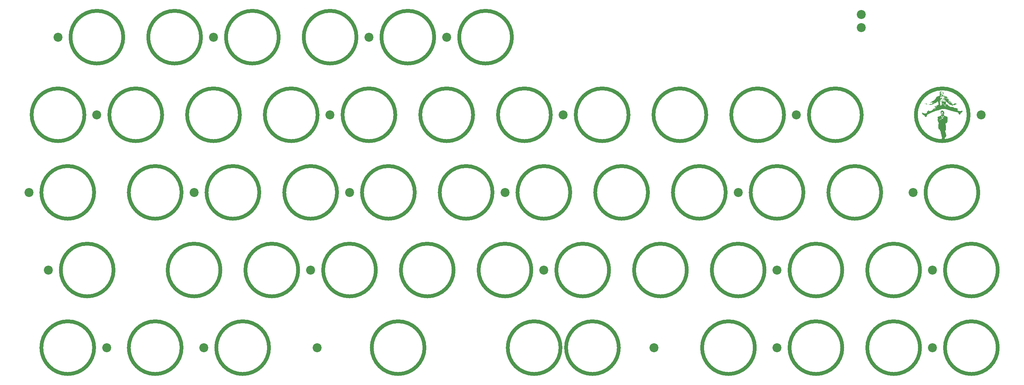
<source format=gbr>
%TF.GenerationSoftware,KiCad,Pcbnew,(7.0.0)*%
%TF.CreationDate,2023-09-15T12:32:05+02:00*%
%TF.ProjectId,vanagon topre,76616e61-676f-46e2-9074-6f7072652e6b,rev?*%
%TF.SameCoordinates,Original*%
%TF.FileFunction,Legend,Top*%
%TF.FilePolarity,Positive*%
%FSLAX46Y46*%
G04 Gerber Fmt 4.6, Leading zero omitted, Abs format (unit mm)*
G04 Created by KiCad (PCBNEW (7.0.0)) date 2023-09-15 12:32:05*
%MOMM*%
%LPD*%
G01*
G04 APERTURE LIST*
%ADD10C,0.900000*%
%ADD11C,2.200000*%
G04 APERTURE END LIST*
D10*
%TO.C,SW_EC23*%
X125529500Y-96837500D02*
G75*
G03*
X125529500Y-96837500I-6467000J0D01*
G01*
%TO.C,SW_EC26*%
X182679500Y-96837500D02*
G75*
G03*
X182679500Y-96837500I-6467000J0D01*
G01*
%TO.C,SW_EC31*%
X51710750Y-115887500D02*
G75*
G03*
X51710750Y-115887500I-6467000J0D01*
G01*
%TO.C,SW_EC32*%
X77904500Y-115887500D02*
G75*
G03*
X77904500Y-115887500I-6467000J0D01*
G01*
%TO.C,SW_EC50*%
X230304500Y-134937500D02*
G75*
G03*
X230304500Y-134937500I-6467000J0D01*
G01*
%TO.C,SW_EC10*%
X101717000Y-77787500D02*
G75*
G03*
X101717000Y-77787500I-6467000J0D01*
G01*
%TO.C,SW_EC11*%
X120767000Y-77787500D02*
G75*
G03*
X120767000Y-77787500I-6467000J0D01*
G01*
%TO.C,SW_EC25*%
X163629500Y-96837500D02*
G75*
G03*
X163629500Y-96837500I-6467000J0D01*
G01*
%TO.C,SW_EC39*%
X211254500Y-115887500D02*
G75*
G03*
X211254500Y-115887500I-6467000J0D01*
G01*
%TO.C,SW_EC28*%
X220779500Y-96837500D02*
G75*
G03*
X220779500Y-96837500I-6467000J0D01*
G01*
%TO.C,SW_EC21*%
X87429500Y-96837500D02*
G75*
G03*
X87429500Y-96837500I-6467000J0D01*
G01*
%TO.C,SW_EC9*%
X82667000Y-77787500D02*
G75*
G03*
X82667000Y-77787500I-6467000J0D01*
G01*
%TO.C,SW_EC54*%
X268404500Y-134937500D02*
G75*
G03*
X268404500Y-134937500I-6467000J0D01*
G01*
%TO.C,SW_EC7*%
X44567000Y-77787500D02*
G75*
G03*
X44567000Y-77787500I-6467000J0D01*
G01*
%TO.C,SW_EC35*%
X135054500Y-115887500D02*
G75*
G03*
X135054500Y-115887500I-6467000J0D01*
G01*
%TO.C,SW_EC19*%
X46948250Y-96837500D02*
G75*
G03*
X46948250Y-96837500I-6467000J0D01*
G01*
%TO.C,SW_EC34*%
X116004500Y-115887500D02*
G75*
G03*
X116004500Y-115887500I-6467000J0D01*
G01*
%TO.C,SW_EC4*%
X111242000Y-58737500D02*
G75*
G03*
X111242000Y-58737500I-6467000J0D01*
G01*
%TO.C,SW_EC37*%
X173154500Y-115887500D02*
G75*
G03*
X173154500Y-115887500I-6467000J0D01*
G01*
%TO.C,SW_EC38*%
X192204500Y-115887500D02*
G75*
G03*
X192204500Y-115887500I-6467000J0D01*
G01*
%TO.C,SW_EC16*%
X216017000Y-77787500D02*
G75*
G03*
X216017000Y-77787500I-6467000J0D01*
G01*
%TO.C,SW_EC5*%
X130292000Y-58737500D02*
G75*
G03*
X130292000Y-58737500I-6467000J0D01*
G01*
%TO.C,SW_EC43*%
X46948250Y-134937500D02*
G75*
G03*
X46948250Y-134937500I-6467000J0D01*
G01*
%TO.C,SW_EC29*%
X239829500Y-96837500D02*
G75*
G03*
X239829500Y-96837500I-6467000J0D01*
G01*
%TO.C,SW_EC42*%
X268404500Y-115887500D02*
G75*
G03*
X268404500Y-115887500I-6467000J0D01*
G01*
%TO.C,SW_EC30*%
X263642000Y-96837500D02*
G75*
G03*
X263642000Y-96837500I-6467000J0D01*
G01*
%TO.C,SW_EC2*%
X73142000Y-58737500D02*
G75*
G03*
X73142000Y-58737500I-6467000J0D01*
G01*
%TO.C,SW_EC20*%
X68379500Y-96837500D02*
G75*
G03*
X68379500Y-96837500I-6467000J0D01*
G01*
%TO.C,SW_EC12*%
X139817000Y-77787500D02*
G75*
G03*
X139817000Y-77787500I-6467000J0D01*
G01*
%TO.C,SW_EC36*%
X154104500Y-115887500D02*
G75*
G03*
X154104500Y-115887500I-6467000J0D01*
G01*
%TO.C,SW_EC17*%
X235067000Y-77787500D02*
G75*
G03*
X235067000Y-77787500I-6467000J0D01*
G01*
%TO.C,SW_EC13*%
X158867000Y-77787500D02*
G75*
G03*
X158867000Y-77787500I-6467000J0D01*
G01*
%TO.C,SW_EC3*%
X92192000Y-58737500D02*
G75*
G03*
X92192000Y-58737500I-6467000J0D01*
G01*
%TO.C,SW_EC14*%
X177917000Y-77787500D02*
G75*
G03*
X177917000Y-77787500I-6467000J0D01*
G01*
%TO.C,SW_EC49*%
X208873250Y-134937500D02*
G75*
G03*
X208873250Y-134937500I-6467000J0D01*
G01*
%TO.C,SW_EC41*%
X249354500Y-115887500D02*
G75*
G03*
X249354500Y-115887500I-6467000J0D01*
G01*
%TO.C,SW_EC47*%
X161248250Y-134937500D02*
G75*
G03*
X161248250Y-134937500I-6467000J0D01*
G01*
%TO.C,SW_EC48*%
X175535750Y-134937500D02*
G75*
G03*
X175535750Y-134937500I-6467000J0D01*
G01*
%TO.C,SW_EC40*%
X230304500Y-115887500D02*
G75*
G03*
X230304500Y-115887500I-6467000J0D01*
G01*
%TO.C,SW_EC45*%
X89810750Y-134937500D02*
G75*
G03*
X89810750Y-134937500I-6467000J0D01*
G01*
%TO.C,SW_EC24*%
X144579500Y-96837500D02*
G75*
G03*
X144579500Y-96837500I-6467000J0D01*
G01*
%TO.C,SW_EC6*%
X149342000Y-58737500D02*
G75*
G03*
X149342000Y-58737500I-6467000J0D01*
G01*
%TO.C,SW_EC27*%
X201729500Y-96837500D02*
G75*
G03*
X201729500Y-96837500I-6467000J0D01*
G01*
%TO.C,SW_EC22*%
X106479500Y-96837500D02*
G75*
G03*
X106479500Y-96837500I-6467000J0D01*
G01*
%TO.C,G\u002A\u002A\u002A*%
G36*
X251647822Y-76814343D02*
G01*
X251641702Y-76820463D01*
X251635581Y-76814343D01*
X251641702Y-76808222D01*
X251647822Y-76814343D01*
G37*
G36*
X251684545Y-74880271D02*
G01*
X251678424Y-74886391D01*
X251672304Y-74880271D01*
X251678424Y-74874150D01*
X251684545Y-74880271D01*
G37*
G36*
X251745750Y-74941475D02*
G01*
X251739629Y-74947596D01*
X251733509Y-74941475D01*
X251739629Y-74935355D01*
X251745750Y-74941475D01*
G37*
G36*
X251757991Y-74880271D02*
G01*
X251751870Y-74886391D01*
X251745750Y-74880271D01*
X251751870Y-74874150D01*
X251757991Y-74880271D01*
G37*
G36*
X251770232Y-75014921D02*
G01*
X251764111Y-75021042D01*
X251757991Y-75014921D01*
X251764111Y-75008801D01*
X251770232Y-75014921D01*
G37*
G36*
X251831437Y-75125090D02*
G01*
X251825316Y-75131210D01*
X251819196Y-75125090D01*
X251825316Y-75118969D01*
X251831437Y-75125090D01*
G37*
G36*
X251843677Y-75149572D02*
G01*
X251837557Y-75155692D01*
X251831437Y-75149572D01*
X251837557Y-75143451D01*
X251843677Y-75149572D01*
G37*
G36*
X251855918Y-76789861D02*
G01*
X251849798Y-76795981D01*
X251843677Y-76789861D01*
X251849798Y-76783740D01*
X251855918Y-76789861D01*
G37*
G36*
X251868159Y-75076126D02*
G01*
X251862039Y-75082246D01*
X251855918Y-75076126D01*
X251862039Y-75070006D01*
X251868159Y-75076126D01*
G37*
G36*
X251892641Y-74990439D02*
G01*
X251886521Y-74996560D01*
X251880400Y-74990439D01*
X251886521Y-74984319D01*
X251892641Y-74990439D01*
G37*
G36*
X251892641Y-75063885D02*
G01*
X251886521Y-75070006D01*
X251880400Y-75063885D01*
X251886521Y-75057765D01*
X251892641Y-75063885D01*
G37*
G36*
X251892641Y-75112849D02*
G01*
X251886521Y-75118969D01*
X251880400Y-75112849D01*
X251886521Y-75106728D01*
X251892641Y-75112849D01*
G37*
G36*
X251904882Y-75088367D02*
G01*
X251898762Y-75094487D01*
X251892641Y-75088367D01*
X251898762Y-75082246D01*
X251904882Y-75088367D01*
G37*
G36*
X251904882Y-75149572D02*
G01*
X251898762Y-75155692D01*
X251892641Y-75149572D01*
X251898762Y-75143451D01*
X251904882Y-75149572D01*
G37*
G36*
X251929364Y-74904753D02*
G01*
X251923244Y-74910873D01*
X251917123Y-74904753D01*
X251923244Y-74898632D01*
X251929364Y-74904753D01*
G37*
G36*
X251929364Y-76728656D02*
G01*
X251923244Y-76734777D01*
X251917123Y-76728656D01*
X251923244Y-76722536D01*
X251929364Y-76728656D01*
G37*
G36*
X251929364Y-76826584D02*
G01*
X251923244Y-76832704D01*
X251917123Y-76826584D01*
X251923244Y-76820463D01*
X251929364Y-76826584D01*
G37*
G36*
X251941605Y-74880271D02*
G01*
X251935485Y-74886391D01*
X251929364Y-74880271D01*
X251935485Y-74874150D01*
X251941605Y-74880271D01*
G37*
G36*
X251941605Y-75088367D02*
G01*
X251935485Y-75094487D01*
X251929364Y-75088367D01*
X251935485Y-75082246D01*
X251941605Y-75088367D01*
G37*
G36*
X251966087Y-75112849D02*
G01*
X251959967Y-75118969D01*
X251953846Y-75112849D01*
X251959967Y-75106728D01*
X251966087Y-75112849D01*
G37*
G36*
X251978328Y-74929234D02*
G01*
X251972208Y-74935355D01*
X251966087Y-74929234D01*
X251972208Y-74923114D01*
X251978328Y-74929234D01*
G37*
G36*
X251990569Y-74843548D02*
G01*
X251984449Y-74849668D01*
X251978328Y-74843548D01*
X251984449Y-74837427D01*
X251990569Y-74843548D01*
G37*
G36*
X252002810Y-75137331D02*
G01*
X251996690Y-75143451D01*
X251990569Y-75137331D01*
X251996690Y-75131210D01*
X252002810Y-75137331D01*
G37*
G36*
X252039533Y-75027162D02*
G01*
X252033412Y-75033283D01*
X252027292Y-75027162D01*
X252033412Y-75021042D01*
X252039533Y-75027162D01*
G37*
G36*
X252039533Y-75076126D02*
G01*
X252033412Y-75082246D01*
X252027292Y-75076126D01*
X252033412Y-75070006D01*
X252039533Y-75076126D01*
G37*
G36*
X252051774Y-76557283D02*
G01*
X252045653Y-76563403D01*
X252039533Y-76557283D01*
X252045653Y-76551162D01*
X252051774Y-76557283D01*
G37*
G36*
X252076256Y-74892512D02*
G01*
X252070135Y-74898632D01*
X252064015Y-74892512D01*
X252070135Y-74886391D01*
X252076256Y-74892512D01*
G37*
G36*
X252088497Y-74794584D02*
G01*
X252082376Y-74800704D01*
X252076256Y-74794584D01*
X252082376Y-74788463D01*
X252088497Y-74794584D01*
G37*
G36*
X252088497Y-74855789D02*
G01*
X252082376Y-74861909D01*
X252076256Y-74855789D01*
X252082376Y-74849668D01*
X252088497Y-74855789D01*
G37*
G36*
X252125220Y-74916993D02*
G01*
X252119099Y-74923114D01*
X252112979Y-74916993D01*
X252119099Y-74910873D01*
X252125220Y-74916993D01*
G37*
G36*
X252125220Y-76606246D02*
G01*
X252119099Y-76612367D01*
X252112979Y-76606246D01*
X252119099Y-76600126D01*
X252125220Y-76606246D01*
G37*
G36*
X252137461Y-74868030D02*
G01*
X252131340Y-74874150D01*
X252125220Y-74868030D01*
X252131340Y-74861909D01*
X252137461Y-74868030D01*
G37*
G36*
X252149702Y-76630728D02*
G01*
X252143581Y-76636849D01*
X252137461Y-76630728D01*
X252143581Y-76624608D01*
X252149702Y-76630728D01*
G37*
G36*
X252174183Y-74745620D02*
G01*
X252168063Y-74751740D01*
X252161943Y-74745620D01*
X252168063Y-74739500D01*
X252174183Y-74745620D01*
G37*
G36*
X252174183Y-76642969D02*
G01*
X252168063Y-76649090D01*
X252161943Y-76642969D01*
X252168063Y-76636849D01*
X252174183Y-76642969D01*
G37*
G36*
X252186424Y-75027162D02*
G01*
X252180304Y-75033283D01*
X252174183Y-75027162D01*
X252180304Y-75021042D01*
X252186424Y-75027162D01*
G37*
G36*
X252210906Y-75063885D02*
G01*
X252204786Y-75070006D01*
X252198665Y-75063885D01*
X252204786Y-75057765D01*
X252210906Y-75063885D01*
G37*
G36*
X252223147Y-74770102D02*
G01*
X252217027Y-74776222D01*
X252210906Y-74770102D01*
X252217027Y-74763981D01*
X252223147Y-74770102D01*
G37*
G36*
X252223147Y-75088367D02*
G01*
X252217027Y-75094487D01*
X252210906Y-75088367D01*
X252217027Y-75082246D01*
X252223147Y-75088367D01*
G37*
G36*
X252223147Y-76606246D02*
G01*
X252217027Y-76612367D01*
X252210906Y-76606246D01*
X252217027Y-76600126D01*
X252223147Y-76606246D01*
G37*
G36*
X252235388Y-74733379D02*
G01*
X252229268Y-74739500D01*
X252223147Y-74733379D01*
X252229268Y-74727259D01*
X252235388Y-74733379D01*
G37*
G36*
X252247629Y-74929234D02*
G01*
X252241509Y-74935355D01*
X252235388Y-74929234D01*
X252241509Y-74923114D01*
X252247629Y-74929234D01*
G37*
G36*
X252247629Y-76667451D02*
G01*
X252241509Y-76673572D01*
X252235388Y-76667451D01*
X252241509Y-76661331D01*
X252247629Y-76667451D01*
G37*
G36*
X252308834Y-76569524D02*
G01*
X252302714Y-76575644D01*
X252296593Y-76569524D01*
X252302714Y-76563403D01*
X252308834Y-76569524D01*
G37*
G36*
X252333316Y-76545042D02*
G01*
X252327196Y-76551162D01*
X252321075Y-76545042D01*
X252327196Y-76538921D01*
X252333316Y-76545042D01*
G37*
G36*
X252357798Y-74806825D02*
G01*
X252351677Y-74812945D01*
X252345557Y-74806825D01*
X252351677Y-74800704D01*
X252357798Y-74806825D01*
G37*
G36*
X252357798Y-76569524D02*
G01*
X252351677Y-76575644D01*
X252345557Y-76569524D01*
X252351677Y-76563403D01*
X252357798Y-76569524D01*
G37*
G36*
X252382280Y-76447114D02*
G01*
X252376159Y-76453234D01*
X252370039Y-76447114D01*
X252376159Y-76440993D01*
X252382280Y-76447114D01*
G37*
G36*
X252406762Y-74782343D02*
G01*
X252400641Y-74788463D01*
X252394521Y-74782343D01*
X252400641Y-74776222D01*
X252406762Y-74782343D01*
G37*
G36*
X252406762Y-75027162D02*
G01*
X252400641Y-75033283D01*
X252394521Y-75027162D01*
X252400641Y-75021042D01*
X252406762Y-75027162D01*
G37*
G36*
X252406762Y-76422632D02*
G01*
X252400641Y-76428753D01*
X252394521Y-76422632D01*
X252400641Y-76416512D01*
X252406762Y-76422632D01*
G37*
G36*
X252455726Y-76373668D02*
G01*
X252449605Y-76379789D01*
X252443485Y-76373668D01*
X252449605Y-76367548D01*
X252455726Y-76373668D01*
G37*
G36*
X252455726Y-76422632D02*
G01*
X252449605Y-76428753D01*
X252443485Y-76422632D01*
X252449605Y-76416512D01*
X252455726Y-76422632D01*
G37*
G36*
X252455726Y-76459355D02*
G01*
X252449605Y-76465475D01*
X252443485Y-76459355D01*
X252449605Y-76453234D01*
X252455726Y-76459355D01*
G37*
G36*
X252480208Y-74892512D02*
G01*
X252474087Y-74898632D01*
X252467967Y-74892512D01*
X252474087Y-74886391D01*
X252480208Y-74892512D01*
G37*
G36*
X252480208Y-76398150D02*
G01*
X252474087Y-76404271D01*
X252467967Y-76398150D01*
X252474087Y-76392030D01*
X252480208Y-76398150D01*
G37*
G36*
X252504690Y-76422632D02*
G01*
X252498569Y-76428753D01*
X252492449Y-76422632D01*
X252498569Y-76416512D01*
X252504690Y-76422632D01*
G37*
G36*
X252516930Y-76349186D02*
G01*
X252510810Y-76355307D01*
X252504690Y-76349186D01*
X252510810Y-76343066D01*
X252516930Y-76349186D01*
G37*
G36*
X252553653Y-74904753D02*
G01*
X252547533Y-74910873D01*
X252541412Y-74904753D01*
X252547533Y-74898632D01*
X252553653Y-74904753D01*
G37*
G36*
X252639340Y-74941475D02*
G01*
X252633220Y-74947596D01*
X252627099Y-74941475D01*
X252633220Y-74935355D01*
X252639340Y-74941475D01*
G37*
G36*
X252651581Y-74868030D02*
G01*
X252645461Y-74874150D01*
X252639340Y-74868030D01*
X252645461Y-74861909D01*
X252651581Y-74868030D01*
G37*
G36*
X252676063Y-74892512D02*
G01*
X252669943Y-74898632D01*
X252663822Y-74892512D01*
X252669943Y-74886391D01*
X252676063Y-74892512D01*
G37*
G36*
X252859677Y-76226777D02*
G01*
X252853557Y-76232897D01*
X252847437Y-76226777D01*
X252853557Y-76220656D01*
X252859677Y-76226777D01*
G37*
G36*
X252871918Y-76177813D02*
G01*
X252865798Y-76183933D01*
X252859677Y-76177813D01*
X252865798Y-76171692D01*
X252871918Y-76177813D01*
G37*
G36*
X253055533Y-76177813D02*
G01*
X253049412Y-76183933D01*
X253043292Y-76177813D01*
X253049412Y-76171692D01*
X253055533Y-76177813D01*
G37*
G36*
X253373798Y-75553524D02*
G01*
X253367677Y-75559644D01*
X253361557Y-75553524D01*
X253367677Y-75547403D01*
X253373798Y-75553524D01*
G37*
G36*
X253386039Y-75798343D02*
G01*
X253379918Y-75804463D01*
X253373798Y-75798343D01*
X253379918Y-75792222D01*
X253386039Y-75798343D01*
G37*
G36*
X254940641Y-73790825D02*
G01*
X254934521Y-73796945D01*
X254928400Y-73790825D01*
X254934521Y-73784704D01*
X254940641Y-73790825D01*
G37*
G36*
X254952882Y-77463114D02*
G01*
X254946762Y-77469234D01*
X254940641Y-77463114D01*
X254946762Y-77456993D01*
X254952882Y-77463114D01*
G37*
G36*
X255001846Y-74647692D02*
G01*
X254995726Y-74653813D01*
X254989605Y-74647692D01*
X254995726Y-74641572D01*
X255001846Y-74647692D01*
G37*
G36*
X255038569Y-74133572D02*
G01*
X255032449Y-74139692D01*
X255026328Y-74133572D01*
X255032449Y-74127451D01*
X255038569Y-74133572D01*
G37*
G36*
X255075292Y-73374632D02*
G01*
X255069171Y-73380753D01*
X255063051Y-73374632D01*
X255069171Y-73368512D01*
X255075292Y-73374632D01*
G37*
G36*
X255099774Y-73460319D02*
G01*
X255093653Y-73466439D01*
X255087533Y-73460319D01*
X255093653Y-73454198D01*
X255099774Y-73460319D01*
G37*
G36*
X255099774Y-73570487D02*
G01*
X255093653Y-73576608D01*
X255087533Y-73570487D01*
X255093653Y-73564367D01*
X255099774Y-73570487D01*
G37*
G36*
X255099774Y-74304945D02*
G01*
X255093653Y-74311066D01*
X255087533Y-74304945D01*
X255093653Y-74298825D01*
X255099774Y-74304945D01*
G37*
G36*
X255112015Y-73484801D02*
G01*
X255105894Y-73490921D01*
X255099774Y-73484801D01*
X255105894Y-73478680D01*
X255112015Y-73484801D01*
G37*
G36*
X255124256Y-73521524D02*
G01*
X255118135Y-73527644D01*
X255112015Y-73521524D01*
X255118135Y-73515403D01*
X255124256Y-73521524D01*
G37*
G36*
X255124256Y-74415114D02*
G01*
X255118135Y-74421234D01*
X255112015Y-74415114D01*
X255118135Y-74408993D01*
X255124256Y-74415114D01*
G37*
G36*
X255136497Y-73374632D02*
G01*
X255130376Y-73380753D01*
X255124256Y-73374632D01*
X255130376Y-73368512D01*
X255136497Y-73374632D01*
G37*
G36*
X255136497Y-73448078D02*
G01*
X255130376Y-73454198D01*
X255124256Y-73448078D01*
X255130376Y-73441957D01*
X255136497Y-73448078D01*
G37*
G36*
X255148738Y-73484801D02*
G01*
X255142617Y-73490921D01*
X255136497Y-73484801D01*
X255142617Y-73478680D01*
X255148738Y-73484801D01*
G37*
G36*
X255148738Y-73509283D02*
G01*
X255142617Y-73515403D01*
X255136497Y-73509283D01*
X255142617Y-73503162D01*
X255148738Y-73509283D01*
G37*
G36*
X255148738Y-73582728D02*
G01*
X255142617Y-73588849D01*
X255136497Y-73582728D01*
X255142617Y-73576608D01*
X255148738Y-73582728D01*
G37*
G36*
X255148738Y-74243740D02*
G01*
X255142617Y-74249861D01*
X255136497Y-74243740D01*
X255142617Y-74237620D01*
X255148738Y-74243740D01*
G37*
G36*
X255160979Y-73203259D02*
G01*
X255154858Y-73209379D01*
X255148738Y-73203259D01*
X255154858Y-73197138D01*
X255160979Y-73203259D01*
G37*
G36*
X255160979Y-73435837D02*
G01*
X255154858Y-73441957D01*
X255148738Y-73435837D01*
X255154858Y-73429716D01*
X255160979Y-73435837D01*
G37*
G36*
X255160979Y-73766343D02*
G01*
X255154858Y-73772463D01*
X255148738Y-73766343D01*
X255154858Y-73760222D01*
X255160979Y-73766343D01*
G37*
G36*
X255160979Y-74158054D02*
G01*
X255154858Y-74164174D01*
X255148738Y-74158054D01*
X255154858Y-74151933D01*
X255160979Y-74158054D01*
G37*
G36*
X255185461Y-73497042D02*
G01*
X255179340Y-73503162D01*
X255173220Y-73497042D01*
X255179340Y-73490921D01*
X255185461Y-73497042D01*
G37*
G36*
X255185461Y-74182536D02*
G01*
X255179340Y-74188656D01*
X255173220Y-74182536D01*
X255179340Y-74176415D01*
X255185461Y-74182536D01*
G37*
G36*
X255197702Y-73460319D02*
G01*
X255191581Y-73466439D01*
X255185461Y-73460319D01*
X255191581Y-73454198D01*
X255197702Y-73460319D01*
G37*
G36*
X255197702Y-73570487D02*
G01*
X255191581Y-73576608D01*
X255185461Y-73570487D01*
X255191581Y-73564367D01*
X255197702Y-73570487D01*
G37*
G36*
X255209943Y-73239981D02*
G01*
X255203822Y-73246102D01*
X255197702Y-73239981D01*
X255203822Y-73233861D01*
X255209943Y-73239981D01*
G37*
G36*
X255209943Y-73386873D02*
G01*
X255203822Y-73392993D01*
X255197702Y-73386873D01*
X255203822Y-73380753D01*
X255209943Y-73386873D01*
G37*
G36*
X255209943Y-74060126D02*
G01*
X255203822Y-74066246D01*
X255197702Y-74060126D01*
X255203822Y-74054006D01*
X255209943Y-74060126D01*
G37*
G36*
X255222183Y-73521524D02*
G01*
X255216063Y-73527644D01*
X255209943Y-73521524D01*
X255216063Y-73515403D01*
X255222183Y-73521524D01*
G37*
G36*
X255234424Y-73448078D02*
G01*
X255228304Y-73454198D01*
X255222183Y-73448078D01*
X255228304Y-73441957D01*
X255234424Y-73448078D01*
G37*
G36*
X255271147Y-74158054D02*
G01*
X255265027Y-74164174D01*
X255258906Y-74158054D01*
X255265027Y-74151933D01*
X255271147Y-74158054D01*
G37*
G36*
X255283388Y-73411355D02*
G01*
X255277268Y-73417475D01*
X255271147Y-73411355D01*
X255277268Y-73405234D01*
X255283388Y-73411355D01*
G37*
G36*
X255283388Y-73509283D02*
G01*
X255277268Y-73515403D01*
X255271147Y-73509283D01*
X255277268Y-73503162D01*
X255283388Y-73509283D01*
G37*
G36*
X255295629Y-73288945D02*
G01*
X255289509Y-73295066D01*
X255283388Y-73288945D01*
X255289509Y-73282825D01*
X255295629Y-73288945D01*
G37*
G36*
X255295629Y-73680656D02*
G01*
X255289509Y-73686777D01*
X255283388Y-73680656D01*
X255289509Y-73674536D01*
X255295629Y-73680656D01*
G37*
G36*
X255332352Y-73374632D02*
G01*
X255326232Y-73380753D01*
X255320111Y-73374632D01*
X255326232Y-73368512D01*
X255332352Y-73374632D01*
G37*
G36*
X255381316Y-73386873D02*
G01*
X255375196Y-73392993D01*
X255369075Y-73386873D01*
X255375196Y-73380753D01*
X255381316Y-73386873D01*
G37*
G36*
X255577171Y-73582728D02*
G01*
X255571051Y-73588849D01*
X255564930Y-73582728D01*
X255571051Y-73576608D01*
X255577171Y-73582728D01*
G37*
G36*
X255601653Y-73337909D02*
G01*
X255595533Y-73344030D01*
X255589412Y-73337909D01*
X255595533Y-73331789D01*
X255601653Y-73337909D01*
G37*
G36*
X255601653Y-73582728D02*
G01*
X255595533Y-73588849D01*
X255589412Y-73582728D01*
X255595533Y-73576608D01*
X255601653Y-73582728D01*
G37*
G36*
X255662858Y-73692897D02*
G01*
X255656738Y-73699018D01*
X255650617Y-73692897D01*
X255656738Y-73686777D01*
X255662858Y-73692897D01*
G37*
G36*
X255834232Y-73264463D02*
G01*
X255828111Y-73270584D01*
X255821991Y-73264463D01*
X255828111Y-73258343D01*
X255834232Y-73264463D01*
G37*
G36*
X255907677Y-73362391D02*
G01*
X255901557Y-73368512D01*
X255895437Y-73362391D01*
X255901557Y-73356271D01*
X255907677Y-73362391D01*
G37*
G36*
X255932159Y-73705138D02*
G01*
X255926039Y-73711259D01*
X255919918Y-73705138D01*
X255926039Y-73699018D01*
X255932159Y-73705138D01*
G37*
G36*
X256556449Y-74366150D02*
G01*
X256550328Y-74372271D01*
X256544208Y-74366150D01*
X256550328Y-74360030D01*
X256556449Y-74366150D01*
G37*
G36*
X256580930Y-74366150D02*
G01*
X256574810Y-74372271D01*
X256568690Y-74366150D01*
X256574810Y-74360030D01*
X256580930Y-74366150D01*
G37*
G36*
X257119533Y-74770102D02*
G01*
X257113412Y-74776222D01*
X257107292Y-74770102D01*
X257113412Y-74763981D01*
X257119533Y-74770102D01*
G37*
G36*
X257156256Y-74929234D02*
G01*
X257150135Y-74935355D01*
X257144015Y-74929234D01*
X257150135Y-74923114D01*
X257156256Y-74929234D01*
G37*
G36*
X257192979Y-75027162D02*
G01*
X257186858Y-75033283D01*
X257180738Y-75027162D01*
X257186858Y-75021042D01*
X257192979Y-75027162D01*
G37*
G36*
X257254183Y-75039403D02*
G01*
X257248063Y-75045524D01*
X257241943Y-75039403D01*
X257248063Y-75033283D01*
X257254183Y-75039403D01*
G37*
G36*
X251729428Y-74878230D02*
G01*
X251727748Y-74885508D01*
X251721268Y-74886391D01*
X251711192Y-74881912D01*
X251713107Y-74878230D01*
X251727634Y-74876765D01*
X251729428Y-74878230D01*
G37*
G36*
X251753910Y-74902712D02*
G01*
X251752230Y-74909990D01*
X251745750Y-74910873D01*
X251735674Y-74906394D01*
X251737589Y-74902712D01*
X251752116Y-74901247D01*
X251753910Y-74902712D01*
G37*
G36*
X251778392Y-76775580D02*
G01*
X251776712Y-76782857D01*
X251770232Y-76783740D01*
X251760156Y-76779262D01*
X251762071Y-76775580D01*
X251776598Y-76774115D01*
X251778392Y-76775580D01*
G37*
G36*
X251790633Y-76922471D02*
G01*
X251788953Y-76929749D01*
X251782473Y-76930632D01*
X251772397Y-76926153D01*
X251774312Y-76922471D01*
X251788839Y-76921006D01*
X251790633Y-76922471D01*
G37*
G36*
X251802874Y-74914953D02*
G01*
X251804339Y-74929480D01*
X251802874Y-74931275D01*
X251795597Y-74929594D01*
X251794714Y-74923114D01*
X251799192Y-74913038D01*
X251802874Y-74914953D01*
G37*
G36*
X251815115Y-75098568D02*
G01*
X251813435Y-75105845D01*
X251806955Y-75106728D01*
X251796879Y-75102250D01*
X251798794Y-75098568D01*
X251813321Y-75097103D01*
X251815115Y-75098568D01*
G37*
G36*
X251815115Y-76763339D02*
G01*
X251813435Y-76770616D01*
X251806955Y-76771500D01*
X251796879Y-76767021D01*
X251798794Y-76763339D01*
X251813321Y-76761874D01*
X251815115Y-76763339D01*
G37*
G36*
X251876320Y-75147532D02*
G01*
X251874640Y-75154809D01*
X251868159Y-75155692D01*
X251858084Y-75151213D01*
X251859999Y-75147532D01*
X251874526Y-75146067D01*
X251876320Y-75147532D01*
G37*
G36*
X251925284Y-74853748D02*
G01*
X251923604Y-74861026D01*
X251917123Y-74861909D01*
X251907048Y-74857430D01*
X251908963Y-74853748D01*
X251923490Y-74852283D01*
X251925284Y-74853748D01*
G37*
G36*
X251925284Y-75110809D02*
G01*
X251923604Y-75118086D01*
X251917123Y-75118969D01*
X251907048Y-75114491D01*
X251908963Y-75110809D01*
X251923490Y-75109344D01*
X251925284Y-75110809D01*
G37*
G36*
X251962007Y-74902712D02*
G01*
X251960326Y-74909990D01*
X251953846Y-74910873D01*
X251943770Y-74906394D01*
X251945685Y-74902712D01*
X251960213Y-74901247D01*
X251962007Y-74902712D01*
G37*
G36*
X251962007Y-76665411D02*
G01*
X251960326Y-76672688D01*
X251953846Y-76673572D01*
X251943770Y-76669093D01*
X251945685Y-76665411D01*
X251960213Y-76663946D01*
X251962007Y-76665411D01*
G37*
G36*
X251974248Y-75135291D02*
G01*
X251972567Y-75142568D01*
X251966087Y-75143451D01*
X251956011Y-75138973D01*
X251957926Y-75135291D01*
X251972454Y-75133826D01*
X251974248Y-75135291D01*
G37*
G36*
X252072175Y-76738857D02*
G01*
X252070495Y-76746134D01*
X252064015Y-76747018D01*
X252053939Y-76742539D01*
X252055854Y-76738857D01*
X252070381Y-76737392D01*
X252072175Y-76738857D01*
G37*
G36*
X252096657Y-75098568D02*
G01*
X252094977Y-75105845D01*
X252088497Y-75106728D01*
X252078421Y-75102250D01*
X252080336Y-75098568D01*
X252094863Y-75097103D01*
X252096657Y-75098568D01*
G37*
G36*
X252108898Y-74878230D02*
G01*
X252107218Y-74885508D01*
X252100738Y-74886391D01*
X252090662Y-74881912D01*
X252092577Y-74878230D01*
X252107104Y-74876765D01*
X252108898Y-74878230D01*
G37*
G36*
X252121139Y-75086327D02*
G01*
X252122604Y-75100854D01*
X252121139Y-75102648D01*
X252113862Y-75100968D01*
X252112979Y-75094487D01*
X252117457Y-75084412D01*
X252121139Y-75086327D01*
G37*
G36*
X252145621Y-74768062D02*
G01*
X252143941Y-74775339D01*
X252137461Y-74776222D01*
X252127385Y-74771744D01*
X252129300Y-74768062D01*
X252143827Y-74766597D01*
X252145621Y-74768062D01*
G37*
G36*
X252243549Y-75049604D02*
G01*
X252241869Y-75056881D01*
X252235388Y-75057765D01*
X252225313Y-75053286D01*
X252227228Y-75049604D01*
X252241755Y-75048139D01*
X252243549Y-75049604D01*
G37*
G36*
X252255790Y-76567483D02*
G01*
X252254110Y-76574761D01*
X252247629Y-76575644D01*
X252237554Y-76571165D01*
X252239469Y-76567483D01*
X252253996Y-76566018D01*
X252255790Y-76567483D01*
G37*
G36*
X252280272Y-75049604D02*
G01*
X252278592Y-75056881D01*
X252272111Y-75057765D01*
X252262035Y-75053286D01*
X252263951Y-75049604D01*
X252278478Y-75048139D01*
X252280272Y-75049604D01*
G37*
G36*
X252280272Y-76640929D02*
G01*
X252278592Y-76648206D01*
X252272111Y-76649090D01*
X252262035Y-76644611D01*
X252263951Y-76640929D01*
X252278478Y-76639464D01*
X252280272Y-76640929D01*
G37*
G36*
X252378200Y-74914953D02*
G01*
X252376519Y-74922231D01*
X252370039Y-74923114D01*
X252359963Y-74918635D01*
X252361878Y-74914953D01*
X252376405Y-74913488D01*
X252378200Y-74914953D01*
G37*
G36*
X252818874Y-76224736D02*
G01*
X252817194Y-76232014D01*
X252810714Y-76232897D01*
X252800638Y-76228418D01*
X252802553Y-76224736D01*
X252817080Y-76223271D01*
X252818874Y-76224736D01*
G37*
G36*
X252855597Y-74878230D02*
G01*
X252857062Y-74892758D01*
X252855597Y-74894552D01*
X252848320Y-74892871D01*
X252847437Y-74886391D01*
X252851915Y-74876315D01*
X252855597Y-74878230D01*
G37*
G36*
X254789669Y-73335869D02*
G01*
X254787989Y-73343146D01*
X254781509Y-73344030D01*
X254771433Y-73339551D01*
X254773348Y-73335869D01*
X254787875Y-73334404D01*
X254789669Y-73335869D01*
G37*
G36*
X254997766Y-75025122D02*
G01*
X254996086Y-75032399D01*
X254989605Y-75033283D01*
X254979529Y-75028804D01*
X254981445Y-75025122D01*
X254995972Y-75023657D01*
X254997766Y-75025122D01*
G37*
G36*
X255058971Y-74107050D02*
G01*
X255060436Y-74121577D01*
X255058971Y-74123371D01*
X255051693Y-74121691D01*
X255050810Y-74115210D01*
X255055289Y-74105135D01*
X255058971Y-74107050D01*
G37*
G36*
X255058971Y-74400833D02*
G01*
X255057290Y-74408110D01*
X255050810Y-74408993D01*
X255040734Y-74404515D01*
X255042649Y-74400833D01*
X255057177Y-74399368D01*
X255058971Y-74400833D01*
G37*
G36*
X255071212Y-74339628D02*
G01*
X255072677Y-74354155D01*
X255071212Y-74355949D01*
X255063934Y-74354269D01*
X255063051Y-74347789D01*
X255067530Y-74337713D01*
X255071212Y-74339628D01*
G37*
G36*
X255095694Y-73776544D02*
G01*
X255097159Y-73791071D01*
X255095694Y-73792865D01*
X255088416Y-73791185D01*
X255087533Y-73784704D01*
X255092012Y-73774629D01*
X255095694Y-73776544D01*
G37*
G36*
X255095694Y-74094809D02*
G01*
X255097159Y-74109336D01*
X255095694Y-74111130D01*
X255088416Y-74109450D01*
X255087533Y-74102969D01*
X255092012Y-74092894D01*
X255095694Y-74094809D01*
G37*
G36*
X255132416Y-74290664D02*
G01*
X255130736Y-74297941D01*
X255124256Y-74298825D01*
X255114180Y-74294346D01*
X255116095Y-74290664D01*
X255130622Y-74289199D01*
X255132416Y-74290664D01*
G37*
G36*
X255144657Y-73801026D02*
G01*
X255146122Y-73815553D01*
X255144657Y-73817347D01*
X255137380Y-73815667D01*
X255136497Y-73809186D01*
X255140976Y-73799111D01*
X255144657Y-73801026D01*
G37*
G36*
X255144657Y-74082568D02*
G01*
X255142977Y-74089845D01*
X255136497Y-74090728D01*
X255126421Y-74086250D01*
X255128336Y-74082568D01*
X255142863Y-74081103D01*
X255144657Y-74082568D01*
G37*
G36*
X255169139Y-73458279D02*
G01*
X255170604Y-73472806D01*
X255169139Y-73474600D01*
X255161862Y-73472920D01*
X255160979Y-73466439D01*
X255165457Y-73456364D01*
X255169139Y-73458279D01*
G37*
G36*
X255169139Y-73568447D02*
G01*
X255170604Y-73582974D01*
X255169139Y-73584769D01*
X255161862Y-73583088D01*
X255160979Y-73576608D01*
X255165457Y-73566532D01*
X255169139Y-73568447D01*
G37*
G36*
X255169139Y-73788785D02*
G01*
X255170604Y-73803312D01*
X255169139Y-73805106D01*
X255161862Y-73803426D01*
X255160979Y-73796945D01*
X255165457Y-73786870D01*
X255169139Y-73788785D01*
G37*
G36*
X255193621Y-73641893D02*
G01*
X255191941Y-73649170D01*
X255185461Y-73650054D01*
X255175385Y-73645575D01*
X255177300Y-73641893D01*
X255191827Y-73640428D01*
X255193621Y-73641893D01*
G37*
G36*
X255205862Y-73666375D02*
G01*
X255204182Y-73673652D01*
X255197702Y-73674536D01*
X255187626Y-73670057D01*
X255189541Y-73666375D01*
X255204068Y-73664910D01*
X255205862Y-73666375D01*
G37*
G36*
X255218103Y-73421556D02*
G01*
X255216423Y-73428833D01*
X255209943Y-73429716D01*
X255199867Y-73425238D01*
X255201782Y-73421556D01*
X255216309Y-73420091D01*
X255218103Y-73421556D01*
G37*
G36*
X255230344Y-74009122D02*
G01*
X255228664Y-74016399D01*
X255222183Y-74017283D01*
X255212108Y-74012804D01*
X255214023Y-74009122D01*
X255228550Y-74007657D01*
X255230344Y-74009122D01*
G37*
G36*
X255254826Y-73543965D02*
G01*
X255256291Y-73558493D01*
X255254826Y-73560287D01*
X255247549Y-73558606D01*
X255246665Y-73552126D01*
X255251144Y-73542050D01*
X255254826Y-73543965D01*
G37*
G36*
X255267067Y-73348110D02*
G01*
X255265387Y-73355387D01*
X255258906Y-73356271D01*
X255248831Y-73351792D01*
X255250746Y-73348110D01*
X255265273Y-73346645D01*
X255267067Y-73348110D01*
G37*
G36*
X255267067Y-73470520D02*
G01*
X255268532Y-73485047D01*
X255267067Y-73486841D01*
X255259790Y-73485161D01*
X255258906Y-73478680D01*
X255263385Y-73468605D01*
X255267067Y-73470520D01*
G37*
G36*
X255291549Y-73433797D02*
G01*
X255293014Y-73448324D01*
X255291549Y-73450118D01*
X255284272Y-73448438D01*
X255283388Y-73441957D01*
X255287867Y-73431882D01*
X255291549Y-73433797D01*
G37*
G36*
X255291549Y-73752062D02*
G01*
X255289869Y-73759339D01*
X255283388Y-73760222D01*
X255273313Y-73755744D01*
X255275228Y-73752062D01*
X255289755Y-73750597D01*
X255291549Y-73752062D01*
G37*
G36*
X255303790Y-74266182D02*
G01*
X255302110Y-74273459D01*
X255295629Y-74274343D01*
X255285554Y-74269864D01*
X255287469Y-74266182D01*
X255301996Y-74264717D01*
X255303790Y-74266182D01*
G37*
G36*
X255328272Y-73286905D02*
G01*
X255326592Y-73294182D01*
X255320111Y-73295066D01*
X255310035Y-73290587D01*
X255311951Y-73286905D01*
X255326478Y-73285440D01*
X255328272Y-73286905D01*
G37*
G36*
X255353519Y-73397839D02*
G01*
X255349868Y-73403403D01*
X255337453Y-73404268D01*
X255324391Y-73401279D01*
X255330057Y-73396872D01*
X255349188Y-73395413D01*
X255353519Y-73397839D01*
G37*
G36*
X255413959Y-73384833D02*
G01*
X255412278Y-73392110D01*
X255405798Y-73392993D01*
X255395722Y-73388515D01*
X255397637Y-73384833D01*
X255412164Y-73383368D01*
X255413959Y-73384833D01*
G37*
G36*
X255536368Y-73580688D02*
G01*
X255537833Y-73595215D01*
X255536368Y-73597010D01*
X255529091Y-73595329D01*
X255528208Y-73588849D01*
X255532686Y-73578773D01*
X255536368Y-73580688D01*
G37*
G36*
X255629196Y-73690911D02*
G01*
X255630733Y-73695378D01*
X255613894Y-73697085D01*
X255596517Y-73695161D01*
X255598593Y-73690911D01*
X255623655Y-73689294D01*
X255629196Y-73690911D01*
G37*
G36*
X255634296Y-73311387D02*
G01*
X255632616Y-73318664D01*
X255626135Y-73319548D01*
X255616060Y-73315069D01*
X255617975Y-73311387D01*
X255632502Y-73309922D01*
X255634296Y-73311387D01*
G37*
G36*
X255671019Y-73262423D02*
G01*
X255669339Y-73269700D01*
X255662858Y-73270584D01*
X255652782Y-73266105D01*
X255654698Y-73262423D01*
X255669225Y-73260958D01*
X255671019Y-73262423D01*
G37*
G36*
X255671019Y-73727580D02*
G01*
X255669339Y-73734857D01*
X255662858Y-73735740D01*
X255652782Y-73731262D01*
X255654698Y-73727580D01*
X255669225Y-73726115D01*
X255671019Y-73727580D01*
G37*
G36*
X255879115Y-73372592D02*
G01*
X255880580Y-73387119D01*
X255879115Y-73388913D01*
X255871838Y-73387233D01*
X255870955Y-73380753D01*
X255875433Y-73370677D01*
X255879115Y-73372592D01*
G37*
G36*
X255891356Y-73703098D02*
G01*
X255892821Y-73717625D01*
X255891356Y-73719419D01*
X255884079Y-73717739D01*
X255883196Y-73711259D01*
X255887674Y-73701183D01*
X255891356Y-73703098D01*
G37*
G36*
X255952561Y-73739821D02*
G01*
X255950881Y-73747098D01*
X255944400Y-73747981D01*
X255934325Y-73743503D01*
X255936240Y-73739821D01*
X255950767Y-73738356D01*
X255952561Y-73739821D01*
G37*
G36*
X256136175Y-72931917D02*
G01*
X256137640Y-72946444D01*
X256136175Y-72948238D01*
X256128898Y-72946558D01*
X256128015Y-72940078D01*
X256132494Y-72930002D01*
X256136175Y-72931917D01*
G37*
G36*
X257188898Y-74817026D02*
G01*
X257187218Y-74824303D01*
X257180738Y-74825186D01*
X257170662Y-74820707D01*
X257172577Y-74817026D01*
X257187104Y-74815561D01*
X257188898Y-74817026D01*
G37*
G36*
X257519404Y-76102327D02*
G01*
X257517724Y-76109604D01*
X257511244Y-76110487D01*
X257501168Y-76106009D01*
X257503083Y-76102327D01*
X257517610Y-76100862D01*
X257519404Y-76102327D01*
G37*
G36*
X258266103Y-75220977D02*
G01*
X258267568Y-75235505D01*
X258266103Y-75237299D01*
X258258826Y-75235618D01*
X258257943Y-75229138D01*
X258262421Y-75219062D01*
X258266103Y-75220977D01*
G37*
G36*
X251658172Y-74891343D02*
G01*
X251671313Y-74903668D01*
X251668617Y-74910754D01*
X251666906Y-74910873D01*
X251656552Y-74902178D01*
X251652774Y-74896741D01*
X251651331Y-74888364D01*
X251658172Y-74891343D01*
G37*
G36*
X251862864Y-74828623D02*
G01*
X251875244Y-74840196D01*
X251889834Y-74858104D01*
X251891449Y-74867181D01*
X251881764Y-74862614D01*
X251869388Y-74846051D01*
X251858935Y-74827683D01*
X251862864Y-74828623D01*
G37*
G36*
X252282461Y-74817897D02*
G01*
X252295499Y-74829276D01*
X252296593Y-74832029D01*
X252290784Y-74837060D01*
X252278689Y-74825787D01*
X252277063Y-74823295D01*
X252275620Y-74814918D01*
X252282461Y-74817897D01*
G37*
G36*
X252343666Y-76507150D02*
G01*
X252356807Y-76519475D01*
X252354111Y-76526561D01*
X252352400Y-76526680D01*
X252342046Y-76517986D01*
X252338268Y-76512548D01*
X252336825Y-76504171D01*
X252343666Y-76507150D01*
G37*
G36*
X252490557Y-76360258D02*
G01*
X252503698Y-76372584D01*
X252501003Y-76379670D01*
X252499291Y-76379789D01*
X252488938Y-76371094D01*
X252485159Y-76365656D01*
X252483716Y-76357280D01*
X252490557Y-76360258D01*
G37*
G36*
X252571379Y-76779070D02*
G01*
X252588609Y-76788948D01*
X252585723Y-76795335D01*
X252578858Y-76795981D01*
X252562259Y-76787091D01*
X252559861Y-76783881D01*
X252561831Y-76776925D01*
X252571379Y-76779070D01*
G37*
G36*
X254518720Y-75102452D02*
G01*
X254535392Y-75112025D01*
X254528268Y-75117825D01*
X254511485Y-75118969D01*
X254494418Y-75114450D01*
X254493516Y-75107263D01*
X254509440Y-75100594D01*
X254518720Y-75102452D01*
G37*
G36*
X254857109Y-78678581D02*
G01*
X254864390Y-78691036D01*
X254858381Y-78702615D01*
X254844118Y-78705572D01*
X254825892Y-78700127D01*
X254826245Y-78686693D01*
X254840264Y-78672809D01*
X254857109Y-78678581D01*
G37*
G36*
X255024437Y-74426186D02*
G01*
X255037578Y-74438511D01*
X255034882Y-74445597D01*
X255033171Y-74445716D01*
X255022817Y-74437022D01*
X255019039Y-74431584D01*
X255017596Y-74423208D01*
X255024437Y-74426186D01*
G37*
G36*
X255056844Y-74237760D02*
G01*
X255043751Y-74247908D01*
X255029721Y-74249610D01*
X255026328Y-74245050D01*
X255035930Y-74237188D01*
X255045325Y-74232949D01*
X255057961Y-74232094D01*
X255056844Y-74237760D01*
G37*
G36*
X255177587Y-73389688D02*
G01*
X255178529Y-73400218D01*
X255171466Y-73406577D01*
X255150095Y-73416629D01*
X255143083Y-73413097D01*
X255151315Y-73400399D01*
X255169155Y-73389031D01*
X255177587Y-73389688D01*
G37*
G36*
X257280609Y-74874442D02*
G01*
X257277632Y-74888466D01*
X257260951Y-74896469D01*
X257244618Y-74890555D01*
X257241943Y-74880271D01*
X257250742Y-74864836D01*
X257263364Y-74864239D01*
X257280609Y-74874442D01*
G37*
G36*
X258159922Y-75273256D02*
G01*
X258161534Y-75274838D01*
X258171203Y-75290887D01*
X258169892Y-75296787D01*
X258160786Y-75293114D01*
X258154681Y-75281690D01*
X258150954Y-75267389D01*
X258159922Y-75273256D01*
G37*
G36*
X251537298Y-76915465D02*
G01*
X251537653Y-76918391D01*
X251528338Y-76930276D01*
X251525412Y-76930632D01*
X251513527Y-76921317D01*
X251513171Y-76918391D01*
X251522487Y-76906506D01*
X251525412Y-76906150D01*
X251537298Y-76915465D01*
G37*
G36*
X251764423Y-74926955D02*
G01*
X251773292Y-74933794D01*
X251792323Y-74951661D01*
X251792240Y-74959636D01*
X251790092Y-74959837D01*
X251779874Y-74951472D01*
X251768670Y-74938415D01*
X251758084Y-74923916D01*
X251764423Y-74926955D01*
G37*
G36*
X251801065Y-75045901D02*
G01*
X251801164Y-75046058D01*
X251797135Y-75055282D01*
X251783195Y-75057765D01*
X251762881Y-75055793D01*
X251757991Y-75052954D01*
X251767648Y-75043689D01*
X251786877Y-75040561D01*
X251801065Y-75045901D01*
G37*
G36*
X251843322Y-74920188D02*
G01*
X251843677Y-74923114D01*
X251834362Y-74934999D01*
X251831437Y-74935355D01*
X251819551Y-74926040D01*
X251819196Y-74923114D01*
X251828511Y-74911229D01*
X251831437Y-74910873D01*
X251843322Y-74920188D01*
G37*
G36*
X251867804Y-74956911D02*
G01*
X251868159Y-74959837D01*
X251858844Y-74971722D01*
X251855918Y-74972078D01*
X251844033Y-74962763D01*
X251843677Y-74959837D01*
X251852993Y-74947952D01*
X251855918Y-74947596D01*
X251867804Y-74956911D01*
G37*
G36*
X251904882Y-74819066D02*
G01*
X251916560Y-74830066D01*
X251917123Y-74832029D01*
X251907653Y-74837287D01*
X251904882Y-74837427D01*
X251893112Y-74828017D01*
X251892641Y-74824464D01*
X251900141Y-74817153D01*
X251904882Y-74819066D01*
G37*
G36*
X251941073Y-74786218D02*
G01*
X251941605Y-74794584D01*
X251935199Y-74810877D01*
X251929748Y-74812945D01*
X251923013Y-74803973D01*
X251924938Y-74794584D01*
X251933626Y-74778478D01*
X251936794Y-74776222D01*
X251941073Y-74786218D01*
G37*
G36*
X251990569Y-75100608D02*
G01*
X252002247Y-75111608D01*
X252002810Y-75113571D01*
X251993339Y-75118829D01*
X251990569Y-75118969D01*
X251978798Y-75109559D01*
X251978328Y-75106006D01*
X251985827Y-75098695D01*
X251990569Y-75100608D01*
G37*
G36*
X251992783Y-74895441D02*
G01*
X251996409Y-74898399D01*
X252013386Y-74915652D01*
X252009473Y-74922725D01*
X252004120Y-74923114D01*
X251990973Y-74913303D01*
X251985478Y-74903021D01*
X251982339Y-74889806D01*
X251992783Y-74895441D01*
G37*
G36*
X251997001Y-75024883D02*
G01*
X252005870Y-75031721D01*
X252024901Y-75049588D01*
X252024818Y-75057564D01*
X252022670Y-75057765D01*
X252012452Y-75049399D01*
X252001249Y-75036343D01*
X251990662Y-75021844D01*
X251997001Y-75024883D01*
G37*
G36*
X252064015Y-75125090D02*
G01*
X252075692Y-75136090D01*
X252076256Y-75138053D01*
X252066785Y-75143311D01*
X252064015Y-75143451D01*
X252052244Y-75134041D01*
X252051774Y-75130488D01*
X252059273Y-75123177D01*
X252064015Y-75125090D01*
G37*
G36*
X252088497Y-74916993D02*
G01*
X252100174Y-74927993D01*
X252100738Y-74929957D01*
X252091267Y-74935215D01*
X252088497Y-74935355D01*
X252076726Y-74925945D01*
X252076256Y-74922392D01*
X252083755Y-74915081D01*
X252088497Y-74916993D01*
G37*
G36*
X252116133Y-75005895D02*
G01*
X252125220Y-75021042D01*
X252131241Y-75039867D01*
X252127078Y-75045524D01*
X252115297Y-75035331D01*
X252109432Y-75021042D01*
X252106135Y-75001403D01*
X252107573Y-74996560D01*
X252116133Y-75005895D01*
G37*
G36*
X252130339Y-76742207D02*
G01*
X252147149Y-76754180D01*
X252149702Y-76760568D01*
X252142497Y-76771030D01*
X252125730Y-76765186D01*
X252112979Y-76753138D01*
X252103311Y-76737961D01*
X252112342Y-76736185D01*
X252130339Y-76742207D01*
G37*
G36*
X252149203Y-76535566D02*
G01*
X252149702Y-76538921D01*
X252145525Y-76550844D01*
X252144304Y-76551162D01*
X252133853Y-76542584D01*
X252131340Y-76538921D01*
X252132311Y-76527641D01*
X252136738Y-76526680D01*
X252149203Y-76535566D01*
G37*
G36*
X252172450Y-74977035D02*
G01*
X252193739Y-74997708D01*
X252197149Y-75007122D01*
X252189369Y-75008801D01*
X252176733Y-74999530D01*
X252163153Y-74981259D01*
X252152154Y-74962567D01*
X252155191Y-74962090D01*
X252172450Y-74977035D01*
G37*
G36*
X252176984Y-76692353D02*
G01*
X252198097Y-76708429D01*
X252203455Y-76717362D01*
X252207257Y-76732743D01*
X252198878Y-76729310D01*
X252179827Y-76709768D01*
X252166073Y-76692895D01*
X252169424Y-76689836D01*
X252176984Y-76692353D01*
G37*
G36*
X252194233Y-76665020D02*
G01*
X252207846Y-76671998D01*
X252230864Y-76687153D01*
X252233632Y-76696331D01*
X252224646Y-76698054D01*
X252209002Y-76689624D01*
X252197104Y-76677688D01*
X252187175Y-76664118D01*
X252194233Y-76665020D01*
G37*
G36*
X252311078Y-74798052D02*
G01*
X252320431Y-74813633D01*
X252319239Y-74818862D01*
X252306450Y-74818483D01*
X252304754Y-74817026D01*
X252296683Y-74798181D01*
X252296593Y-74796216D01*
X252302804Y-74791665D01*
X252311078Y-74798052D01*
G37*
G36*
X252330053Y-74855464D02*
G01*
X252333316Y-74861909D01*
X252331436Y-74872598D01*
X252320839Y-74869419D01*
X252308834Y-74861909D01*
X252297581Y-74852423D01*
X252309150Y-74849895D01*
X252311894Y-74849856D01*
X252330053Y-74855464D01*
G37*
G36*
X252408517Y-76386258D02*
G01*
X252419003Y-76392030D01*
X252428801Y-76401729D01*
X252425123Y-76403896D01*
X252405007Y-76397801D01*
X252394521Y-76392030D01*
X252384723Y-76382330D01*
X252388400Y-76380164D01*
X252408517Y-76386258D01*
G37*
G36*
X252414795Y-74881649D02*
G01*
X252412882Y-74886391D01*
X252401882Y-74898069D01*
X252399919Y-74898632D01*
X252394661Y-74889161D01*
X252394521Y-74886391D01*
X252403931Y-74874620D01*
X252407484Y-74874150D01*
X252414795Y-74881649D01*
G37*
G36*
X252455726Y-74953716D02*
G01*
X252467403Y-74964716D01*
X252467967Y-74966680D01*
X252458496Y-74971937D01*
X252455726Y-74972078D01*
X252443955Y-74962668D01*
X252443485Y-74959114D01*
X252450984Y-74951804D01*
X252455726Y-74953716D01*
G37*
G36*
X252592131Y-74929584D02*
G01*
X252602617Y-74935355D01*
X252612415Y-74945054D01*
X252608738Y-74947221D01*
X252588621Y-74941126D01*
X252578135Y-74935355D01*
X252568337Y-74925656D01*
X252572015Y-74923489D01*
X252592131Y-74929584D01*
G37*
G36*
X254581446Y-74734758D02*
G01*
X254579533Y-74739500D01*
X254568533Y-74751177D01*
X254566569Y-74751740D01*
X254561312Y-74742270D01*
X254561171Y-74739500D01*
X254570582Y-74727729D01*
X254574135Y-74727259D01*
X254581446Y-74734758D01*
G37*
G36*
X255024947Y-74590282D02*
G01*
X255026328Y-74598728D01*
X255019718Y-74615018D01*
X255014087Y-74617090D01*
X255003227Y-74607175D01*
X255001846Y-74598728D01*
X255008456Y-74582439D01*
X255014087Y-74580367D01*
X255024947Y-74590282D01*
G37*
G36*
X255120048Y-74171673D02*
G01*
X255118135Y-74176415D01*
X255107135Y-74188093D01*
X255105172Y-74188656D01*
X255099914Y-74179185D01*
X255099774Y-74176415D01*
X255109184Y-74164645D01*
X255112737Y-74164174D01*
X255120048Y-74171673D01*
G37*
G36*
X255120096Y-73351572D02*
G01*
X255118135Y-73356271D01*
X255101920Y-73368055D01*
X255098329Y-73368512D01*
X255091692Y-73360970D01*
X255093653Y-73356271D01*
X255109869Y-73344487D01*
X255113460Y-73344030D01*
X255120096Y-73351572D01*
G37*
G36*
X255124115Y-73414705D02*
G01*
X255124256Y-73417475D01*
X255114846Y-73429246D01*
X255111292Y-73429716D01*
X255103982Y-73422217D01*
X255105894Y-73417475D01*
X255116894Y-73405798D01*
X255118858Y-73405234D01*
X255124115Y-73414705D01*
G37*
G36*
X255136356Y-73769693D02*
G01*
X255136497Y-73772463D01*
X255127086Y-73784234D01*
X255123533Y-73784704D01*
X255116223Y-73777205D01*
X255118135Y-73772463D01*
X255129135Y-73760786D01*
X255131099Y-73760222D01*
X255136356Y-73769693D01*
G37*
G36*
X255157048Y-73728926D02*
G01*
X255148738Y-73735740D01*
X255126422Y-73746099D01*
X255118135Y-73747607D01*
X255115946Y-73742555D01*
X255124256Y-73735740D01*
X255146571Y-73725382D01*
X255154858Y-73723874D01*
X255157048Y-73728926D01*
G37*
G36*
X255158949Y-74117829D02*
G01*
X255160979Y-74120021D01*
X255151407Y-74127914D01*
X255142617Y-74131878D01*
X255126855Y-74132132D01*
X255124256Y-74127067D01*
X255134176Y-74116546D01*
X255142617Y-74115210D01*
X255158949Y-74117829D01*
G37*
G36*
X255217593Y-73202264D02*
G01*
X255222183Y-73209379D01*
X255211931Y-73219325D01*
X255197702Y-73221620D01*
X255177810Y-73216494D01*
X255173220Y-73209379D01*
X255183472Y-73199433D01*
X255197702Y-73197138D01*
X255217593Y-73202264D01*
G37*
G36*
X255217976Y-74257360D02*
G01*
X255216063Y-74262102D01*
X255205063Y-74273780D01*
X255203100Y-74274343D01*
X255197842Y-74264872D01*
X255197702Y-74262102D01*
X255207112Y-74250331D01*
X255210665Y-74249861D01*
X255217976Y-74257360D01*
G37*
G36*
X255221304Y-74092897D02*
G01*
X255212406Y-74101359D01*
X255209943Y-74102969D01*
X255187515Y-74113783D01*
X255176810Y-74111986D01*
X255179340Y-74102969D01*
X255196809Y-74092318D01*
X255207605Y-74090916D01*
X255221304Y-74092897D01*
G37*
G36*
X255234203Y-74135664D02*
G01*
X255234424Y-74137652D01*
X255224518Y-74146785D01*
X255216601Y-74147853D01*
X255204258Y-74142547D01*
X255205083Y-74137652D01*
X255221228Y-74127552D01*
X255222906Y-74127451D01*
X255234203Y-74135664D01*
G37*
G36*
X255234284Y-73549356D02*
G01*
X255234424Y-73552126D01*
X255225014Y-73563897D01*
X255221461Y-73564367D01*
X255214150Y-73556868D01*
X255216063Y-73552126D01*
X255227063Y-73540448D01*
X255229026Y-73539885D01*
X255234284Y-73549356D01*
G37*
G36*
X255242110Y-73480655D02*
G01*
X255246665Y-73483373D01*
X255236572Y-73489803D01*
X255222183Y-73494468D01*
X255202664Y-73495154D01*
X255197702Y-73489775D01*
X255207964Y-73480757D01*
X255222183Y-73478680D01*
X255242110Y-73480655D01*
G37*
G36*
X255244636Y-74166793D02*
G01*
X255246665Y-74168985D01*
X255237094Y-74176878D01*
X255228304Y-74180842D01*
X255212542Y-74181096D01*
X255209943Y-74176031D01*
X255219863Y-74165510D01*
X255228304Y-74164174D01*
X255244636Y-74166793D01*
G37*
G36*
X255271007Y-74234850D02*
G01*
X255271147Y-74237620D01*
X255261737Y-74249391D01*
X255258184Y-74249861D01*
X255250873Y-74242362D01*
X255252786Y-74237620D01*
X255263786Y-74225942D01*
X255265749Y-74225379D01*
X255271007Y-74234850D01*
G37*
G36*
X255283248Y-73610561D02*
G01*
X255283388Y-73613331D01*
X255273978Y-73625101D01*
X255270425Y-73625572D01*
X255263114Y-73618073D01*
X255265027Y-73613331D01*
X255276027Y-73601653D01*
X255277990Y-73601090D01*
X255283248Y-73610561D01*
G37*
G36*
X255303662Y-73792204D02*
G01*
X255301750Y-73796945D01*
X255290750Y-73808623D01*
X255288786Y-73809186D01*
X255283529Y-73799716D01*
X255283388Y-73796945D01*
X255292799Y-73785175D01*
X255296352Y-73784704D01*
X255303662Y-73792204D01*
G37*
G36*
X255539071Y-73335781D02*
G01*
X255538109Y-73352252D01*
X255533793Y-73367723D01*
X255528195Y-73360602D01*
X255524498Y-73351458D01*
X255519781Y-73329778D01*
X255521799Y-73321876D01*
X255533023Y-73320384D01*
X255539071Y-73335781D01*
G37*
G36*
X255612559Y-73268263D02*
G01*
X255613894Y-73276704D01*
X255611275Y-73293036D01*
X255609083Y-73295066D01*
X255601190Y-73285494D01*
X255597227Y-73276704D01*
X255596972Y-73260942D01*
X255602038Y-73258343D01*
X255612559Y-73268263D01*
G37*
G36*
X255791845Y-73322044D02*
G01*
X255793255Y-73337753D01*
X255788084Y-73350804D01*
X255775862Y-73362949D01*
X255769408Y-73360318D01*
X255768286Y-73344020D01*
X255776459Y-73327165D01*
X255787892Y-73320046D01*
X255791845Y-73322044D01*
G37*
G36*
X255883055Y-73304536D02*
G01*
X255883196Y-73307307D01*
X255873785Y-73319077D01*
X255870232Y-73319548D01*
X255862921Y-73312048D01*
X255864834Y-73307307D01*
X255875834Y-73295629D01*
X255877797Y-73295066D01*
X255883055Y-73304536D01*
G37*
G36*
X255918157Y-73316202D02*
G01*
X255919918Y-73324946D01*
X255913527Y-73341694D01*
X255907677Y-73344030D01*
X255895787Y-73335244D01*
X255895437Y-73332511D01*
X255904334Y-73315933D01*
X255907677Y-73313427D01*
X255918157Y-73316202D01*
G37*
G36*
X255955594Y-73331789D02*
G01*
X255949813Y-73357920D01*
X255944400Y-73368512D01*
X255934996Y-73378309D01*
X255933207Y-73374632D01*
X255937327Y-73354854D01*
X255945076Y-73336369D01*
X255952491Y-73326762D01*
X255955594Y-73331789D01*
G37*
G36*
X256036986Y-73463195D02*
G01*
X256030087Y-73478680D01*
X256017446Y-73497918D01*
X256010864Y-73503162D01*
X256010947Y-73494166D01*
X256017846Y-73478680D01*
X256030488Y-73459443D01*
X256037069Y-73454198D01*
X256036986Y-73463195D01*
G37*
G36*
X257231026Y-75011543D02*
G01*
X257231538Y-75014921D01*
X257222008Y-75029274D01*
X257218379Y-75030936D01*
X257207217Y-75025027D01*
X257205220Y-75014921D01*
X257211431Y-74999686D01*
X257218379Y-74998906D01*
X257231026Y-75011543D01*
G37*
G36*
X257456159Y-74967651D02*
G01*
X257472266Y-74976340D01*
X257474521Y-74979508D01*
X257464525Y-74983787D01*
X257456159Y-74984319D01*
X257439866Y-74977913D01*
X257437798Y-74972462D01*
X257446771Y-74965727D01*
X257456159Y-74967651D01*
G37*
G36*
X258240777Y-75478952D02*
G01*
X258245702Y-75486198D01*
X258235839Y-75497177D01*
X258228063Y-75498439D01*
X258207222Y-75490979D01*
X258202858Y-75486198D01*
X258206606Y-75476564D01*
X258220497Y-75473957D01*
X258240777Y-75478952D01*
G37*
G36*
X251934680Y-75037486D02*
G01*
X251948351Y-75047192D01*
X251944274Y-75058044D01*
X251937962Y-75061241D01*
X251916588Y-75059441D01*
X251898970Y-75050282D01*
X251884180Y-75037963D01*
X251889986Y-75033730D01*
X251907941Y-75033283D01*
X251934680Y-75037486D01*
G37*
G36*
X250457388Y-75040822D02*
G01*
X250494794Y-75051696D01*
X250511771Y-75060992D01*
X250507121Y-75067406D01*
X250483910Y-75069633D01*
X250452606Y-75067794D01*
X250433141Y-75062797D01*
X250431886Y-75061845D01*
X250423410Y-75045683D01*
X250435429Y-75038473D01*
X250457388Y-75040822D01*
G37*
G36*
X251033242Y-75467734D02*
G01*
X251022410Y-75481472D01*
X251002519Y-75496458D01*
X250998369Y-75498804D01*
X250978615Y-75505003D01*
X250974569Y-75499301D01*
X250984125Y-75485320D01*
X251005281Y-75470295D01*
X251026770Y-75461924D01*
X251029571Y-75461716D01*
X251033242Y-75467734D01*
G37*
G36*
X254831954Y-72316016D02*
G01*
X254842661Y-72328517D01*
X254842714Y-72329339D01*
X254833838Y-72339057D01*
X254815411Y-72338337D01*
X254799730Y-72327780D01*
X254799367Y-72327215D01*
X254795447Y-72311353D01*
X254796892Y-72308566D01*
X254812121Y-72307290D01*
X254831954Y-72316016D01*
G37*
G36*
X255063615Y-73423596D02*
G01*
X255076257Y-73479569D01*
X255081539Y-73493981D01*
X255086379Y-73512561D01*
X255079701Y-73512083D01*
X255064023Y-73493554D01*
X255057880Y-73484532D01*
X255044903Y-73454895D01*
X255049980Y-73432508D01*
X255060227Y-73420555D01*
X255063615Y-73423596D01*
G37*
G36*
X254726718Y-72280718D02*
G01*
X254740958Y-72284885D01*
X254740775Y-72287157D01*
X254723019Y-72293666D01*
X254694442Y-72296128D01*
X254666626Y-72294404D01*
X254651154Y-72288352D01*
X254651089Y-72288249D01*
X254658309Y-72282682D01*
X254683154Y-72279420D01*
X254697140Y-72279066D01*
X254726718Y-72280718D01*
G37*
G36*
X255239139Y-73585642D02*
G01*
X255239471Y-73594268D01*
X255217364Y-73604516D01*
X255174735Y-73615549D01*
X255167099Y-73617137D01*
X255147434Y-73620438D01*
X255147348Y-73617492D01*
X255168048Y-73606697D01*
X255178902Y-73601494D01*
X255210979Y-73588913D01*
X255234320Y-73584553D01*
X255239139Y-73585642D01*
G37*
G36*
X255245215Y-73626088D02*
G01*
X255255813Y-73644319D01*
X255253074Y-73659966D01*
X255247139Y-73656995D01*
X255246665Y-73652094D01*
X255236785Y-73639438D01*
X255228304Y-73637813D01*
X255211999Y-73632288D01*
X255209943Y-73627612D01*
X255219850Y-73618481D01*
X255227777Y-73617411D01*
X255245215Y-73626088D01*
G37*
G36*
X252037247Y-74884349D02*
G01*
X252039533Y-74897612D01*
X252046529Y-74920115D01*
X252054834Y-74927248D01*
X252063534Y-74932781D01*
X252054450Y-74934389D01*
X252037700Y-74925279D01*
X252031141Y-74913933D01*
X252022112Y-74890913D01*
X252018562Y-74883331D01*
X252022716Y-74874626D01*
X252026569Y-74874150D01*
X252037247Y-74884349D01*
G37*
G36*
X255073162Y-74313081D02*
G01*
X255067423Y-74319832D01*
X255060499Y-74324003D01*
X255046290Y-74341801D01*
X255046508Y-74354233D01*
X255046471Y-74369790D01*
X255041306Y-74372271D01*
X255028713Y-74362090D01*
X255022967Y-74348497D01*
X255021525Y-74323258D01*
X255037393Y-74312587D01*
X255055910Y-74311438D01*
X255073162Y-74313081D01*
G37*
G36*
X255150199Y-74440727D02*
G01*
X255156623Y-74464086D01*
X255154219Y-74487041D01*
X255147443Y-74494680D01*
X255136806Y-74485327D01*
X255136497Y-74482439D01*
X255126484Y-74471820D01*
X255116636Y-74470198D01*
X255103647Y-74466979D01*
X255110557Y-74453616D01*
X255112015Y-74451837D01*
X255134060Y-74434901D01*
X255150199Y-74440727D01*
G37*
G36*
X255197702Y-73526388D02*
G01*
X255197702Y-73526447D01*
X255187409Y-73537683D01*
X255162486Y-73549757D01*
X255160979Y-73550292D01*
X255135927Y-73556418D01*
X255124349Y-73554108D01*
X255124256Y-73553454D01*
X255134131Y-73541933D01*
X255155434Y-73529609D01*
X255183047Y-73518021D01*
X255195066Y-73517102D01*
X255197702Y-73526388D01*
G37*
G36*
X255650604Y-73651898D02*
G01*
X255650617Y-73652174D01*
X255639972Y-73659282D01*
X255614325Y-73662294D01*
X255613894Y-73662295D01*
X255588087Y-73660921D01*
X255577173Y-73657613D01*
X255577171Y-73657564D01*
X255587767Y-73652692D01*
X255613312Y-73647529D01*
X255613894Y-73647443D01*
X255639495Y-73646567D01*
X255650604Y-73651898D01*
G37*
G36*
X255687113Y-73215874D02*
G01*
X255707426Y-73225385D01*
X255706821Y-73233293D01*
X255702622Y-73233861D01*
X255679017Y-73237426D01*
X255673040Y-73239125D01*
X255649004Y-73239090D01*
X255632256Y-73234319D01*
X255616341Y-73225457D01*
X255622526Y-73218284D01*
X255626611Y-73216496D01*
X255655135Y-73212062D01*
X255687113Y-73215874D01*
G37*
G36*
X255790516Y-73244919D02*
G01*
X255807606Y-73255927D01*
X255809750Y-73261198D01*
X255800060Y-73268491D01*
X255785855Y-73267191D01*
X255764592Y-73267710D01*
X255757499Y-73274325D01*
X255750548Y-73276605D01*
X255745206Y-73267297D01*
X255743088Y-73247175D01*
X255746955Y-73240964D01*
X255766275Y-73238634D01*
X255790516Y-73244919D01*
G37*
G36*
X258305286Y-75324038D02*
G01*
X258322879Y-75345018D01*
X258337939Y-75351548D01*
X258353951Y-75358295D01*
X258355870Y-75363789D01*
X258347819Y-75375256D01*
X258328613Y-75372352D01*
X258305676Y-75356648D01*
X258301427Y-75352256D01*
X258287032Y-75328793D01*
X258285238Y-75312505D01*
X258293439Y-75307847D01*
X258305286Y-75324038D01*
G37*
G36*
X251763716Y-74828550D02*
G01*
X251766807Y-74834367D01*
X251781233Y-74848605D01*
X251786990Y-74849668D01*
X251798938Y-74859895D01*
X251801708Y-74874150D01*
X251800950Y-74892977D01*
X251795797Y-74895312D01*
X251781930Y-74880033D01*
X251770949Y-74866161D01*
X251755867Y-74842435D01*
X251752702Y-74827278D01*
X251753375Y-74826378D01*
X251763716Y-74828550D01*
G37*
G36*
X255121162Y-73640873D02*
G01*
X255136291Y-73649150D01*
X255146698Y-73650487D01*
X255155601Y-73654047D01*
X255142630Y-73664797D01*
X255136497Y-73668415D01*
X255105694Y-73683611D01*
X255090605Y-73683978D01*
X255087533Y-73674536D01*
X255097420Y-73663613D01*
X255105510Y-73662295D01*
X255119364Y-73654244D01*
X255119757Y-73646993D01*
X255119268Y-73638396D01*
X255121162Y-73640873D01*
G37*
G36*
X255277607Y-73376205D02*
G01*
X255268674Y-73383734D01*
X255253577Y-73410411D01*
X255254800Y-73427577D01*
X255258775Y-73450060D01*
X255254695Y-73451629D01*
X255244741Y-73433607D01*
X255238171Y-73417475D01*
X255231481Y-73392537D01*
X255233715Y-73380870D01*
X255234487Y-73380753D01*
X255253813Y-73377365D01*
X255267086Y-73373633D01*
X255282337Y-73369707D01*
X255277607Y-73376205D01*
G37*
G36*
X251832739Y-74792009D02*
G01*
X251843675Y-74800552D01*
X251843677Y-74800704D01*
X251834174Y-74812346D01*
X251829938Y-74812945D01*
X251823469Y-74818865D01*
X251831437Y-74831307D01*
X251841698Y-74844954D01*
X251838137Y-74846498D01*
X251817927Y-74835509D01*
X251803916Y-74827127D01*
X251776937Y-74807413D01*
X251773339Y-74794768D01*
X251793142Y-74788942D01*
X251806955Y-74788463D01*
X251832739Y-74792009D01*
G37*
G36*
X255134283Y-74322968D02*
G01*
X255138422Y-74332161D01*
X255147121Y-74364747D01*
X255139693Y-74381114D01*
X255122757Y-74384512D01*
X255105073Y-74381832D01*
X255108625Y-74370406D01*
X255112015Y-74366150D01*
X255120176Y-74351688D01*
X255107435Y-74347486D01*
X255104333Y-74347399D01*
X255088988Y-74345883D01*
X255092918Y-74338672D01*
X255105620Y-74328712D01*
X255124473Y-74317137D01*
X255134283Y-74322968D01*
G37*
G36*
X255096548Y-74017655D02*
G01*
X255111528Y-74019034D01*
X255105128Y-74025495D01*
X255096456Y-74030648D01*
X255081872Y-74045438D01*
X255081791Y-74054618D01*
X255079294Y-74060996D01*
X255070878Y-74059087D01*
X255053801Y-74062491D01*
X255048325Y-74074528D01*
X255044047Y-74088701D01*
X255039281Y-74080339D01*
X255036661Y-74071223D01*
X255040239Y-74044932D01*
X255062060Y-74025219D01*
X255095905Y-74017646D01*
X255096548Y-74017655D01*
G37*
G36*
X254492330Y-74982964D02*
G01*
X254505997Y-74986970D01*
X254541690Y-75002516D01*
X254558328Y-75017232D01*
X254555028Y-75028109D01*
X254530904Y-75032140D01*
X254519096Y-75031533D01*
X254487480Y-75032193D01*
X254467339Y-75038788D01*
X254465700Y-75040551D01*
X254447376Y-75055875D01*
X254436871Y-75060885D01*
X254422323Y-75061431D01*
X254419396Y-75044256D01*
X254420002Y-75037515D01*
X254431094Y-74999085D01*
X254454672Y-74981214D01*
X254492330Y-74982964D01*
G37*
G36*
X255107157Y-74145382D02*
G01*
X255090321Y-74152870D01*
X255084473Y-74155247D01*
X255061496Y-74167729D01*
X255051063Y-74178872D01*
X255055581Y-74183835D01*
X255072232Y-74179860D01*
X255086527Y-74176168D01*
X255082384Y-74185498D01*
X255076853Y-74192485D01*
X255056419Y-74210927D01*
X255042345Y-74206116D01*
X255034362Y-74186130D01*
X255029766Y-74165729D01*
X255034141Y-74155674D01*
X255053257Y-74150559D01*
X255075664Y-74147412D01*
X255102775Y-74144011D01*
X255107157Y-74145382D01*
G37*
G36*
X255707845Y-73253292D02*
G01*
X255706224Y-73257497D01*
X255707759Y-73273218D01*
X255711622Y-73276581D01*
X255723587Y-73292255D01*
X255716511Y-73305125D01*
X255706086Y-73307307D01*
X255693736Y-73315417D01*
X255695154Y-73325668D01*
X255699092Y-73342225D01*
X255692085Y-73339167D01*
X255677940Y-73319548D01*
X255668989Y-73301079D01*
X255676464Y-73295285D01*
X255681941Y-73295066D01*
X255695382Y-73288172D01*
X255693461Y-73270584D01*
X255692443Y-73250587D01*
X255699479Y-73246102D01*
X255707845Y-73253292D01*
G37*
G36*
X255148368Y-74209665D02*
G01*
X255141296Y-74216368D01*
X255126523Y-74221239D01*
X255108164Y-74229903D01*
X255111551Y-74243148D01*
X255112547Y-74244382D01*
X255117532Y-74259955D01*
X255101369Y-74273489D01*
X255071539Y-74283918D01*
X255054675Y-74285755D01*
X255043406Y-74283123D01*
X255053770Y-74275488D01*
X255063051Y-74271109D01*
X255090022Y-74258319D01*
X255098899Y-74249691D01*
X255093837Y-74239169D01*
X255089006Y-74233274D01*
X255083135Y-74220097D01*
X255096638Y-74212266D01*
X255108683Y-74209577D01*
X255136369Y-74206664D01*
X255148368Y-74209665D01*
G37*
G36*
X255071754Y-73551093D02*
G01*
X255078292Y-73573548D01*
X255086011Y-73607039D01*
X255093232Y-73628632D01*
X255095059Y-73646051D01*
X255081897Y-73650054D01*
X255067459Y-73656382D01*
X255069171Y-73674536D01*
X255069687Y-73694662D01*
X255059322Y-73697774D01*
X255046752Y-73681587D01*
X255046341Y-73680546D01*
X255049801Y-73659732D01*
X255062519Y-73647545D01*
X255077306Y-73636512D01*
X255078051Y-73624677D01*
X255064553Y-73603210D01*
X255061403Y-73598775D01*
X255046974Y-73572461D01*
X255044024Y-73553535D01*
X255044638Y-73552210D01*
X255059244Y-73540207D01*
X255071754Y-73551093D01*
G37*
G36*
X255109426Y-72651079D02*
G01*
X255118311Y-72673704D01*
X255119133Y-72704740D01*
X255111506Y-72739162D01*
X255095040Y-72771942D01*
X255079734Y-72789693D01*
X255052093Y-72811855D01*
X255034366Y-72813741D01*
X255021101Y-72794133D01*
X255014166Y-72775064D01*
X255005714Y-72737408D01*
X255010147Y-72718037D01*
X255026313Y-72718466D01*
X255045981Y-72733195D01*
X255075292Y-72760731D01*
X255075292Y-72730443D01*
X255069408Y-72700648D01*
X255059991Y-72684642D01*
X255052342Y-72669860D01*
X255064619Y-72654534D01*
X255069027Y-72651169D01*
X255092869Y-72641892D01*
X255109426Y-72651079D01*
G37*
G36*
X255087533Y-74471344D02*
G01*
X255077684Y-74481366D01*
X255070317Y-74482439D01*
X255058410Y-74491188D01*
X255060005Y-74508835D01*
X255061525Y-74527222D01*
X255052738Y-74526474D01*
X255040100Y-74525290D01*
X255038569Y-74529783D01*
X255048662Y-74542649D01*
X255059991Y-74547447D01*
X255071764Y-74551897D01*
X255060254Y-74554155D01*
X255055180Y-74554465D01*
X255030997Y-74547678D01*
X255021517Y-74536522D01*
X255014811Y-74514759D01*
X255020353Y-74508807D01*
X255029388Y-74509981D01*
X255040818Y-74503198D01*
X255041432Y-74493099D01*
X255048907Y-74474081D01*
X255062854Y-74466703D01*
X255082478Y-74465958D01*
X255087533Y-74471344D01*
G37*
G36*
X255533623Y-73196429D02*
G01*
X255537313Y-73199433D01*
X255565862Y-73218589D01*
X255582949Y-73226538D01*
X255598455Y-73235339D01*
X255591411Y-73244863D01*
X255590820Y-73245232D01*
X255580396Y-73264697D01*
X255582807Y-73281297D01*
X255587332Y-73303154D01*
X255580897Y-73303811D01*
X255564455Y-73283455D01*
X255559986Y-73276782D01*
X255541691Y-73255942D01*
X255526446Y-73249239D01*
X255510884Y-73242451D01*
X255506728Y-73235217D01*
X255506947Y-73224382D01*
X255517439Y-73228386D01*
X255527876Y-73233218D01*
X255521997Y-73223456D01*
X255517283Y-73217553D01*
X255506394Y-73196013D01*
X255513495Y-73187475D01*
X255533623Y-73196429D01*
G37*
G36*
X254336010Y-75114537D02*
G01*
X254340834Y-75136534D01*
X254345129Y-75171550D01*
X254355794Y-75203881D01*
X254369499Y-75225159D01*
X254377685Y-75229138D01*
X254384446Y-75221929D01*
X254377988Y-75205461D01*
X254366572Y-75179683D01*
X254369482Y-75169022D01*
X254376072Y-75167933D01*
X254387652Y-75178044D01*
X254401166Y-75202589D01*
X254402043Y-75204667D01*
X254410974Y-75234251D01*
X254406276Y-75253974D01*
X254402030Y-75259752D01*
X254387134Y-75274322D01*
X254373645Y-75274281D01*
X254355600Y-75257575D01*
X254339803Y-75238318D01*
X254316850Y-75200090D01*
X254301874Y-75158291D01*
X254300790Y-75152632D01*
X254297628Y-75122482D01*
X254302875Y-75109403D01*
X254317122Y-75106728D01*
X254336010Y-75114537D01*
G37*
G36*
X252787687Y-76241596D02*
G01*
X252798473Y-76251259D01*
X252807241Y-76265805D01*
X252796888Y-76269612D01*
X252795748Y-76269620D01*
X252774505Y-76278060D01*
X252755891Y-76293813D01*
X252735842Y-76309289D01*
X252722170Y-76310697D01*
X252716942Y-76312669D01*
X252722567Y-76326287D01*
X252727909Y-76342610D01*
X252716414Y-76349180D01*
X252699306Y-76350490D01*
X252674084Y-76348289D01*
X252663822Y-76341309D01*
X252673172Y-76321574D01*
X252694824Y-76301340D01*
X252719181Y-76288069D01*
X252733457Y-76287174D01*
X252746761Y-76287413D01*
X252745375Y-76276503D01*
X252745530Y-76264189D01*
X252759313Y-76266415D01*
X252773111Y-76269886D01*
X252768725Y-76260383D01*
X252763311Y-76253550D01*
X252752881Y-76237678D01*
X252760177Y-76233026D01*
X252764873Y-76232897D01*
X252787687Y-76241596D01*
G37*
G36*
X252298633Y-76300222D02*
G01*
X252357798Y-76300222D01*
X252363918Y-76306343D01*
X252370039Y-76300222D01*
X252363918Y-76294102D01*
X252357798Y-76300222D01*
X252298633Y-76300222D01*
X252308553Y-76296086D01*
X252319758Y-76297304D01*
X252345632Y-76293118D01*
X252364138Y-76269073D01*
X252367853Y-76256901D01*
X252380704Y-76230504D01*
X252400464Y-76221327D01*
X252405539Y-76222339D01*
X252410987Y-76235282D01*
X252401560Y-76259776D01*
X252391561Y-76285622D01*
X252396996Y-76297815D01*
X252398651Y-76298593D01*
X252405761Y-76303982D01*
X252397965Y-76305376D01*
X252388609Y-76315124D01*
X252390094Y-76324704D01*
X252389949Y-76340492D01*
X252376571Y-76340910D01*
X252362766Y-76330896D01*
X252342043Y-76320669D01*
X252318357Y-76316058D01*
X252297024Y-76310755D01*
X252292737Y-76302680D01*
X252298633Y-76300222D01*
G37*
G36*
X256096272Y-73606069D02*
G01*
X256098571Y-73631430D01*
X256098512Y-73631668D01*
X256102445Y-73665070D01*
X256120860Y-73692897D01*
X256139946Y-73720007D01*
X256142880Y-73743640D01*
X256138177Y-73760925D01*
X256119100Y-73793190D01*
X256086381Y-73811097D01*
X256056570Y-73816766D01*
X256035959Y-73815233D01*
X256034764Y-73802414D01*
X256034548Y-73787061D01*
X256029421Y-73784704D01*
X256026635Y-73776122D01*
X256036529Y-73755345D01*
X256037333Y-73754102D01*
X256047761Y-73732910D01*
X256045537Y-73723525D01*
X256045046Y-73723500D01*
X256028990Y-73714997D01*
X256027711Y-73693886D01*
X256040800Y-73666759D01*
X256049205Y-73656514D01*
X256072299Y-73627480D01*
X256077701Y-73610297D01*
X256065087Y-73606812D01*
X256057629Y-73608749D01*
X256044130Y-73611821D01*
X256052226Y-73604259D01*
X256053459Y-73603377D01*
X256078842Y-73595216D01*
X256096272Y-73606069D01*
G37*
G36*
X255265195Y-74277465D02*
G01*
X255255873Y-74290116D01*
X255252065Y-74293281D01*
X255238382Y-74305365D01*
X255242144Y-74308667D01*
X255266399Y-74304899D01*
X255271147Y-74303993D01*
X255298765Y-74299388D01*
X255306010Y-74302284D01*
X255296496Y-74315275D01*
X255292736Y-74319496D01*
X255279092Y-74340207D01*
X255284154Y-74355911D01*
X255286616Y-74358567D01*
X255292552Y-74371798D01*
X255282947Y-74389036D01*
X255261774Y-74409812D01*
X255226299Y-74437665D01*
X255203600Y-74445179D01*
X255192504Y-74432135D01*
X255191836Y-74398312D01*
X255191987Y-74396753D01*
X255192369Y-74364798D01*
X255186701Y-74348610D01*
X255184316Y-74347789D01*
X255177125Y-74340397D01*
X255178768Y-74336474D01*
X255175038Y-74324969D01*
X255164189Y-74320325D01*
X255156799Y-74314398D01*
X255171060Y-74303800D01*
X255190016Y-74294917D01*
X255229321Y-74279943D01*
X255255363Y-74274100D01*
X255265195Y-74277465D01*
G37*
G36*
X254448090Y-74689739D02*
G01*
X254490727Y-74689739D01*
X254492401Y-74690536D01*
X254503572Y-74681918D01*
X254506087Y-74678295D01*
X254509206Y-74666851D01*
X254507532Y-74666054D01*
X254496361Y-74674671D01*
X254493846Y-74678295D01*
X254490727Y-74689739D01*
X254448090Y-74689739D01*
X254449269Y-74669844D01*
X254451703Y-74664745D01*
X254469279Y-74645923D01*
X254482036Y-74641572D01*
X254498069Y-74636426D01*
X254499967Y-74632275D01*
X254510479Y-74613961D01*
X254536462Y-74603751D01*
X254569583Y-74604022D01*
X254584489Y-74608156D01*
X254611983Y-74620437D01*
X254620826Y-74634522D01*
X254614898Y-74659438D01*
X254611019Y-74669849D01*
X254592098Y-74694584D01*
X254555633Y-74707979D01*
X254554912Y-74708116D01*
X254524569Y-74717139D01*
X254515857Y-74729694D01*
X254516921Y-74734126D01*
X254517178Y-74749404D01*
X254504368Y-74750740D01*
X254484343Y-74739727D01*
X254464402Y-74719830D01*
X254447939Y-74692293D01*
X254448090Y-74689739D01*
G37*
G36*
X251370521Y-75145923D02*
G01*
X251385104Y-75173214D01*
X251400713Y-75206559D01*
X251414712Y-75240378D01*
X251424464Y-75269093D01*
X251427447Y-75285214D01*
X251417083Y-75310369D01*
X251397437Y-75326769D01*
X251372387Y-75336152D01*
X251349844Y-75330560D01*
X251335071Y-75321674D01*
X251311286Y-75308144D01*
X251295168Y-75309495D01*
X251276372Y-75324616D01*
X251247287Y-75345605D01*
X251223554Y-75356735D01*
X251195241Y-75371161D01*
X251182272Y-75382624D01*
X251159343Y-75396301D01*
X251135263Y-75400431D01*
X251103099Y-75400350D01*
X251139822Y-75376030D01*
X251167098Y-75359798D01*
X251185958Y-75351801D01*
X251187467Y-75351628D01*
X251202400Y-75343824D01*
X251226757Y-75324354D01*
X251236431Y-75315502D01*
X251267815Y-75286353D01*
X251306673Y-75251036D01*
X251329557Y-75230565D01*
X251360050Y-75201610D01*
X251373412Y-75182791D01*
X251372294Y-75169821D01*
X251369340Y-75166235D01*
X251356378Y-75142691D01*
X251354977Y-75131822D01*
X251359600Y-75130266D01*
X251370521Y-75145923D01*
G37*
G36*
X254659731Y-72503483D02*
G01*
X254699902Y-72503483D01*
X254701583Y-72510761D01*
X254708063Y-72511644D01*
X254718139Y-72507165D01*
X254716224Y-72503483D01*
X254701696Y-72502018D01*
X254699902Y-72503483D01*
X254659731Y-72503483D01*
X254653186Y-72483969D01*
X254640647Y-72474921D01*
X254618908Y-72468142D01*
X254616296Y-72450364D01*
X254632463Y-72425428D01*
X254646270Y-72412479D01*
X254674562Y-72391674D01*
X254695311Y-72386096D01*
X254715661Y-72392135D01*
X254737557Y-72407529D01*
X254744786Y-72421229D01*
X254755059Y-72435068D01*
X254781146Y-72452298D01*
X254798291Y-72460720D01*
X254838617Y-72481093D01*
X254859357Y-72497140D01*
X254859569Y-72507354D01*
X254838314Y-72510226D01*
X254828728Y-72509543D01*
X254798846Y-72510136D01*
X254790576Y-72520168D01*
X254790690Y-72520825D01*
X254796071Y-72547734D01*
X254796810Y-72551427D01*
X254788949Y-72562352D01*
X254765199Y-72567504D01*
X254733536Y-72566575D01*
X254701934Y-72559259D01*
X254692953Y-72555428D01*
X254668787Y-72531287D01*
X254661346Y-72508300D01*
X254659731Y-72503483D01*
G37*
G36*
X250900586Y-75032995D02*
G01*
X250931851Y-75043576D01*
X250948652Y-75045524D01*
X250974440Y-75053525D01*
X251002800Y-75072867D01*
X251003772Y-75073757D01*
X251022431Y-75093975D01*
X251028590Y-75113975D01*
X251024667Y-75144273D01*
X251022396Y-75154686D01*
X251016609Y-75197698D01*
X251023152Y-75222526D01*
X251023759Y-75223291D01*
X251030587Y-75239815D01*
X251018309Y-75245915D01*
X250990632Y-75240052D01*
X250986810Y-75238612D01*
X250920835Y-75211299D01*
X250856085Y-75181866D01*
X250800114Y-75153889D01*
X250763782Y-75133093D01*
X250733025Y-75116801D01*
X250701849Y-75109705D01*
X250663852Y-75111754D01*
X250612636Y-75122899D01*
X250580734Y-75131677D01*
X250538084Y-75140947D01*
X250508139Y-75139209D01*
X250495048Y-75134267D01*
X250466569Y-75120506D01*
X250497171Y-75120679D01*
X250537547Y-75116865D01*
X250580437Y-75106807D01*
X250616834Y-75093187D01*
X250637615Y-75078843D01*
X250656507Y-75067672D01*
X250693012Y-75056078D01*
X250740315Y-75045249D01*
X250791600Y-75036373D01*
X250840052Y-75030637D01*
X250878855Y-75029231D01*
X250900586Y-75032995D01*
G37*
G36*
X255196857Y-73717379D02*
G01*
X255222183Y-73717379D01*
X255228304Y-73723500D01*
X255234424Y-73717379D01*
X255228304Y-73711259D01*
X255222183Y-73717379D01*
X255196857Y-73717379D01*
X255197702Y-73711455D01*
X255207979Y-73700922D01*
X255232870Y-73689162D01*
X255234424Y-73688611D01*
X255261179Y-73682454D01*
X255271147Y-73687413D01*
X255261813Y-73698685D01*
X255258906Y-73699018D01*
X255247233Y-73708499D01*
X255246665Y-73712568D01*
X255255570Y-73720753D01*
X255265027Y-73719073D01*
X255280795Y-73718708D01*
X255283388Y-73723650D01*
X255273006Y-73734963D01*
X255252786Y-73742955D01*
X255229875Y-73752273D01*
X255222183Y-73761165D01*
X255231536Y-73766629D01*
X255243605Y-73764312D01*
X255255887Y-73761516D01*
X255248981Y-73769610D01*
X255240545Y-73776548D01*
X255218076Y-73790539D01*
X255198675Y-73796866D01*
X255188615Y-73794739D01*
X255194169Y-73783368D01*
X255195253Y-73782256D01*
X255207912Y-73764295D01*
X255208020Y-73752984D01*
X255195621Y-73755388D01*
X255186522Y-73755995D01*
X255189501Y-73742868D01*
X255196534Y-73719646D01*
X255196857Y-73717379D01*
G37*
G36*
X254291173Y-74412080D02*
G01*
X254347543Y-74412080D01*
X254348061Y-74413584D01*
X254363929Y-74426554D01*
X254384400Y-74430415D01*
X254407653Y-74424470D01*
X254414280Y-74413584D01*
X254403283Y-74400652D01*
X254377941Y-74396753D01*
X254352248Y-74400344D01*
X254347543Y-74412080D01*
X254291173Y-74412080D01*
X254288875Y-74397356D01*
X254296851Y-74365584D01*
X254312996Y-74338974D01*
X254320178Y-74332924D01*
X254342977Y-74325742D01*
X254366668Y-74323494D01*
X254396780Y-74316553D01*
X254432994Y-74299452D01*
X254443718Y-74292704D01*
X254475668Y-74271725D01*
X254492489Y-74263844D01*
X254498982Y-74267940D01*
X254499967Y-74279575D01*
X254491079Y-74299227D01*
X254471539Y-74319409D01*
X254452850Y-74337372D01*
X254450478Y-74355537D01*
X254458746Y-74378442D01*
X254473662Y-74430141D01*
X254469904Y-74467867D01*
X254449007Y-74489826D01*
X254412506Y-74494223D01*
X254369686Y-74482542D01*
X254342553Y-74464371D01*
X254323782Y-74443872D01*
X254309863Y-74427557D01*
X254303925Y-74427639D01*
X254303924Y-74427691D01*
X254298835Y-74429823D01*
X254292761Y-74422256D01*
X254291173Y-74412080D01*
G37*
G36*
X255204419Y-73894873D02*
G01*
X255271147Y-73894873D01*
X255275626Y-73904949D01*
X255279308Y-73903034D01*
X255280773Y-73888506D01*
X255279308Y-73886712D01*
X255272031Y-73888393D01*
X255271147Y-73894873D01*
X255204419Y-73894873D01*
X255235036Y-73883414D01*
X255274880Y-73870989D01*
X255306139Y-73863945D01*
X255350714Y-73856889D01*
X255320111Y-73876726D01*
X255304833Y-73888467D01*
X255307977Y-73890918D01*
X255309808Y-73890413D01*
X255327689Y-73893829D01*
X255338274Y-73916802D01*
X255340251Y-73943355D01*
X255333276Y-73953730D01*
X255320623Y-73966599D01*
X255320111Y-73970061D01*
X255328197Y-73976019D01*
X255335412Y-73973366D01*
X255342093Y-73972024D01*
X255333882Y-73981824D01*
X255318996Y-73992141D01*
X255311441Y-73983620D01*
X255299424Y-73969420D01*
X255294993Y-73968319D01*
X255288923Y-73977240D01*
X255290750Y-73985500D01*
X255289540Y-73995787D01*
X255272685Y-74000486D01*
X255235890Y-74000801D01*
X255174437Y-73998921D01*
X255207491Y-73971350D01*
X255240477Y-73943837D01*
X255246665Y-73943837D01*
X255251144Y-73953913D01*
X255254826Y-73951997D01*
X255256291Y-73937470D01*
X255254826Y-73935676D01*
X255247549Y-73937357D01*
X255246665Y-73943837D01*
X255240477Y-73943837D01*
X255240545Y-73943780D01*
X255207316Y-73955581D01*
X255181679Y-73961135D01*
X255168184Y-73957833D01*
X255174421Y-73948031D01*
X255197301Y-73935795D01*
X255204474Y-73933027D01*
X255207581Y-73931596D01*
X255271147Y-73931596D01*
X255276075Y-73941769D01*
X255294111Y-73939377D01*
X255313991Y-73931596D01*
X255328501Y-73924080D01*
X255321739Y-73920991D01*
X255304810Y-73920215D01*
X255280402Y-73923424D01*
X255271147Y-73931596D01*
X255207581Y-73931596D01*
X255232065Y-73920319D01*
X255246185Y-73908476D01*
X255246665Y-73906625D01*
X255236937Y-73902536D01*
X255211500Y-73908836D01*
X255175976Y-73923900D01*
X255161764Y-73931176D01*
X255140430Y-73937431D01*
X255131754Y-73935014D01*
X255137276Y-73926673D01*
X255160291Y-73913678D01*
X255194859Y-73898451D01*
X255204419Y-73894873D01*
G37*
G36*
X251927914Y-74771734D02*
G01*
X251990569Y-74771734D01*
X251997520Y-74791194D01*
X251998730Y-74792544D01*
X252011839Y-74795448D01*
X252013215Y-74794380D01*
X252011525Y-74781804D01*
X252005054Y-74773570D01*
X251992730Y-74766669D01*
X251990569Y-74771734D01*
X251927914Y-74771734D01*
X251926881Y-74771350D01*
X251922769Y-74771978D01*
X251901681Y-74769334D01*
X251884346Y-74757435D01*
X251870669Y-74742414D01*
X251876783Y-74740883D01*
X251891685Y-74745316D01*
X251911308Y-74749060D01*
X251911724Y-74740711D01*
X251911003Y-74739500D01*
X251910029Y-74729936D01*
X251927831Y-74732892D01*
X251948708Y-74734692D01*
X251953846Y-74728083D01*
X251963402Y-74715785D01*
X251968256Y-74715018D01*
X251985288Y-74706672D01*
X252009018Y-74686059D01*
X252014159Y-74680643D01*
X252033410Y-74660196D01*
X252042685Y-74651477D01*
X252042783Y-74651891D01*
X252048843Y-74662678D01*
X252061145Y-74673635D01*
X252075378Y-74686016D01*
X252068841Y-74689794D01*
X252058914Y-74690146D01*
X252042952Y-74693441D01*
X252042691Y-74697774D01*
X252058030Y-74701050D01*
X252078459Y-74695401D01*
X252093116Y-74685132D01*
X252094073Y-74677413D01*
X252095914Y-74666780D01*
X252100015Y-74666054D01*
X252111289Y-74676045D01*
X252112979Y-74685725D01*
X252120598Y-74699671D01*
X252130327Y-74698739D01*
X252149052Y-74701837D01*
X252154184Y-74709043D01*
X252149817Y-74724484D01*
X252131359Y-74735483D01*
X252109199Y-74737053D01*
X252101952Y-74734129D01*
X252081922Y-74731968D01*
X252070928Y-74734769D01*
X252058109Y-74745084D01*
X252065201Y-74759290D01*
X252072246Y-74773757D01*
X252066236Y-74776222D01*
X252048150Y-74767253D01*
X252045653Y-74763981D01*
X252029783Y-74752203D01*
X252026287Y-74751740D01*
X252023764Y-74760338D01*
X252033781Y-74781169D01*
X252034675Y-74782551D01*
X252047543Y-74803574D01*
X252046148Y-74809113D01*
X252032832Y-74804908D01*
X252017117Y-74802411D01*
X252018421Y-74816307D01*
X252018662Y-74816941D01*
X252021496Y-74833698D01*
X252009798Y-74831005D01*
X251983790Y-74808946D01*
X251974479Y-74799817D01*
X251948599Y-74779420D01*
X251927914Y-74771734D01*
G37*
G36*
X255041676Y-73973717D02*
G01*
X255063051Y-73973717D01*
X255067085Y-73991403D01*
X255077684Y-73986101D01*
X255080890Y-73981406D01*
X255079355Y-73965684D01*
X255075492Y-73962322D01*
X255064846Y-73964981D01*
X255063051Y-73973717D01*
X255041676Y-73973717D01*
X255047293Y-73958978D01*
X255057357Y-73951487D01*
X255069243Y-73943899D01*
X255066389Y-73930361D01*
X255057032Y-73915107D01*
X255044499Y-73882608D01*
X255049407Y-73855720D01*
X255054514Y-73824047D01*
X255049919Y-73808164D01*
X255039417Y-73779767D01*
X255050944Y-73761650D01*
X255064814Y-73756214D01*
X255081861Y-73754195D01*
X255078471Y-73761940D01*
X255070500Y-73781176D01*
X255073897Y-73802690D01*
X255085523Y-73816297D01*
X255095262Y-73816383D01*
X255110016Y-73816979D01*
X255112015Y-73821811D01*
X255101615Y-73833468D01*
X255075866Y-73835614D01*
X255072232Y-73835118D01*
X255064068Y-73843606D01*
X255063051Y-73851645D01*
X255071433Y-73864219D01*
X255084473Y-73862887D01*
X255099083Y-73859139D01*
X255094452Y-73865440D01*
X255084663Y-73873662D01*
X255070952Y-73890124D01*
X255070971Y-73898713D01*
X255086871Y-73900474D01*
X255106607Y-73889845D01*
X255119212Y-73873934D01*
X255119686Y-73867144D01*
X255119278Y-73858722D01*
X255121162Y-73861210D01*
X255136406Y-73870289D01*
X255138239Y-73870391D01*
X255144838Y-73862950D01*
X255143140Y-73858996D01*
X255144675Y-73843275D01*
X255148538Y-73839912D01*
X255159183Y-73842572D01*
X255160979Y-73851307D01*
X255162292Y-73865228D01*
X255170015Y-73868784D01*
X255189825Y-73861813D01*
X255215648Y-73849762D01*
X255244403Y-73833354D01*
X255257601Y-73820740D01*
X255253833Y-73815245D01*
X255231696Y-73820190D01*
X255227507Y-73821730D01*
X255198016Y-73830902D01*
X255180449Y-73832706D01*
X255179140Y-73827362D01*
X255189671Y-73819803D01*
X255214645Y-73807973D01*
X255226394Y-73804530D01*
X255249489Y-73796352D01*
X255255846Y-73792818D01*
X255268143Y-73792873D01*
X255271147Y-73809289D01*
X255275319Y-73827782D01*
X255292384Y-73828745D01*
X255298690Y-73826997D01*
X255316778Y-73823390D01*
X255314746Y-73830704D01*
X255312530Y-73833141D01*
X255290277Y-73847752D01*
X255281928Y-73850162D01*
X255257546Y-73857330D01*
X255252786Y-73859667D01*
X255234569Y-73866589D01*
X255201593Y-73876578D01*
X255179340Y-73882644D01*
X255127267Y-73898718D01*
X255099343Y-73913418D01*
X255095285Y-73926931D01*
X255102255Y-73933388D01*
X255111472Y-73941860D01*
X255102834Y-73943649D01*
X255088618Y-73952374D01*
X255087533Y-73957387D01*
X255096405Y-73965656D01*
X255105502Y-73964043D01*
X255124804Y-73963538D01*
X255129970Y-73967661D01*
X255124332Y-73978189D01*
X255101979Y-73990126D01*
X255097933Y-73991608D01*
X255063101Y-74002397D01*
X255045305Y-74002667D01*
X255039066Y-73991521D01*
X255038569Y-73981869D01*
X255041676Y-73973717D01*
G37*
G36*
X254393074Y-77203090D02*
G01*
X254575655Y-77203090D01*
X254576502Y-77221402D01*
X254582593Y-77229583D01*
X254589713Y-77247931D01*
X254591774Y-77268991D01*
X254595014Y-77286467D01*
X254607975Y-77300791D01*
X254635519Y-77315733D01*
X254671340Y-77330671D01*
X254712543Y-77347692D01*
X254744678Y-77362255D01*
X254760912Y-77371261D01*
X254761033Y-77371367D01*
X254783126Y-77376483D01*
X254817945Y-77368821D01*
X254858928Y-77350682D01*
X254899511Y-77324365D01*
X254902952Y-77321647D01*
X254930485Y-77297823D01*
X254947163Y-77280055D01*
X254949695Y-77274177D01*
X254942660Y-77259140D01*
X254930703Y-77232172D01*
X254929990Y-77230536D01*
X254904185Y-77175396D01*
X254880165Y-77138977D01*
X254851846Y-77116813D01*
X254813145Y-77104443D01*
X254757977Y-77097403D01*
X254747252Y-77096475D01*
X254671862Y-77090167D01*
X254622637Y-77141396D01*
X254590422Y-77177767D01*
X254575655Y-77203090D01*
X254393074Y-77203090D01*
X254392126Y-77183790D01*
X254393242Y-77145266D01*
X254398310Y-77123596D01*
X254400368Y-77121400D01*
X254413259Y-77102599D01*
X254414280Y-77095466D01*
X254409071Y-77084502D01*
X254389705Y-77087573D01*
X254383677Y-77089765D01*
X254360334Y-77093433D01*
X254353001Y-77081769D01*
X254360575Y-77056949D01*
X254381951Y-77021146D01*
X254416026Y-76976535D01*
X254461696Y-76925290D01*
X254473314Y-76913215D01*
X254553840Y-76837418D01*
X254626797Y-76783539D01*
X254693774Y-76750790D01*
X254756360Y-76738383D01*
X254813347Y-76744762D01*
X254853919Y-76753803D01*
X254889778Y-76758867D01*
X254898348Y-76759259D01*
X254920064Y-76764836D01*
X254954101Y-76779374D01*
X254994464Y-76799580D01*
X255035153Y-76822161D01*
X255070171Y-76843825D01*
X255093520Y-76861281D01*
X255099774Y-76869826D01*
X255107444Y-76882201D01*
X255128027Y-76908139D01*
X255157885Y-76943164D01*
X255176506Y-76964194D01*
X255216871Y-77011539D01*
X255244292Y-77051095D01*
X255263907Y-77091580D01*
X255280554Y-77140713D01*
X255296087Y-77193985D01*
X255304343Y-77230377D01*
X255305365Y-77256375D01*
X255299192Y-77278461D01*
X255285867Y-77303119D01*
X255281633Y-77310102D01*
X255261881Y-77346956D01*
X255247268Y-77381933D01*
X255245815Y-77386590D01*
X255241782Y-77411557D01*
X255252628Y-77423512D01*
X255266532Y-77427863D01*
X255287047Y-77436322D01*
X255292138Y-77452746D01*
X255288834Y-77473784D01*
X255276271Y-77512481D01*
X255258614Y-77548801D01*
X255240877Y-77587184D01*
X255228294Y-77629742D01*
X255227937Y-77631599D01*
X255217856Y-77664261D01*
X255203919Y-77685871D01*
X255201085Y-77687922D01*
X255188281Y-77704904D01*
X255174934Y-77737606D01*
X255167499Y-77764255D01*
X255159370Y-77806613D01*
X255159330Y-77835530D01*
X255167614Y-77860756D01*
X255169925Y-77865493D01*
X255182767Y-77902749D01*
X255181222Y-77939359D01*
X255163747Y-77978869D01*
X255128800Y-78024829D01*
X255077505Y-78078193D01*
X255035208Y-78117541D01*
X254995684Y-78150934D01*
X254964224Y-78174076D01*
X254949822Y-78181879D01*
X254922703Y-78195352D01*
X254919768Y-78208178D01*
X254941134Y-78220741D01*
X254963525Y-78227744D01*
X255004294Y-78243270D01*
X255040911Y-78264872D01*
X255066745Y-78287910D01*
X255075292Y-78305935D01*
X255067000Y-78322469D01*
X255045962Y-78347622D01*
X255032449Y-78361126D01*
X255008587Y-78385563D01*
X254995819Y-78407413D01*
X254990789Y-78435859D01*
X254990124Y-78477048D01*
X254992930Y-78529818D01*
X254999821Y-78583281D01*
X255009544Y-78631509D01*
X255020844Y-78668578D01*
X255032468Y-78688561D01*
X255035199Y-78690167D01*
X255043342Y-78686412D01*
X255053108Y-78668653D01*
X255065212Y-78634719D01*
X255080372Y-78582440D01*
X255099305Y-78509646D01*
X255112716Y-78455453D01*
X255129036Y-78393974D01*
X255148154Y-78329839D01*
X255166451Y-78275053D01*
X255169904Y-78265718D01*
X255197805Y-78188976D01*
X255216418Y-78128768D01*
X255226922Y-78079499D01*
X255230496Y-78035573D01*
X255228320Y-77991391D01*
X255228123Y-77989475D01*
X255220456Y-77916030D01*
X255261103Y-77953525D01*
X255346122Y-78021651D01*
X255433961Y-78069801D01*
X255532209Y-78102012D01*
X255546569Y-78105334D01*
X255599163Y-78118170D01*
X255663038Y-78135547D01*
X255732415Y-78155694D01*
X255801516Y-78176840D01*
X255864561Y-78197215D01*
X255915772Y-78215047D01*
X255949371Y-78228567D01*
X255950521Y-78229115D01*
X256012558Y-78269682D01*
X256059062Y-78321669D01*
X256088423Y-78380870D01*
X256099034Y-78443082D01*
X256089285Y-78504097D01*
X256070395Y-78542471D01*
X256061269Y-78559165D01*
X256059223Y-78576017D01*
X256065317Y-78599542D01*
X256080613Y-78636256D01*
X256088556Y-78653910D01*
X256108405Y-78700613D01*
X256124649Y-78744062D01*
X256133779Y-78774871D01*
X256133792Y-78774933D01*
X256134419Y-78831936D01*
X256116568Y-78893615D01*
X256082659Y-78951892D01*
X256079586Y-78955839D01*
X256043454Y-79001305D01*
X256069159Y-79064595D01*
X256097693Y-79141422D01*
X256119284Y-79213002D01*
X256133257Y-79275741D01*
X256138940Y-79326051D01*
X256135661Y-79360340D01*
X256126999Y-79373332D01*
X256113873Y-79387353D01*
X256092780Y-79415798D01*
X256070913Y-79448478D01*
X256048327Y-79484997D01*
X256038023Y-79506985D01*
X256038508Y-79520150D01*
X256048287Y-79530198D01*
X256049317Y-79530958D01*
X256062913Y-79550124D01*
X256055451Y-79566715D01*
X256030093Y-79574606D01*
X256026729Y-79574680D01*
X256002998Y-79584427D01*
X255968139Y-79612253D01*
X255930138Y-79650304D01*
X255859941Y-79725927D01*
X255783914Y-79704789D01*
X255740645Y-79693872D01*
X255714938Y-79690856D01*
X255701298Y-79695409D01*
X255697812Y-79699552D01*
X255691377Y-79722894D01*
X255706294Y-79740058D01*
X255743398Y-79751458D01*
X255803521Y-79757505D01*
X255815870Y-79758023D01*
X255858772Y-79762606D01*
X255904341Y-79772223D01*
X255946154Y-79784871D01*
X255977788Y-79798545D01*
X255992817Y-79811239D01*
X255993266Y-79813379D01*
X255993007Y-79819855D01*
X255989182Y-79823436D01*
X255977413Y-79823945D01*
X255953319Y-79821208D01*
X255912521Y-79815051D01*
X255870955Y-79808499D01*
X255781230Y-79798917D01*
X255708635Y-79801521D01*
X255700358Y-79802730D01*
X255661688Y-79810049D01*
X255640239Y-79819367D01*
X255628920Y-79835559D01*
X255622528Y-79856222D01*
X255618711Y-79884777D01*
X255616516Y-79931457D01*
X255616093Y-79989953D01*
X255617589Y-80053953D01*
X255617758Y-80058198D01*
X255624648Y-80160976D01*
X255637466Y-80250459D01*
X255658310Y-80337533D01*
X255689278Y-80433083D01*
X255690912Y-80437668D01*
X255702959Y-80485817D01*
X255713018Y-80555554D01*
X255721013Y-80644061D01*
X255726869Y-80748518D01*
X255730508Y-80866107D01*
X255731856Y-80994008D01*
X255730835Y-81129404D01*
X255727370Y-81269474D01*
X255721385Y-81411401D01*
X255718577Y-81462786D01*
X255714677Y-81512824D01*
X255707509Y-81544570D01*
X255693195Y-81564205D01*
X255667856Y-81577911D01*
X255640191Y-81587716D01*
X255603119Y-81601968D01*
X255575565Y-81616075D01*
X255567307Y-81622652D01*
X255558018Y-81640946D01*
X255544444Y-81675584D01*
X255529344Y-81719463D01*
X255527664Y-81724690D01*
X255499770Y-81812097D01*
X255527003Y-81870032D01*
X255540451Y-81903794D01*
X255558737Y-81957092D01*
X255580647Y-82025739D01*
X255604965Y-82105550D01*
X255630473Y-82192338D01*
X255655956Y-82281918D01*
X255680199Y-82370103D01*
X255701985Y-82452709D01*
X255720098Y-82525548D01*
X255730061Y-82569039D01*
X255747400Y-82662963D01*
X255757566Y-82756404D01*
X255761857Y-82861422D01*
X255761917Y-82865449D01*
X255762309Y-82937041D01*
X255760378Y-82989202D01*
X255754960Y-83026955D01*
X255744892Y-83055324D01*
X255729008Y-83079333D01*
X255706803Y-83103348D01*
X255690144Y-83121851D01*
X255663632Y-83153231D01*
X255632600Y-83191159D01*
X255628202Y-83196626D01*
X255594280Y-83237911D01*
X255561422Y-83276272D01*
X255536440Y-83303763D01*
X255535366Y-83304867D01*
X255509645Y-83332538D01*
X255476369Y-83370146D01*
X255448441Y-83402808D01*
X255394698Y-83466840D01*
X255427790Y-83537459D01*
X255448698Y-83595781D01*
X255460252Y-83657555D01*
X255462185Y-83716219D01*
X255454229Y-83765211D01*
X255438307Y-83795705D01*
X255422340Y-83824722D01*
X255423979Y-83858195D01*
X255432225Y-83895740D01*
X255050355Y-83895740D01*
X254668485Y-83895740D01*
X254677763Y-83868198D01*
X254683866Y-83838616D01*
X254797830Y-83838616D01*
X254799510Y-83845893D01*
X254805991Y-83846777D01*
X254816066Y-83842298D01*
X254814151Y-83838616D01*
X254799624Y-83837151D01*
X254797830Y-83838616D01*
X254683866Y-83838616D01*
X254685034Y-83832957D01*
X254684935Y-83822095D01*
X254848957Y-83822095D01*
X254851617Y-83832740D01*
X254860353Y-83834536D01*
X254877140Y-83831697D01*
X254879437Y-83829138D01*
X254870467Y-83817712D01*
X254854327Y-83817457D01*
X254848957Y-83822095D01*
X254684935Y-83822095D01*
X254684632Y-83789046D01*
X254676191Y-83731350D01*
X254663798Y-83673527D01*
X254650730Y-83598980D01*
X254651281Y-83541954D01*
X254666076Y-83499221D01*
X254695740Y-83467553D01*
X254704914Y-83461382D01*
X254740585Y-83429494D01*
X254754054Y-83393439D01*
X254745965Y-83359341D01*
X254737604Y-83337014D01*
X254725141Y-83295232D01*
X254709673Y-83238463D01*
X254692293Y-83171175D01*
X254674096Y-83097839D01*
X254656178Y-83022921D01*
X254639633Y-82950891D01*
X254625557Y-82886218D01*
X254615043Y-82833369D01*
X254610462Y-82806295D01*
X254597709Y-82743854D01*
X254575042Y-82660756D01*
X254542934Y-82558513D01*
X254501856Y-82438635D01*
X254457510Y-82316656D01*
X254442765Y-82273614D01*
X254432207Y-82232523D01*
X254424773Y-82186809D01*
X254419399Y-82129895D01*
X254415020Y-82055208D01*
X254414935Y-82053475D01*
X254410854Y-81979742D01*
X254405845Y-81924899D01*
X254398235Y-81883366D01*
X254386348Y-81849562D01*
X254368510Y-81817908D01*
X254343046Y-81782823D01*
X254327892Y-81763467D01*
X254292604Y-81706354D01*
X254258864Y-81627074D01*
X254227534Y-81527932D01*
X254203424Y-81429698D01*
X254192592Y-81389379D01*
X254178158Y-81363337D01*
X254155713Y-81349773D01*
X254120847Y-81346892D01*
X254069151Y-81352897D01*
X254031118Y-81359487D01*
X253985336Y-81366712D01*
X253949257Y-81370294D01*
X253929233Y-81369663D01*
X253927489Y-81368789D01*
X253922183Y-81353281D01*
X253916153Y-81320534D01*
X253910818Y-81278633D01*
X253902922Y-81220890D01*
X253891288Y-81155972D01*
X253881469Y-81110921D01*
X253871304Y-81055842D01*
X253864055Y-80984936D01*
X253859469Y-80895056D01*
X253857676Y-80817138D01*
X253855615Y-80737551D01*
X253851920Y-80656539D01*
X253847035Y-80581517D01*
X253841405Y-80519900D01*
X253838484Y-80496680D01*
X253831135Y-80440180D01*
X253828589Y-80402780D01*
X253830807Y-80379578D01*
X253837466Y-80366016D01*
X253844446Y-80346714D01*
X253851789Y-80307831D01*
X253858736Y-80254245D01*
X253864336Y-80193392D01*
X253873908Y-80097921D01*
X253887753Y-80016981D01*
X253907634Y-79940753D01*
X253912570Y-79924958D01*
X253933480Y-79855572D01*
X253945014Y-79803993D01*
X253947159Y-79765406D01*
X253939901Y-79734996D01*
X253923226Y-79707949D01*
X253911908Y-79694785D01*
X253851800Y-79614167D01*
X253811721Y-79526680D01*
X253801110Y-79486974D01*
X253786879Y-79437128D01*
X253776339Y-79411028D01*
X255326027Y-79411028D01*
X255327329Y-79417323D01*
X255348473Y-79432558D01*
X255385793Y-79444153D01*
X255431123Y-79451112D01*
X255476299Y-79452442D01*
X255513159Y-79447148D01*
X255526174Y-79441546D01*
X255535083Y-79431531D01*
X255522112Y-79423372D01*
X255491739Y-79416476D01*
X255478278Y-79415548D01*
X255456355Y-79407706D01*
X255425613Y-79387612D01*
X255405510Y-79370988D01*
X255401010Y-79367132D01*
X255779147Y-79367132D01*
X255821991Y-79383759D01*
X255866181Y-79398009D01*
X255894886Y-79401045D01*
X255898874Y-79397906D01*
X255953380Y-79397906D01*
X255953968Y-79405165D01*
X255976860Y-79413938D01*
X255991616Y-79418075D01*
X256020902Y-79422381D01*
X256045108Y-79420403D01*
X256054569Y-79413355D01*
X256043945Y-79397959D01*
X256018072Y-79388520D01*
X255985953Y-79387627D01*
X255973798Y-79390120D01*
X255953380Y-79397906D01*
X255898874Y-79397906D01*
X255905447Y-79392733D01*
X255904680Y-79388006D01*
X255889960Y-79378035D01*
X255857506Y-79371343D01*
X255839395Y-79369918D01*
X255779147Y-79367132D01*
X255401010Y-79367132D01*
X255377820Y-79347263D01*
X255358485Y-79333123D01*
X255352869Y-79331205D01*
X255339837Y-79356600D01*
X255329824Y-79386805D01*
X255326027Y-79411028D01*
X253776339Y-79411028D01*
X253766681Y-79387112D01*
X253757465Y-79369317D01*
X253741907Y-79333062D01*
X254024872Y-79333062D01*
X254027350Y-79351636D01*
X254043459Y-79350992D01*
X254053171Y-79344975D01*
X254067297Y-79327132D01*
X254066185Y-79311743D01*
X254050571Y-79307621D01*
X254030004Y-79321621D01*
X254024872Y-79333062D01*
X253741907Y-79333062D01*
X253730028Y-79305379D01*
X254169461Y-79305379D01*
X254179914Y-79314661D01*
X254199341Y-79317620D01*
X254225260Y-79313107D01*
X254236786Y-79305379D01*
X254232003Y-79296710D01*
X254208187Y-79293144D01*
X254206906Y-79293138D01*
X254180811Y-79296621D01*
X254169475Y-79305034D01*
X254169461Y-79305379D01*
X253730028Y-79305379D01*
X253727203Y-79298795D01*
X253706420Y-79208495D01*
X253702936Y-79174809D01*
X254161300Y-79174809D01*
X254162980Y-79182086D01*
X254169461Y-79182969D01*
X254179536Y-79178491D01*
X254177621Y-79174809D01*
X254163094Y-79173344D01*
X254161300Y-79174809D01*
X253702936Y-79174809D01*
X253699700Y-79143522D01*
X253942276Y-79143522D01*
X253956846Y-79154474D01*
X253963027Y-79156955D01*
X253989114Y-79160485D01*
X254010388Y-79153878D01*
X254018708Y-79140617D01*
X254016505Y-79134096D01*
X253996278Y-79120708D01*
X253968473Y-79118990D01*
X253948176Y-79129026D01*
X253942276Y-79143522D01*
X253699700Y-79143522D01*
X253694922Y-79097320D01*
X253693922Y-79060583D01*
X253961364Y-79060583D01*
X253971731Y-79070878D01*
X253995878Y-79076114D01*
X254023373Y-79074859D01*
X254036185Y-79070861D01*
X254059153Y-79067296D01*
X254095839Y-79068586D01*
X254118811Y-79071444D01*
X254157617Y-79076164D01*
X254177635Y-79072839D01*
X254179164Y-79069458D01*
X255357436Y-79069458D01*
X255358037Y-79101070D01*
X255364995Y-79113604D01*
X255384686Y-79121860D01*
X255401738Y-79114546D01*
X255405798Y-79103019D01*
X255415823Y-79083370D01*
X255427220Y-79076162D01*
X255459905Y-79056013D01*
X255480864Y-79022103D01*
X255492782Y-78973567D01*
X255504033Y-78929176D01*
X255521095Y-78888619D01*
X255528348Y-78876748D01*
X255544580Y-78851392D01*
X255546488Y-78835856D01*
X255535117Y-78820902D01*
X255534715Y-78820499D01*
X255519193Y-78808515D01*
X255505661Y-78813075D01*
X255490974Y-78828571D01*
X255471498Y-78859437D01*
X255455709Y-78898206D01*
X255454363Y-78902906D01*
X255439766Y-78938054D01*
X255420038Y-78964400D01*
X255416480Y-78967243D01*
X255389336Y-78994930D01*
X255368762Y-79031540D01*
X255357436Y-79069458D01*
X254179164Y-79069458D01*
X254183938Y-79058900D01*
X254182615Y-79039138D01*
X254190675Y-79025953D01*
X254200401Y-79023837D01*
X254225496Y-79015672D01*
X254237004Y-79007006D01*
X254254226Y-78998549D01*
X254287717Y-78993193D01*
X254340599Y-78990578D01*
X254382984Y-78990174D01*
X254439954Y-78988979D01*
X254486885Y-78985721D01*
X254518313Y-78980890D01*
X254527776Y-78977191D01*
X254541814Y-78970088D01*
X254844216Y-78970088D01*
X254847255Y-78987018D01*
X254850874Y-78991194D01*
X254868791Y-78998992D01*
X254879026Y-78986251D01*
X254879437Y-78980993D01*
X254869638Y-78964765D01*
X254861075Y-78962632D01*
X254844216Y-78970088D01*
X254541814Y-78970088D01*
X254551819Y-78965026D01*
X254573717Y-78959213D01*
X254609140Y-78950418D01*
X254636126Y-78940957D01*
X254665549Y-78917225D01*
X254667154Y-78912985D01*
X254835865Y-78912985D01*
X254838966Y-78918081D01*
X254856735Y-78925528D01*
X254866840Y-78912426D01*
X254867196Y-78907548D01*
X254860969Y-78891252D01*
X254855677Y-78889186D01*
X254839693Y-78897286D01*
X254835865Y-78912985D01*
X254667154Y-78912985D01*
X254679159Y-78881267D01*
X254676617Y-78839831D01*
X254657583Y-78799663D01*
X254644016Y-78784243D01*
X254617071Y-78755151D01*
X254597894Y-78730179D01*
X254567970Y-78691071D01*
X254542526Y-78671986D01*
X254527094Y-78668849D01*
X254506340Y-78659935D01*
X254482401Y-78638174D01*
X254479918Y-78635186D01*
X254459529Y-78613820D01*
X254445090Y-78611099D01*
X254437290Y-78616762D01*
X254428749Y-78639911D01*
X254434705Y-78669069D01*
X254451366Y-78693969D01*
X254469442Y-78703846D01*
X254496372Y-78716570D01*
X254513468Y-78731507D01*
X254535898Y-78749415D01*
X254551928Y-78754536D01*
X254575323Y-78763230D01*
X254584354Y-78771332D01*
X254589329Y-78786164D01*
X254580456Y-78807303D01*
X254558311Y-78836847D01*
X254506762Y-78881934D01*
X254436968Y-78916203D01*
X254353519Y-78937665D01*
X254314669Y-78942453D01*
X254259604Y-78951208D01*
X254213708Y-78966107D01*
X254181998Y-78984938D01*
X254169492Y-79005485D01*
X254169461Y-79006531D01*
X254165888Y-79016252D01*
X254151862Y-79020608D01*
X254122418Y-79020230D01*
X254086010Y-79017096D01*
X254038951Y-79013599D01*
X254009358Y-79015066D01*
X253990570Y-79022291D01*
X253981961Y-79029470D01*
X253965854Y-79049558D01*
X253961364Y-79060583D01*
X253693922Y-79060583D01*
X253692276Y-79000159D01*
X253692783Y-78932409D01*
X253694987Y-78883469D01*
X253699578Y-78847688D01*
X253707247Y-78819413D01*
X253717226Y-78795971D01*
X253742390Y-78743991D01*
X253714166Y-78691119D01*
X253701805Y-78665581D01*
X253693873Y-78640539D01*
X253689591Y-78609980D01*
X253688181Y-78567893D01*
X253688864Y-78508265D01*
X253689098Y-78497475D01*
X253691728Y-78428011D01*
X253696168Y-78380659D01*
X253702713Y-78353098D01*
X253708534Y-78344463D01*
X253720246Y-78326313D01*
X253719936Y-78317750D01*
X253725765Y-78302086D01*
X253743343Y-78288678D01*
X253775608Y-78268325D01*
X253796111Y-78252131D01*
X253822904Y-78235619D01*
X253866484Y-78216554D01*
X253919710Y-78197568D01*
X253975441Y-78181288D01*
X254010328Y-78173264D01*
X254044047Y-78164731D01*
X254090358Y-78150741D01*
X254136527Y-78135257D01*
X254181773Y-78120506D01*
X254220996Y-78109930D01*
X254245869Y-78105767D01*
X254246222Y-78105765D01*
X254276717Y-78099094D01*
X254320467Y-78081440D01*
X254371014Y-78056341D01*
X254421904Y-78027337D01*
X254466681Y-77997965D01*
X254498888Y-77971764D01*
X254506836Y-77962923D01*
X254528520Y-77937567D01*
X254545269Y-77923297D01*
X254548669Y-77922150D01*
X254553398Y-77933126D01*
X254554373Y-77961454D01*
X254552470Y-77989321D01*
X254550967Y-78026696D01*
X254555070Y-78065900D01*
X254565970Y-78111215D01*
X254584857Y-78166925D01*
X254612919Y-78237313D01*
X254637115Y-78294050D01*
X254657687Y-78346897D01*
X254679507Y-78411548D01*
X254698552Y-78475901D01*
X254702249Y-78489905D01*
X254722184Y-78566525D01*
X254738156Y-78624672D01*
X254751808Y-78669706D01*
X254764783Y-78706985D01*
X254778724Y-78741869D01*
X254781505Y-78748407D01*
X254797747Y-78781145D01*
X254812257Y-78795073D01*
X254829640Y-78795023D01*
X254850160Y-78795318D01*
X254854955Y-78808192D01*
X254847753Y-78825361D01*
X254840673Y-78827981D01*
X254830961Y-78831532D01*
X254832027Y-78833616D01*
X254846804Y-78835264D01*
X254865769Y-78831901D01*
X254886412Y-78820618D01*
X254888696Y-78797650D01*
X254888169Y-78794699D01*
X254890852Y-78767310D01*
X254907969Y-78756547D01*
X254933306Y-78765876D01*
X254936001Y-78768005D01*
X254956521Y-78775094D01*
X254972938Y-78762961D01*
X254974607Y-78759011D01*
X255533266Y-78759011D01*
X255533813Y-78779451D01*
X255545160Y-78798229D01*
X255560590Y-78806963D01*
X255569139Y-78803776D01*
X255575957Y-78784539D01*
X255575259Y-78772151D01*
X255564047Y-78750863D01*
X255547197Y-78745434D01*
X255533429Y-78758593D01*
X255533266Y-78759011D01*
X254974607Y-78759011D01*
X254984037Y-78736696D01*
X254988604Y-78701387D01*
X254985425Y-78662124D01*
X254973284Y-78623995D01*
X254971319Y-78620030D01*
X254958891Y-78585880D01*
X254955385Y-78556238D01*
X254951200Y-78529882D01*
X254938063Y-78495811D01*
X254920048Y-78461699D01*
X254901231Y-78435221D01*
X254885688Y-78424050D01*
X254885174Y-78424030D01*
X254869548Y-78433864D01*
X254857654Y-78451572D01*
X254849143Y-78466777D01*
X254845122Y-78463355D01*
X254843676Y-78438619D01*
X254843542Y-78431770D01*
X254839207Y-78398781D01*
X254824408Y-78369931D01*
X254794455Y-78336169D01*
X254793510Y-78335223D01*
X254765229Y-78307842D01*
X254747759Y-78295694D01*
X254734845Y-78296455D01*
X254720232Y-78307805D01*
X254720064Y-78307958D01*
X254702657Y-78319675D01*
X254695822Y-78316697D01*
X254705186Y-78293916D01*
X254729129Y-78264455D01*
X254761428Y-78234546D01*
X254795860Y-78210419D01*
X254808420Y-78203968D01*
X254854706Y-78183245D01*
X254827288Y-78158582D01*
X254801212Y-78137473D01*
X254764835Y-78110745D01*
X254742902Y-78095581D01*
X254710715Y-78070827D01*
X254674298Y-78038112D01*
X254661745Y-78025641D01*
X254755194Y-78025641D01*
X254772794Y-78039611D01*
X254811785Y-78044355D01*
X254813862Y-78044372D01*
X254846239Y-78038361D01*
X254859765Y-78025197D01*
X254867884Y-77993530D01*
X254859269Y-77977156D01*
X254831058Y-77972594D01*
X254816923Y-77973088D01*
X254780563Y-77978841D01*
X254761534Y-77992610D01*
X254757260Y-78001127D01*
X254755194Y-78025641D01*
X254661745Y-78025641D01*
X254637740Y-78001793D01*
X254605130Y-77966231D01*
X254580560Y-77935783D01*
X254568117Y-77914809D01*
X254567849Y-77909007D01*
X254566241Y-77894120D01*
X254562069Y-77879920D01*
X254683581Y-77879920D01*
X254686944Y-77894544D01*
X254691310Y-77894020D01*
X254705816Y-77894325D01*
X254724636Y-77904221D01*
X254752948Y-77919038D01*
X254780384Y-77918883D01*
X254815246Y-77903069D01*
X254827474Y-77895739D01*
X254870207Y-77869328D01*
X254837158Y-77852012D01*
X254794171Y-77833554D01*
X254766979Y-77832069D01*
X254753809Y-77847477D01*
X254753605Y-77848227D01*
X254742166Y-77864049D01*
X254716373Y-77864358D01*
X254715698Y-77864231D01*
X254691649Y-77863358D01*
X254683754Y-77875763D01*
X254683581Y-77879920D01*
X254562069Y-77879920D01*
X254556961Y-77862537D01*
X254549057Y-77840405D01*
X254647831Y-77840405D01*
X254655203Y-77852969D01*
X254666885Y-77851802D01*
X254678960Y-77836977D01*
X254683394Y-77821162D01*
X254673623Y-77813011D01*
X254665220Y-77811981D01*
X254649798Y-77821055D01*
X254647831Y-77840405D01*
X254549057Y-77840405D01*
X254541817Y-77820133D01*
X254535465Y-77803820D01*
X254532282Y-77795761D01*
X254598801Y-77795761D01*
X254605527Y-77817629D01*
X254614600Y-77831726D01*
X254618890Y-77831789D01*
X254618212Y-77818099D01*
X254611630Y-77803719D01*
X254600806Y-77789338D01*
X254598801Y-77795761D01*
X254532282Y-77795761D01*
X254520048Y-77764788D01*
X254708063Y-77764788D01*
X254719178Y-77769734D01*
X254748259Y-77772456D01*
X254788913Y-77773169D01*
X254834746Y-77772086D01*
X254879364Y-77769423D01*
X254916374Y-77765392D01*
X254939382Y-77760208D01*
X254943764Y-77756897D01*
X254934438Y-77749227D01*
X254907227Y-77742208D01*
X254879437Y-77738536D01*
X254841145Y-77733539D01*
X254825933Y-77727370D01*
X254829660Y-77721123D01*
X254839488Y-77710953D01*
X254827323Y-77702659D01*
X254823540Y-77701239D01*
X254798906Y-77698884D01*
X254775606Y-77705606D01*
X254762416Y-77717716D01*
X254763305Y-77726550D01*
X254758451Y-77737288D01*
X254739166Y-77745624D01*
X254716012Y-77755230D01*
X254708063Y-77764788D01*
X254520048Y-77764788D01*
X254508231Y-77734870D01*
X254489174Y-77685197D01*
X254477160Y-77651438D01*
X254471055Y-77630227D01*
X254469727Y-77618200D01*
X254471236Y-77613098D01*
X254485458Y-77603646D01*
X254497295Y-77613840D01*
X254499967Y-77628367D01*
X254501289Y-77648296D01*
X254503108Y-77652849D01*
X254515724Y-77655860D01*
X254542388Y-77663217D01*
X254546164Y-77664296D01*
X254566901Y-77668925D01*
X254584045Y-77666817D01*
X254603061Y-77654935D01*
X254629412Y-77630240D01*
X254649733Y-77609290D01*
X254683581Y-77609290D01*
X254689149Y-77619438D01*
X254709015Y-77623725D01*
X254747924Y-77623092D01*
X254752031Y-77622855D01*
X254791782Y-77618685D01*
X254821569Y-77612275D01*
X254831886Y-77607368D01*
X254832861Y-77591217D01*
X254818835Y-77573828D01*
X254799475Y-77559377D01*
X254782655Y-77560592D01*
X254763892Y-77571669D01*
X254733082Y-77586468D01*
X254708494Y-77591644D01*
X254688413Y-77598878D01*
X254683581Y-77609290D01*
X254649733Y-77609290D01*
X254655121Y-77603735D01*
X254687879Y-77570574D01*
X254714182Y-77545814D01*
X254729580Y-77533582D01*
X254731414Y-77532973D01*
X254748919Y-77528904D01*
X254777738Y-77516840D01*
X254808236Y-77501451D01*
X254830776Y-77487407D01*
X254836131Y-77482224D01*
X254839677Y-77460264D01*
X254835685Y-77443736D01*
X254940065Y-77443736D01*
X254940981Y-77475119D01*
X254947791Y-77495309D01*
X254965315Y-77524107D01*
X254988512Y-77555626D01*
X255012022Y-77583337D01*
X255030486Y-77600713D01*
X255036597Y-77603496D01*
X255051739Y-77596567D01*
X255067025Y-77586177D01*
X255084498Y-77558329D01*
X255085386Y-77534542D01*
X255081210Y-77514178D01*
X255070348Y-77503307D01*
X255046256Y-77498246D01*
X255017147Y-77496137D01*
X254974722Y-77490899D01*
X254954386Y-77481702D01*
X254957076Y-77469141D01*
X254965123Y-77463114D01*
X254975067Y-77447380D01*
X254976669Y-77425659D01*
X254970016Y-77409949D01*
X254964729Y-77408030D01*
X254948552Y-77418428D01*
X254940065Y-77443736D01*
X254835685Y-77443736D01*
X254833210Y-77433489D01*
X254820524Y-77412895D01*
X254810522Y-77408030D01*
X254793145Y-77418052D01*
X254779379Y-77438418D01*
X254767744Y-77458306D01*
X254757496Y-77457382D01*
X254752099Y-77451224D01*
X254739011Y-77440019D01*
X254722689Y-77445865D01*
X254714904Y-77451438D01*
X254701083Y-77464717D01*
X254702663Y-77469422D01*
X254709187Y-77472648D01*
X254699225Y-77479691D01*
X254679770Y-77487432D01*
X254657815Y-77492752D01*
X254648609Y-77493529D01*
X254627767Y-77489160D01*
X254626803Y-77475355D01*
X254624922Y-77459563D01*
X254615872Y-77456993D01*
X254600181Y-77467080D01*
X254596928Y-77478415D01*
X254593793Y-77490015D01*
X254589787Y-77484536D01*
X254574000Y-77472148D01*
X254557091Y-77469047D01*
X254519166Y-77460397D01*
X254497974Y-77434497D01*
X254497250Y-77432512D01*
X254491504Y-77431388D01*
X254484468Y-77450071D01*
X254481604Y-77463114D01*
X254472973Y-77500250D01*
X254463842Y-77527062D01*
X254456129Y-77539473D01*
X254451751Y-77533405D01*
X254451375Y-77527379D01*
X254441020Y-77509233D01*
X254427830Y-77505957D01*
X254405620Y-77498662D01*
X254397162Y-77482766D01*
X254405439Y-77467256D01*
X254413681Y-77463304D01*
X254426254Y-77457293D01*
X254430465Y-77445673D01*
X254426823Y-77421950D01*
X254419239Y-77392292D01*
X254417192Y-77382959D01*
X254591448Y-77382959D01*
X254591966Y-77383859D01*
X254607392Y-77389639D01*
X254617471Y-77387508D01*
X254628790Y-77376463D01*
X254624266Y-77368300D01*
X254607795Y-77362519D01*
X254593202Y-77369166D01*
X254591448Y-77382959D01*
X254417192Y-77382959D01*
X254408519Y-77343418D01*
X254400162Y-77288572D01*
X254399241Y-77279500D01*
X254561171Y-77279500D01*
X254567292Y-77285620D01*
X254573412Y-77279500D01*
X254567292Y-77273379D01*
X254561171Y-77279500D01*
X254399241Y-77279500D01*
X254394565Y-77233461D01*
X254393074Y-77203090D01*
G37*
G36*
X254161232Y-72450439D02*
G01*
X254261268Y-72450439D01*
X254262238Y-72461719D01*
X254266666Y-72462680D01*
X254279131Y-72453794D01*
X254279629Y-72450439D01*
X254275453Y-72438517D01*
X254274231Y-72438198D01*
X254263780Y-72446776D01*
X254261268Y-72450439D01*
X254161232Y-72450439D01*
X254163708Y-72426986D01*
X254163853Y-72425745D01*
X254171615Y-72362875D01*
X254179810Y-72315101D01*
X254191157Y-72276638D01*
X254208376Y-72241704D01*
X254234184Y-72204514D01*
X254271300Y-72159286D01*
X254310318Y-72114169D01*
X254379123Y-72048646D01*
X254453491Y-72002346D01*
X254529831Y-71977190D01*
X254574357Y-71973042D01*
X254680352Y-71985047D01*
X254783178Y-72020120D01*
X254879805Y-72076847D01*
X254967206Y-72153815D01*
X254971576Y-72158489D01*
X255026650Y-72223684D01*
X255063391Y-72283451D01*
X255084016Y-72344645D01*
X255090744Y-72414119D01*
X255085793Y-72498728D01*
X255084746Y-72508238D01*
X255077451Y-72564937D01*
X255070282Y-72601380D01*
X255062064Y-72621755D01*
X255051620Y-72630254D01*
X255050416Y-72630610D01*
X255029129Y-72644951D01*
X255013410Y-72665921D01*
X254999989Y-72684327D01*
X254989955Y-72682115D01*
X254983046Y-72658357D01*
X254979002Y-72612126D01*
X254977560Y-72542494D01*
X254977552Y-72538793D01*
X254974682Y-72461764D01*
X254966731Y-72399827D01*
X254954313Y-72355580D01*
X254938043Y-72331620D01*
X254927698Y-72328030D01*
X254919589Y-72317814D01*
X254922925Y-72289252D01*
X254935467Y-72250411D01*
X254931661Y-72229893D01*
X254912241Y-72200450D01*
X254881828Y-72166940D01*
X254845041Y-72134224D01*
X254806499Y-72107162D01*
X254791507Y-72098951D01*
X254728908Y-72078566D01*
X254646854Y-72069087D01*
X254571917Y-72069449D01*
X254550303Y-72074028D01*
X254538673Y-72089744D01*
X254532101Y-72119231D01*
X254521537Y-72159527D01*
X254506011Y-72176352D01*
X254484714Y-72170364D01*
X254476810Y-72163976D01*
X254452888Y-72148822D01*
X254437798Y-72145276D01*
X254431959Y-72148978D01*
X254443781Y-72155304D01*
X254462485Y-72173096D01*
X254479513Y-72207102D01*
X254483379Y-72218708D01*
X254494605Y-72257542D01*
X254497641Y-72279076D01*
X254490984Y-72289563D01*
X254473129Y-72295255D01*
X254464513Y-72297148D01*
X254430518Y-72311130D01*
X254407531Y-72328723D01*
X254384880Y-72346850D01*
X254368369Y-72352512D01*
X254345485Y-72359139D01*
X254319299Y-72375107D01*
X254297235Y-72394542D01*
X254286717Y-72411571D01*
X254287474Y-72416507D01*
X254299593Y-72420646D01*
X254309113Y-72411196D01*
X254329964Y-72398882D01*
X254370320Y-72388719D01*
X254403646Y-72384049D01*
X254447432Y-72379977D01*
X254474217Y-72380590D01*
X254491295Y-72387549D01*
X254505961Y-72402516D01*
X254510681Y-72408436D01*
X254528152Y-72442115D01*
X254536284Y-72481247D01*
X254533798Y-72515790D01*
X254526253Y-72530618D01*
X254517617Y-72547586D01*
X254507154Y-72577456D01*
X254497212Y-72611873D01*
X254490137Y-72642484D01*
X254488276Y-72660936D01*
X254489097Y-72662860D01*
X254502703Y-72666726D01*
X254533480Y-72673218D01*
X254570257Y-72680110D01*
X254615096Y-72690203D01*
X254653229Y-72702437D01*
X254672444Y-72711792D01*
X254698220Y-72729846D01*
X254666178Y-72750840D01*
X254633172Y-72764812D01*
X254591221Y-72773297D01*
X254580657Y-72774088D01*
X254541919Y-72779655D01*
X254507296Y-72791166D01*
X254481938Y-72805774D01*
X254470996Y-72820637D01*
X254476930Y-72831379D01*
X254499654Y-72836909D01*
X254533252Y-72836039D01*
X254538524Y-72835291D01*
X254574601Y-72833745D01*
X254603516Y-72839407D01*
X254605850Y-72840542D01*
X254636007Y-72852870D01*
X254659914Y-72859442D01*
X254689081Y-72874838D01*
X254707876Y-72896886D01*
X254721320Y-72917196D01*
X254730032Y-72922189D01*
X254731258Y-72918969D01*
X254802922Y-72918969D01*
X254803883Y-72942773D01*
X254804954Y-72946131D01*
X254811005Y-72946058D01*
X254815475Y-72933957D01*
X254891677Y-72933957D01*
X254897798Y-72940078D01*
X254903918Y-72933957D01*
X254897798Y-72927837D01*
X254891677Y-72933957D01*
X254815475Y-72933957D01*
X254817194Y-72929302D01*
X254817706Y-72926622D01*
X254908741Y-72926622D01*
X254908754Y-72927009D01*
X254913830Y-72951527D01*
X254922350Y-72954485D01*
X254928115Y-72935622D01*
X254928400Y-72927837D01*
X254923491Y-72905305D01*
X254917935Y-72898332D01*
X254910955Y-72903984D01*
X254908741Y-72926622D01*
X254817706Y-72926622D01*
X254822107Y-72903610D01*
X254824327Y-72876731D01*
X254822441Y-72856415D01*
X254821707Y-72854391D01*
X254815159Y-72851944D01*
X254808567Y-72872009D01*
X254806275Y-72884993D01*
X254802922Y-72918969D01*
X254731258Y-72918969D01*
X254738130Y-72900915D01*
X254740956Y-72864409D01*
X254738635Y-72821319D01*
X254737982Y-72817668D01*
X254842714Y-72817668D01*
X254847192Y-72827744D01*
X254850874Y-72825829D01*
X254852339Y-72811302D01*
X254850874Y-72809508D01*
X254843597Y-72811188D01*
X254842714Y-72817668D01*
X254737982Y-72817668D01*
X254731292Y-72780294D01*
X254727806Y-72768734D01*
X254717910Y-72735646D01*
X254714047Y-72713363D01*
X254714909Y-72708814D01*
X254726181Y-72713060D01*
X254748252Y-72730374D01*
X254761515Y-72742640D01*
X254796255Y-72768705D01*
X254832502Y-72784112D01*
X254863524Y-72786974D01*
X254881987Y-72776406D01*
X254894479Y-72766807D01*
X254903864Y-72776384D01*
X254908024Y-72799851D01*
X254904841Y-72831924D01*
X254904626Y-72832894D01*
X254899988Y-72863402D01*
X254904668Y-72871988D01*
X254906596Y-72871098D01*
X254922597Y-72872967D01*
X254929581Y-72880365D01*
X254938668Y-72888850D01*
X254940454Y-72883016D01*
X254948654Y-72871740D01*
X254968386Y-72875530D01*
X254993111Y-72892933D01*
X254995462Y-72895222D01*
X255010021Y-72916050D01*
X255004296Y-72925743D01*
X254980899Y-72921828D01*
X254971460Y-72917922D01*
X254940970Y-72904030D01*
X254943866Y-72971012D01*
X254946923Y-73010350D01*
X254953098Y-73030743D01*
X254964466Y-73037706D01*
X254969075Y-73038000D01*
X254996021Y-73041079D01*
X255036275Y-73049160D01*
X255083418Y-73060519D01*
X255131027Y-73073434D01*
X255172684Y-73086181D01*
X255201969Y-73097039D01*
X255212195Y-73103240D01*
X255215884Y-73124491D01*
X255214348Y-73129228D01*
X255215614Y-73132311D01*
X255224336Y-73123692D01*
X255243918Y-73113059D01*
X255270988Y-73109453D01*
X255295578Y-73112776D01*
X255307722Y-73122931D01*
X255307870Y-73124505D01*
X255317142Y-73133149D01*
X255323171Y-73132873D01*
X255334974Y-73139053D01*
X255335109Y-73146024D01*
X255338932Y-73156112D01*
X255344589Y-73154298D01*
X255364774Y-73151098D01*
X255394719Y-73154550D01*
X255420931Y-73164500D01*
X255425553Y-73179325D01*
X255424884Y-73181302D01*
X255424755Y-73194377D01*
X255436237Y-73192774D01*
X255456882Y-73197003D01*
X255475191Y-73216938D01*
X255488017Y-73240430D01*
X255485765Y-73254027D01*
X255478276Y-73260542D01*
X255468619Y-73268936D01*
X255480504Y-73266576D01*
X255482304Y-73266002D01*
X255499997Y-73265503D01*
X255503726Y-73270968D01*
X255494305Y-73282372D01*
X255490762Y-73282825D01*
X255483831Y-73290490D01*
X255486175Y-73296377D01*
X255485232Y-73304588D01*
X255467003Y-73301186D01*
X255447758Y-73298039D01*
X255447831Y-73305995D01*
X255448038Y-73318194D01*
X255443243Y-73319548D01*
X255431017Y-73310003D01*
X255430280Y-73305267D01*
X255425597Y-73296784D01*
X255422647Y-73298618D01*
X255419709Y-73315131D01*
X255422210Y-73325003D01*
X255432927Y-73337100D01*
X255454791Y-73333997D01*
X255460787Y-73331825D01*
X255485240Y-73326268D01*
X255499636Y-73337770D01*
X255506032Y-73350323D01*
X255521678Y-73372831D01*
X255536293Y-73380753D01*
X255551280Y-73388041D01*
X255552690Y-73392993D01*
X255563057Y-73402475D01*
X255580232Y-73405047D01*
X255598159Y-73403112D01*
X255593832Y-73395851D01*
X255589412Y-73392806D01*
X255579579Y-73379351D01*
X255589055Y-73368815D01*
X255612667Y-73364169D01*
X255635765Y-73366186D01*
X255657117Y-73371370D01*
X255656138Y-73376612D01*
X255644155Y-73381839D01*
X255628477Y-73388973D01*
X255635461Y-73391578D01*
X255648279Y-73392133D01*
X255667078Y-73397067D01*
X255668979Y-73405234D01*
X255669731Y-73416524D01*
X255673993Y-73417475D01*
X255681107Y-73426511D01*
X255679049Y-73437078D01*
X255678647Y-73451467D01*
X255694735Y-73451653D01*
X255703255Y-73448078D01*
X255773027Y-73448078D01*
X255779147Y-73454198D01*
X255785268Y-73448078D01*
X255779147Y-73441957D01*
X255773027Y-73448078D01*
X255703255Y-73448078D01*
X255711535Y-73444604D01*
X255713019Y-73435837D01*
X255821991Y-73435837D01*
X255828111Y-73441957D01*
X255834232Y-73435837D01*
X255828111Y-73429716D01*
X255821991Y-73435837D01*
X255713019Y-73435837D01*
X255714118Y-73429345D01*
X255706403Y-73405575D01*
X255727039Y-73405575D01*
X255731199Y-73419118D01*
X255740586Y-73428387D01*
X255745941Y-73419168D01*
X255745978Y-73411355D01*
X255760786Y-73411355D01*
X255767192Y-73427648D01*
X255772643Y-73429716D01*
X255779378Y-73420744D01*
X255777454Y-73411355D01*
X255768765Y-73395249D01*
X255765597Y-73392993D01*
X255761318Y-73402989D01*
X255760786Y-73411355D01*
X255745978Y-73411355D01*
X255746032Y-73400058D01*
X255743700Y-73396309D01*
X255731927Y-73393457D01*
X255727039Y-73405575D01*
X255706403Y-73405575D01*
X255705299Y-73402174D01*
X255704533Y-73384532D01*
X255716866Y-73380753D01*
X255730635Y-73374529D01*
X255731547Y-73352286D01*
X255730684Y-73347090D01*
X255724598Y-73313427D01*
X255738621Y-73346198D01*
X255753297Y-73367793D01*
X255772641Y-73383165D01*
X255789692Y-73388449D01*
X255797487Y-73379782D01*
X255797509Y-73378884D01*
X255805288Y-73373117D01*
X255811525Y-73375729D01*
X255820683Y-73374527D01*
X255819413Y-73352340D01*
X255818223Y-73331266D01*
X255823759Y-73326761D01*
X255832661Y-73343062D01*
X255834232Y-73355973D01*
X255841436Y-73378151D01*
X255849533Y-73384887D01*
X255853827Y-73390275D01*
X255843412Y-73392027D01*
X255825213Y-73397891D01*
X255821991Y-73403629D01*
X255832271Y-73409226D01*
X255856564Y-73409875D01*
X255885047Y-73406218D01*
X255907897Y-73398899D01*
X255909652Y-73397894D01*
X255912475Y-73402204D01*
X255904650Y-73422182D01*
X255899919Y-73431429D01*
X255882469Y-73472709D01*
X255877427Y-73505352D01*
X255885041Y-73524632D01*
X255894868Y-73527832D01*
X255906457Y-73530523D01*
X255898082Y-73537991D01*
X255888662Y-73555256D01*
X255894426Y-73575948D01*
X255911295Y-73588381D01*
X255915830Y-73588849D01*
X255927459Y-73595133D01*
X255926039Y-73601090D01*
X255926439Y-73612395D01*
X255930436Y-73613331D01*
X255951674Y-73617397D01*
X255961858Y-73620798D01*
X255975223Y-73618153D01*
X255978748Y-73600045D01*
X255973788Y-73572785D01*
X255961697Y-73542683D01*
X255943830Y-73516050D01*
X255938125Y-73510211D01*
X255918011Y-73489923D01*
X255914912Y-73478358D01*
X255927194Y-73468376D01*
X255928394Y-73467666D01*
X255942541Y-73455162D01*
X255934930Y-73444340D01*
X255927624Y-73432708D01*
X255939689Y-73415742D01*
X255944111Y-73411617D01*
X255962304Y-73398084D01*
X255968822Y-73402739D01*
X255969070Y-73406397D01*
X255971296Y-73417265D01*
X255979810Y-73406940D01*
X255987718Y-73380237D01*
X255987500Y-73370217D01*
X255987419Y-73360335D01*
X255989898Y-73365451D01*
X256001951Y-73379670D01*
X256006503Y-73380753D01*
X256017376Y-73388374D01*
X256012957Y-73406563D01*
X255994989Y-73428305D01*
X255994589Y-73428654D01*
X255979255Y-73449219D01*
X255969169Y-73475719D01*
X255965233Y-73501298D01*
X255968354Y-73519103D01*
X255979437Y-73522278D01*
X255982435Y-73520713D01*
X255990599Y-73521738D01*
X255987101Y-73541412D01*
X255982877Y-73558098D01*
X255987096Y-73560453D01*
X256003501Y-73547580D01*
X256018985Y-73533765D01*
X256038996Y-73517547D01*
X256043612Y-73518185D01*
X256033550Y-73534098D01*
X256009523Y-73563705D01*
X256000992Y-73573548D01*
X255987747Y-73593202D01*
X255991207Y-73601081D01*
X255991615Y-73601090D01*
X256008444Y-73591261D01*
X256013419Y-73582728D01*
X256028990Y-73566457D01*
X256037799Y-73564367D01*
X256047739Y-73567936D01*
X256042956Y-73582308D01*
X256035082Y-73594969D01*
X256024451Y-73616812D01*
X256028108Y-73625569D01*
X256028295Y-73625572D01*
X256036881Y-73634195D01*
X256035632Y-73640873D01*
X256022469Y-73656130D01*
X255998384Y-73673529D01*
X255971961Y-73688006D01*
X255951781Y-73694497D01*
X255946823Y-73693279D01*
X255949978Y-73687379D01*
X255955911Y-73686777D01*
X255965911Y-73678082D01*
X255964212Y-73667779D01*
X255963356Y-73655143D01*
X255969022Y-73656261D01*
X255989145Y-73657575D01*
X255995934Y-73654586D01*
X255999715Y-73645759D01*
X255986323Y-73638493D01*
X255963064Y-73634165D01*
X255937247Y-73634148D01*
X255916506Y-73639639D01*
X255893754Y-73645932D01*
X255880680Y-73636016D01*
X255873309Y-73630600D01*
X255873531Y-73647287D01*
X255874338Y-73652687D01*
X255873904Y-73678391D01*
X255866115Y-73690479D01*
X255861181Y-73700706D01*
X255870372Y-73716753D01*
X255887402Y-73730923D01*
X255903056Y-73735740D01*
X255917975Y-73745571D01*
X255919918Y-73754102D01*
X255923128Y-73769592D01*
X255936492Y-73769739D01*
X255957789Y-73759608D01*
X255974580Y-73746300D01*
X255976520Y-73738187D01*
X255982897Y-73731343D01*
X256003664Y-73727668D01*
X256036096Y-73725715D01*
X256001807Y-73755210D01*
X255983325Y-73773895D01*
X255979561Y-73784076D01*
X255981750Y-73784704D01*
X255990517Y-73793581D01*
X255988938Y-73803066D01*
X255989825Y-73818768D01*
X255996197Y-73821427D01*
X256004136Y-73825567D01*
X255995637Y-73834800D01*
X255976664Y-73844344D01*
X255962762Y-73848227D01*
X255936505Y-73844317D01*
X255924836Y-73835304D01*
X255906739Y-73824669D01*
X255896699Y-73826767D01*
X255888764Y-73840651D01*
X255894736Y-73851185D01*
X255901715Y-73868624D01*
X255899411Y-73874578D01*
X255900360Y-73882142D01*
X255904310Y-73882632D01*
X255916614Y-73893032D01*
X255924977Y-73913362D01*
X255934178Y-73934646D01*
X255952300Y-73939825D01*
X255969148Y-73937670D01*
X255994569Y-73936612D01*
X256005591Y-73942946D01*
X256005605Y-73943278D01*
X256014741Y-73949719D01*
X256026408Y-73947327D01*
X256031280Y-73943837D01*
X256097412Y-73943837D01*
X256097972Y-73955135D01*
X256102088Y-73956078D01*
X256119393Y-73947145D01*
X256121894Y-73943837D01*
X256121335Y-73932539D01*
X256117219Y-73931596D01*
X256099914Y-73940529D01*
X256097412Y-73943837D01*
X256031280Y-73943837D01*
X256038090Y-73938958D01*
X256032528Y-73934450D01*
X256018339Y-73923809D01*
X256026874Y-73910444D01*
X256046730Y-73900993D01*
X256091292Y-73900993D01*
X256097412Y-73907114D01*
X256103533Y-73900993D01*
X256097412Y-73894873D01*
X256091292Y-73900993D01*
X256046730Y-73900993D01*
X256056804Y-73896198D01*
X256061163Y-73894717D01*
X256090332Y-73881621D01*
X256099085Y-73866639D01*
X256097810Y-73859403D01*
X256101651Y-73837042D01*
X256120834Y-73814790D01*
X256147317Y-73798350D01*
X256173059Y-73793425D01*
X256184378Y-73798006D01*
X256196728Y-73818006D01*
X256196281Y-73829509D01*
X256199949Y-73843711D01*
X256208688Y-73845909D01*
X256221058Y-73851942D01*
X256219822Y-73858150D01*
X256222597Y-73868630D01*
X256231341Y-73870391D01*
X256248052Y-73878807D01*
X256250424Y-73886619D01*
X256261061Y-73911671D01*
X256287483Y-73935473D01*
X256321460Y-73952023D01*
X256345650Y-73956078D01*
X256381637Y-73964094D01*
X256397451Y-73980813D01*
X256404829Y-74009502D01*
X256392142Y-74026495D01*
X256375172Y-74029727D01*
X256353570Y-74033868D01*
X256317170Y-74044506D01*
X256275611Y-74058715D01*
X256234929Y-74073862D01*
X256214992Y-74082875D01*
X256213490Y-74087858D01*
X256228113Y-74090916D01*
X256238888Y-74092174D01*
X256298840Y-74094325D01*
X256337458Y-74085028D01*
X256354713Y-74065490D01*
X256370139Y-74044647D01*
X256395372Y-74045961D01*
X256406853Y-74052075D01*
X256415715Y-74066749D01*
X256417333Y-74097640D01*
X256414348Y-74131454D01*
X256408827Y-74170781D01*
X256401891Y-74191551D01*
X256390161Y-74199608D01*
X256374209Y-74200829D01*
X256341265Y-74197447D01*
X256300933Y-74189192D01*
X256293268Y-74187162D01*
X256252688Y-74177638D01*
X256215772Y-74171684D01*
X256210545Y-74171221D01*
X256175358Y-74163248D01*
X256157464Y-74147459D01*
X256160194Y-74127153D01*
X256162702Y-74123784D01*
X256172078Y-74104043D01*
X256163351Y-74093228D01*
X256141305Y-74091573D01*
X256110722Y-74099314D01*
X256076387Y-74116684D01*
X256072346Y-74119356D01*
X256044843Y-74141955D01*
X256040500Y-74156679D01*
X256059319Y-74163586D01*
X256072930Y-74164174D01*
X256098015Y-74167731D01*
X256107968Y-74172689D01*
X256127154Y-74182709D01*
X256131429Y-74183671D01*
X256191857Y-74195826D01*
X256248789Y-74211133D01*
X256296255Y-74227657D01*
X256328285Y-74243461D01*
X256336329Y-74250112D01*
X256357921Y-74270507D01*
X256368961Y-74271256D01*
X256367482Y-74252376D01*
X256366714Y-74249861D01*
X256365696Y-74229864D01*
X256372732Y-74225379D01*
X256380809Y-74232830D01*
X256378955Y-74237620D01*
X256380740Y-74248852D01*
X256385851Y-74249861D01*
X256393244Y-74254999D01*
X256384301Y-74269155D01*
X256374617Y-74286453D01*
X256384530Y-74298475D01*
X256385760Y-74299248D01*
X256410992Y-74305104D01*
X256430877Y-74303109D01*
X256453134Y-74302649D01*
X256458521Y-74310564D01*
X256468205Y-74319526D01*
X256486063Y-74317223D01*
X256498480Y-74315657D01*
X256490616Y-74324184D01*
X256473309Y-74336287D01*
X256445423Y-74357143D01*
X256439195Y-74367096D01*
X256453825Y-74364987D01*
X256484076Y-74351861D01*
X256520356Y-74330996D01*
X256536445Y-74312230D01*
X256535788Y-74291283D01*
X256534874Y-74288746D01*
X256534332Y-74276589D01*
X256540650Y-74278265D01*
X256557475Y-74298655D01*
X256559411Y-74322935D01*
X256546225Y-74340621D01*
X256542065Y-74342348D01*
X256524613Y-74355972D01*
X256525100Y-74368619D01*
X256525223Y-74381788D01*
X256514367Y-74380377D01*
X256498440Y-74377313D01*
X256498702Y-74384888D01*
X256511618Y-74399240D01*
X256533651Y-74416508D01*
X256561265Y-74432830D01*
X256563330Y-74433844D01*
X256600144Y-74447616D01*
X256631945Y-74452730D01*
X256653687Y-74449542D01*
X256660322Y-74438407D01*
X256654426Y-74427415D01*
X256645630Y-74410383D01*
X256653350Y-74404572D01*
X256672355Y-74409960D01*
X256697413Y-74426524D01*
X256698683Y-74427604D01*
X256719323Y-74447601D01*
X256720832Y-74456664D01*
X256713243Y-74457942D01*
X256690586Y-74465130D01*
X256684133Y-74471567D01*
X256685154Y-74487963D01*
X256703867Y-74501319D01*
X256732381Y-74506734D01*
X256747834Y-74503866D01*
X256742174Y-74491157D01*
X256740063Y-74488560D01*
X256731603Y-74473555D01*
X256738948Y-74470198D01*
X256754456Y-74480174D01*
X256760768Y-74491620D01*
X256783579Y-74527239D01*
X256817686Y-74550604D01*
X256842877Y-74555885D01*
X256873076Y-74562039D01*
X256882182Y-74580610D01*
X256872653Y-74607656D01*
X256860765Y-74630707D01*
X256856466Y-74641572D01*
X256845134Y-74665095D01*
X256822200Y-74689686D01*
X256807766Y-74699729D01*
X256776879Y-74704019D01*
X256740611Y-74691372D01*
X256716613Y-74672174D01*
X256752304Y-74672174D01*
X256758424Y-74678295D01*
X256764545Y-74672174D01*
X256758424Y-74666054D01*
X256752304Y-74672174D01*
X256716613Y-74672174D01*
X256707571Y-74664940D01*
X256705196Y-74662170D01*
X256697465Y-74646220D01*
X256710253Y-74636841D01*
X256733194Y-74633710D01*
X256741027Y-74636047D01*
X256746501Y-74632647D01*
X256743751Y-74620786D01*
X256740113Y-74605971D01*
X256750220Y-74610762D01*
X256754199Y-74613923D01*
X256773000Y-74622924D01*
X256780972Y-74621064D01*
X256788626Y-74607238D01*
X256776424Y-74599151D01*
X256742530Y-74595982D01*
X256724762Y-74595885D01*
X256664418Y-74592890D01*
X256599290Y-74584129D01*
X256538588Y-74571249D01*
X256491521Y-74555898D01*
X256485305Y-74553047D01*
X256453130Y-74543017D01*
X256415365Y-74538709D01*
X256382138Y-74540582D01*
X256364827Y-74547571D01*
X256348224Y-74551180D01*
X256325113Y-74548708D01*
X256303388Y-74544864D01*
X256303670Y-74549476D01*
X256317750Y-74560754D01*
X256341600Y-74579268D01*
X256354473Y-74589499D01*
X256400969Y-74626366D01*
X256436449Y-74649785D01*
X256468514Y-74662209D01*
X256504762Y-74666090D01*
X256552796Y-74663880D01*
X256578313Y-74661725D01*
X256617322Y-74659575D01*
X256640260Y-74663425D01*
X256655261Y-74675578D01*
X256662347Y-74685521D01*
X256681366Y-74706996D01*
X256697318Y-74715018D01*
X256714741Y-74724905D01*
X256720392Y-74734380D01*
X256727037Y-74756124D01*
X256721072Y-74763363D01*
X256710959Y-74763981D01*
X256691378Y-74771457D01*
X256674899Y-74788016D01*
X256669131Y-74804854D01*
X256671488Y-74809655D01*
X256686016Y-74809053D01*
X256714094Y-74798399D01*
X256734889Y-74787946D01*
X256769126Y-74770937D01*
X256788813Y-74766545D01*
X256799625Y-74773597D01*
X256800163Y-74774435D01*
X256812093Y-74784612D01*
X256831782Y-74779374D01*
X256839201Y-74775575D01*
X256858182Y-74763194D01*
X256856702Y-74753769D01*
X256848377Y-74747777D01*
X256837497Y-74737414D01*
X256843159Y-74725242D01*
X256860957Y-74709905D01*
X256862420Y-74708897D01*
X256948159Y-74708897D01*
X256954280Y-74715018D01*
X256960400Y-74708897D01*
X256954280Y-74702777D01*
X256948159Y-74708897D01*
X256862420Y-74708897D01*
X256915328Y-74672432D01*
X256958507Y-74655203D01*
X256972253Y-74653813D01*
X256992333Y-74661492D01*
X257020639Y-74680522D01*
X257049959Y-74704893D01*
X257073083Y-74728597D01*
X257082801Y-74745622D01*
X257082810Y-74745962D01*
X257072289Y-74749554D01*
X257046341Y-74747529D01*
X257039967Y-74746428D01*
X257010226Y-74743282D01*
X256998180Y-74749768D01*
X256997123Y-74755997D01*
X256986550Y-74775679D01*
X256957296Y-74784288D01*
X256915914Y-74781227D01*
X256885471Y-74778992D01*
X256874714Y-74786787D01*
X256885162Y-74802029D01*
X256910069Y-74816978D01*
X256939777Y-74827123D01*
X256963498Y-74828240D01*
X256985073Y-74833090D01*
X256992316Y-74842556D01*
X257008931Y-74856360D01*
X257025942Y-74855434D01*
X257054360Y-74857486D01*
X257087099Y-74871382D01*
X257115512Y-74891905D01*
X257130951Y-74913841D01*
X257131774Y-74919262D01*
X257128483Y-74932903D01*
X257117085Y-74925562D01*
X257098139Y-74911976D01*
X257088473Y-74920651D01*
X257086156Y-74935619D01*
X257089199Y-74952384D01*
X257095901Y-74953191D01*
X257116145Y-74950553D01*
X257130926Y-74953447D01*
X257147166Y-74964855D01*
X257150475Y-74989104D01*
X257149380Y-75000141D01*
X257139714Y-75032483D01*
X257123689Y-75054578D01*
X257110849Y-75070270D01*
X257112164Y-75078958D01*
X257124433Y-75077670D01*
X257133300Y-75066843D01*
X257151287Y-75048986D01*
X257170190Y-75047599D01*
X257181235Y-75062664D01*
X257181704Y-75066945D01*
X257184951Y-75078278D01*
X257188698Y-75073507D01*
X257198244Y-75064779D01*
X257217840Y-75073084D01*
X257218334Y-75073391D01*
X257238397Y-75092126D01*
X257241246Y-75107998D01*
X257227524Y-75114627D01*
X257214400Y-75112408D01*
X257195380Y-75107359D01*
X257197403Y-75111966D01*
X257211340Y-75122868D01*
X257230889Y-75134757D01*
X257242017Y-75129810D01*
X257245611Y-75124135D01*
X257264854Y-75109594D01*
X257279882Y-75106728D01*
X257308298Y-75101181D01*
X257338926Y-75088855D01*
X257364866Y-75078528D01*
X257380418Y-75077961D01*
X257380769Y-75078262D01*
X257395826Y-75079007D01*
X257422822Y-75071103D01*
X257425991Y-75069826D01*
X257449964Y-75057230D01*
X257452383Y-75046928D01*
X257447805Y-75042764D01*
X257438476Y-75034554D01*
X257449274Y-75036176D01*
X257468911Y-75047508D01*
X257466405Y-75062483D01*
X257443103Y-75077843D01*
X257430024Y-75082792D01*
X257381230Y-75107227D01*
X257335682Y-75144646D01*
X257297228Y-75189869D01*
X257269716Y-75237718D01*
X257256992Y-75283013D01*
X257259516Y-75312342D01*
X257273429Y-75329272D01*
X257300461Y-75349557D01*
X257331142Y-75367112D01*
X257356001Y-75375855D01*
X257358647Y-75376030D01*
X257362403Y-75365245D01*
X257364297Y-75338693D01*
X257364352Y-75332699D01*
X257370801Y-75295443D01*
X257708066Y-75295443D01*
X257710316Y-75311320D01*
X257714495Y-75311510D01*
X257717417Y-75295126D01*
X257715461Y-75288048D01*
X257710026Y-75283411D01*
X257708066Y-75295443D01*
X257370801Y-75295443D01*
X257372944Y-75283061D01*
X257395092Y-75230136D01*
X257425358Y-75186081D01*
X257433658Y-75177785D01*
X257451466Y-75166207D01*
X257475408Y-75162186D01*
X257513202Y-75164822D01*
X257528216Y-75166752D01*
X257570583Y-75171267D01*
X257599983Y-75168989D01*
X257627521Y-75157577D01*
X257630587Y-75155692D01*
X257756063Y-75155692D01*
X257763331Y-75167225D01*
X257780995Y-75161211D01*
X257790338Y-75153244D01*
X257803516Y-75128523D01*
X257805027Y-75117929D01*
X257814495Y-75096842D01*
X257835629Y-75077252D01*
X257859465Y-75056827D01*
X257865247Y-75040841D01*
X257851784Y-75033407D01*
X257848347Y-75033283D01*
X257823648Y-75043553D01*
X257799524Y-75068418D01*
X257783363Y-75098956D01*
X257780545Y-75115157D01*
X257776045Y-75137033D01*
X257768304Y-75143451D01*
X257756419Y-75152766D01*
X257756063Y-75155692D01*
X257630587Y-75155692D01*
X257656603Y-75139698D01*
X257698264Y-75107516D01*
X257737902Y-75068699D01*
X257751589Y-75052239D01*
X257782530Y-75017992D01*
X257818905Y-74994604D01*
X257861678Y-74978127D01*
X257902356Y-74963923D01*
X257934524Y-74950984D01*
X257948702Y-74943659D01*
X257972294Y-74937121D01*
X257991973Y-74946751D01*
X257998362Y-74967362D01*
X257997683Y-74970748D01*
X257999020Y-74987619D01*
X258016930Y-75000140D01*
X258038624Y-75007660D01*
X258077293Y-75023127D01*
X258095209Y-75039341D01*
X258090792Y-75054627D01*
X258086159Y-75058018D01*
X258080491Y-75069081D01*
X258093203Y-75087152D01*
X258106012Y-75099106D01*
X258131113Y-75119358D01*
X258148617Y-75130249D01*
X258150834Y-75130824D01*
X258159937Y-75124373D01*
X258152590Y-75107049D01*
X258135533Y-75088367D01*
X258116032Y-75066535D01*
X258112411Y-75053336D01*
X258124774Y-75052816D01*
X258134728Y-75057334D01*
X258161098Y-75066300D01*
X258190477Y-75069702D01*
X258213542Y-75067230D01*
X258221220Y-75060213D01*
X258213562Y-75043926D01*
X258206734Y-75035935D01*
X258197505Y-75020233D01*
X258198824Y-75014875D01*
X258209814Y-75019587D01*
X258231783Y-75038455D01*
X258255434Y-75062582D01*
X258286655Y-75093334D01*
X258315325Y-75116380D01*
X258330670Y-75124862D01*
X258350829Y-75135847D01*
X258355870Y-75144276D01*
X258346060Y-75153870D01*
X258322659Y-75154875D01*
X258294712Y-75148029D01*
X258275583Y-75137720D01*
X258244537Y-75121103D01*
X258222807Y-75123031D01*
X258214118Y-75142972D01*
X258214127Y-75146512D01*
X258212421Y-75163126D01*
X258202186Y-75170720D01*
X258178033Y-75170718D01*
X258141653Y-75165670D01*
X258125003Y-75166769D01*
X258119322Y-75180059D01*
X258123701Y-75209924D01*
X258128499Y-75229138D01*
X258131256Y-75251088D01*
X258119277Y-75260008D01*
X258101067Y-75262172D01*
X258072116Y-75269543D01*
X258031824Y-75286354D01*
X257993430Y-75306457D01*
X257948351Y-75330830D01*
X257904185Y-75351815D01*
X257875761Y-75363004D01*
X257847863Y-75373223D01*
X257835710Y-75385420D01*
X257834642Y-75408018D01*
X257837642Y-75431948D01*
X257841123Y-75465427D01*
X257837869Y-75481290D01*
X257825605Y-75485994D01*
X257818539Y-75486198D01*
X257780003Y-75479351D01*
X257737693Y-75462323D01*
X257703707Y-75440383D01*
X257696420Y-75433010D01*
X257673290Y-75416310D01*
X257658320Y-75412753D01*
X257636425Y-75405489D01*
X257605716Y-75387130D01*
X257591419Y-75376514D01*
X257549358Y-75346058D01*
X257518218Y-75332755D01*
X257492247Y-75335829D01*
X257465690Y-75354507D01*
X257460936Y-75358955D01*
X257439438Y-75383416D01*
X257429591Y-75402487D01*
X257429735Y-75406048D01*
X257424593Y-75421368D01*
X257406556Y-75447613D01*
X257387086Y-75470624D01*
X257361372Y-75500611D01*
X257344223Y-75524066D01*
X257339870Y-75533481D01*
X257330640Y-75547367D01*
X257308442Y-75565180D01*
X257308392Y-75565213D01*
X257290595Y-75575603D01*
X257276060Y-75576985D01*
X257258466Y-75567008D01*
X257231494Y-75543320D01*
X257219516Y-75532149D01*
X257175626Y-75494227D01*
X257124864Y-75454783D01*
X257094922Y-75433646D01*
X257054467Y-75406033D01*
X257029514Y-75388271D01*
X257113412Y-75388271D01*
X257130244Y-75397661D01*
X257151580Y-75400512D01*
X257171956Y-75396544D01*
X257174617Y-75388271D01*
X257157786Y-75378880D01*
X257136449Y-75376030D01*
X257116074Y-75379997D01*
X257113412Y-75388271D01*
X257029514Y-75388271D01*
X257017851Y-75379969D01*
X256997123Y-75364313D01*
X256966602Y-75348561D01*
X256915496Y-75334401D01*
X256841875Y-75321298D01*
X256840609Y-75321110D01*
X256714966Y-75293958D01*
X256606579Y-75251343D01*
X256512270Y-75191283D01*
X256428860Y-75111794D01*
X256360178Y-75021551D01*
X256355397Y-75014771D01*
X256794111Y-75014771D01*
X256797084Y-75020090D01*
X256820029Y-75011808D01*
X256835538Y-75004265D01*
X256870271Y-74993320D01*
X256899196Y-74992058D01*
X256916662Y-74992911D01*
X256915088Y-74986593D01*
X256893317Y-74971708D01*
X256871929Y-74959144D01*
X256863811Y-74955955D01*
X256930924Y-74955955D01*
X256963467Y-74988498D01*
X256993552Y-75014161D01*
X257011778Y-75018778D01*
X257018711Y-75002403D01*
X257018679Y-74993500D01*
X257015204Y-74978198D01*
X257070569Y-74978198D01*
X257076690Y-74984319D01*
X257082810Y-74978198D01*
X257076690Y-74972078D01*
X257070569Y-74978198D01*
X257015204Y-74978198D01*
X257011838Y-74963372D01*
X257004138Y-74948683D01*
X256998830Y-74937174D01*
X257011468Y-74935639D01*
X257024772Y-74937825D01*
X257047056Y-74940320D01*
X257049388Y-74933957D01*
X257044920Y-74927829D01*
X257019753Y-74915182D01*
X256983899Y-74923237D01*
X256959496Y-74936984D01*
X256930924Y-74955955D01*
X256863811Y-74955955D01*
X256856876Y-74953231D01*
X256857586Y-74964656D01*
X256858708Y-74967682D01*
X256860549Y-74981743D01*
X256852470Y-74979582D01*
X256834478Y-74980804D01*
X256811359Y-74995935D01*
X256794111Y-75014771D01*
X256355397Y-75014771D01*
X256340491Y-74993633D01*
X256757613Y-74993633D01*
X256769645Y-74995593D01*
X256785522Y-74993343D01*
X256785712Y-74989164D01*
X256769328Y-74986242D01*
X256762250Y-74988198D01*
X256757613Y-74993633D01*
X256340491Y-74993633D01*
X256322246Y-74967761D01*
X256289019Y-74929259D01*
X256254136Y-74899495D01*
X256219822Y-74877006D01*
X256187175Y-74855789D01*
X256446280Y-74855789D01*
X256452400Y-74861909D01*
X256457995Y-74856315D01*
X256521030Y-74856315D01*
X256537615Y-74876344D01*
X256569447Y-74892357D01*
X256611975Y-74901054D01*
X256614808Y-74901274D01*
X256644268Y-74905212D01*
X256658878Y-74910914D01*
X256659134Y-74913052D01*
X256664751Y-74922700D01*
X256678680Y-74929178D01*
X256698546Y-74939788D01*
X256703340Y-74947523D01*
X256714720Y-74959337D01*
X256745414Y-74968906D01*
X256755364Y-74970658D01*
X256764001Y-74962545D01*
X256764545Y-74957797D01*
X256759893Y-74949281D01*
X256756967Y-74951093D01*
X256744405Y-74949614D01*
X256727376Y-74936963D01*
X256716236Y-74921454D01*
X256715581Y-74917868D01*
X256725560Y-74911649D01*
X256733943Y-74910873D01*
X256750228Y-74903979D01*
X256752304Y-74898095D01*
X256742905Y-74887533D01*
X256737003Y-74887305D01*
X256699651Y-74887336D01*
X256680666Y-74876205D01*
X256678858Y-74868724D01*
X256669657Y-74849062D01*
X256651653Y-74832001D01*
X256625573Y-74816802D01*
X256610454Y-74813840D01*
X256610754Y-74823872D01*
X256611533Y-74825186D01*
X256610191Y-74834970D01*
X256591092Y-74834834D01*
X256562580Y-74826156D01*
X256536150Y-74825202D01*
X256524241Y-74835572D01*
X256521030Y-74856315D01*
X256457995Y-74856315D01*
X256458521Y-74855789D01*
X256452400Y-74849668D01*
X256446280Y-74855789D01*
X256187175Y-74855789D01*
X256109960Y-74805608D01*
X256004770Y-74727202D01*
X255976269Y-74702777D01*
X256385075Y-74702777D01*
X256389554Y-74712852D01*
X256393236Y-74710937D01*
X256394701Y-74696410D01*
X256393236Y-74694616D01*
X256385958Y-74696296D01*
X256385075Y-74702777D01*
X255976269Y-74702777D01*
X255912109Y-74647793D01*
X255881808Y-74618596D01*
X255815143Y-74552353D01*
X255779726Y-74518102D01*
X256152891Y-74518102D01*
X256156847Y-74536277D01*
X256170858Y-74543644D01*
X256187189Y-74540858D01*
X256189220Y-74538525D01*
X256183711Y-74517640D01*
X256171938Y-74502767D01*
X256163455Y-74501593D01*
X256152891Y-74518102D01*
X255779726Y-74518102D01*
X255763311Y-74502227D01*
X255724318Y-74466554D01*
X255696167Y-74443670D01*
X255676863Y-74431912D01*
X255664411Y-74429616D01*
X255658800Y-74432649D01*
X255649523Y-74456117D01*
X255646268Y-74498655D01*
X255648704Y-74555689D01*
X255656499Y-74622646D01*
X255669321Y-74694951D01*
X255681720Y-74748695D01*
X255697765Y-74816398D01*
X255706989Y-74870501D01*
X255710507Y-74920563D01*
X255709434Y-74976142D01*
X255709077Y-74983134D01*
X255707655Y-75033280D01*
X255708756Y-75075279D01*
X255712118Y-75102197D01*
X255713756Y-75106728D01*
X255725470Y-75131795D01*
X255736115Y-75159066D01*
X255749643Y-75184939D01*
X255763662Y-75197281D01*
X255795450Y-75205151D01*
X255842317Y-75215827D01*
X255895336Y-75227380D01*
X255945578Y-75237876D01*
X255984116Y-75245384D01*
X255993364Y-75246977D01*
X256058645Y-75265976D01*
X256131364Y-75301669D01*
X256204981Y-75350653D01*
X256229003Y-75369687D01*
X256265624Y-75401266D01*
X256286795Y-75424409D01*
X256296656Y-75445363D01*
X256299346Y-75470375D01*
X256299388Y-75475887D01*
X256306688Y-75525769D01*
X256326603Y-75562739D01*
X256356153Y-75582239D01*
X256370106Y-75584126D01*
X256402693Y-75591590D01*
X256447235Y-75611678D01*
X256497225Y-75640935D01*
X256546159Y-75675907D01*
X256552380Y-75680919D01*
X256584987Y-75706557D01*
X256626058Y-75737484D01*
X256650307Y-75755186D01*
X256689538Y-75785053D01*
X256725856Y-75815421D01*
X256742411Y-75830835D01*
X256787145Y-75859525D01*
X256852046Y-75875707D01*
X256937550Y-75879471D01*
X256966521Y-75878239D01*
X257087450Y-75873654D01*
X257196606Y-75874579D01*
X257290068Y-75880862D01*
X257363912Y-75892352D01*
X257370468Y-75893878D01*
X257416657Y-75904262D01*
X257456102Y-75911705D01*
X257480420Y-75914630D01*
X257480734Y-75914632D01*
X257505270Y-75920214D01*
X257540967Y-75934480D01*
X257563365Y-75945533D01*
X257595316Y-75960953D01*
X257616480Y-75968124D01*
X257621600Y-75966955D01*
X257626897Y-75965745D01*
X257630781Y-75970354D01*
X257646914Y-75982935D01*
X257676560Y-75999015D01*
X257688738Y-76004598D01*
X257732202Y-76024202D01*
X257757530Y-76038779D01*
X257769191Y-76052694D01*
X257771658Y-76070314D01*
X257770581Y-76084514D01*
X257771520Y-76111020D01*
X257779174Y-76122691D01*
X257779762Y-76122728D01*
X257792282Y-76114475D01*
X257792786Y-76111342D01*
X257803136Y-76106043D01*
X257831019Y-76110921D01*
X257831439Y-76111041D01*
X257861694Y-76116186D01*
X257879827Y-76107989D01*
X257884564Y-76102336D01*
X257901518Y-76091080D01*
X257930909Y-76089367D01*
X257975405Y-76097586D01*
X258037676Y-76116126D01*
X258080449Y-76130856D01*
X258136253Y-76147402D01*
X258196049Y-76160060D01*
X258240734Y-76165556D01*
X258290131Y-76171155D01*
X258337181Y-76181029D01*
X258360709Y-76188729D01*
X258389127Y-76202511D01*
X258398552Y-76214818D01*
X258393368Y-76231448D01*
X258393218Y-76231729D01*
X258381487Y-76257633D01*
X258383713Y-76263663D01*
X258383882Y-76263500D01*
X258404834Y-76263500D01*
X258410955Y-76269620D01*
X258417075Y-76263500D01*
X258410955Y-76257379D01*
X258404834Y-76263500D01*
X258383882Y-76263500D01*
X258398872Y-76249085D01*
X258405723Y-76240668D01*
X258438929Y-76213751D01*
X258475971Y-76208141D01*
X258513226Y-76221830D01*
X258547071Y-76252806D01*
X258573882Y-76299060D01*
X258586900Y-76341178D01*
X258598651Y-76432786D01*
X258598467Y-76533892D01*
X258586553Y-76632736D01*
X258581408Y-76657265D01*
X258571677Y-76701183D01*
X258568076Y-76727810D01*
X258570919Y-76743635D01*
X258580520Y-76755147D01*
X258586376Y-76760041D01*
X258606178Y-76770059D01*
X258644935Y-76784840D01*
X258697965Y-76802769D01*
X258760589Y-76822227D01*
X258798452Y-76833289D01*
X258875352Y-76854675D01*
X258935034Y-76869586D01*
X258983565Y-76879104D01*
X259027016Y-76884309D01*
X259071454Y-76886283D01*
X259096449Y-76886395D01*
X259189633Y-76885548D01*
X259262443Y-76883368D01*
X259318982Y-76878949D01*
X259363355Y-76871386D01*
X259399665Y-76859773D01*
X259432015Y-76843206D01*
X259464511Y-76820779D01*
X259491968Y-76799145D01*
X259531253Y-76771530D01*
X259565542Y-76759036D01*
X259593338Y-76757064D01*
X259641364Y-76766029D01*
X259692672Y-76788092D01*
X259735733Y-76817766D01*
X259748280Y-76830801D01*
X259763866Y-76868477D01*
X259762199Y-76918331D01*
X259744713Y-76976724D01*
X259712838Y-77040015D01*
X259668007Y-77104562D01*
X259618992Y-77159495D01*
X259569177Y-77207007D01*
X259526273Y-77240852D01*
X259481797Y-77266400D01*
X259427269Y-77289022D01*
X259398074Y-77299374D01*
X259335236Y-77323937D01*
X259295198Y-77347586D01*
X259276465Y-77372407D01*
X259277539Y-77400483D01*
X259296925Y-77433899D01*
X259299281Y-77436941D01*
X259315912Y-77467455D01*
X259320762Y-77496218D01*
X259320703Y-77496664D01*
X259309360Y-77516198D01*
X259282022Y-77545714D01*
X259243037Y-77581570D01*
X259196749Y-77620121D01*
X259147504Y-77657725D01*
X259099648Y-77690739D01*
X259063254Y-77712499D01*
X259009399Y-77741546D01*
X258898023Y-77631225D01*
X258835748Y-77566152D01*
X258790596Y-77510068D01*
X258759487Y-77458130D01*
X258739344Y-77405498D01*
X258730519Y-77367808D01*
X258713522Y-77327663D01*
X258679765Y-77283656D01*
X258634767Y-77242068D01*
X258597711Y-77216681D01*
X258535957Y-77183265D01*
X258480655Y-77161031D01*
X258422081Y-77147020D01*
X258350509Y-77138275D01*
X258336011Y-77137073D01*
X258242389Y-77127943D01*
X258168379Y-77116465D01*
X258109149Y-77101635D01*
X258059864Y-77082446D01*
X258049846Y-77077524D01*
X258024797Y-77065744D01*
X257997443Y-77055510D01*
X257963705Y-77045824D01*
X257919501Y-77035688D01*
X257860751Y-77024104D01*
X257783376Y-77010076D01*
X257749943Y-77004194D01*
X257683199Y-76991764D01*
X257616350Y-76978038D01*
X257558071Y-76964862D01*
X257523485Y-76955969D01*
X257468582Y-76941198D01*
X257404628Y-76925097D01*
X257352111Y-76912685D01*
X257273638Y-76893241D01*
X257178645Y-76866957D01*
X257073495Y-76835694D01*
X256964552Y-76801315D01*
X256909639Y-76783201D01*
X256856750Y-76766039D01*
X256784665Y-76743463D01*
X256697729Y-76716782D01*
X256696516Y-76716415D01*
X258515003Y-76716415D01*
X258521123Y-76722536D01*
X258527244Y-76716415D01*
X258521123Y-76710295D01*
X258515003Y-76716415D01*
X256696516Y-76716415D01*
X256600287Y-76687302D01*
X256496685Y-76656332D01*
X256391268Y-76625178D01*
X256288381Y-76595148D01*
X256263137Y-76587885D01*
X257425557Y-76587885D01*
X257434872Y-76599770D01*
X257437798Y-76600126D01*
X257449683Y-76590811D01*
X257450039Y-76587885D01*
X257440724Y-76576000D01*
X257437798Y-76575644D01*
X257425913Y-76584959D01*
X257425557Y-76587885D01*
X256263137Y-76587885D01*
X256201461Y-76570140D01*
X256182631Y-76564644D01*
X257465748Y-76564644D01*
X257468316Y-76576910D01*
X257469187Y-76579232D01*
X257478885Y-76594222D01*
X257484398Y-76594329D01*
X257484364Y-76594006D01*
X258184497Y-76594006D01*
X258190617Y-76600126D01*
X258196738Y-76594006D01*
X258190617Y-76587885D01*
X258184497Y-76594006D01*
X257484364Y-76594006D01*
X257483025Y-76581380D01*
X257476040Y-76572380D01*
X257472240Y-76569524D01*
X257523485Y-76569524D01*
X257529605Y-76575644D01*
X257535726Y-76569524D01*
X258196738Y-76569524D01*
X258202858Y-76575644D01*
X258208979Y-76569524D01*
X258202858Y-76563403D01*
X258196738Y-76569524D01*
X257535726Y-76569524D01*
X257529605Y-76563403D01*
X257523485Y-76569524D01*
X257472240Y-76569524D01*
X257465748Y-76564644D01*
X256182631Y-76564644D01*
X256136441Y-76551162D01*
X257499003Y-76551162D01*
X257503482Y-76561238D01*
X257507163Y-76559323D01*
X257507369Y-76557283D01*
X257890714Y-76557283D01*
X257896834Y-76563403D01*
X257900383Y-76559855D01*
X258233648Y-76559855D01*
X258234566Y-76564140D01*
X258238684Y-76561437D01*
X258248440Y-76548462D01*
X258266270Y-76521927D01*
X258294609Y-76478550D01*
X258299353Y-76471255D01*
X258323985Y-76434289D01*
X258343928Y-76406031D01*
X258355085Y-76392275D01*
X258355396Y-76392030D01*
X258364882Y-76378858D01*
X258379488Y-76353288D01*
X258394097Y-76324976D01*
X258403592Y-76303580D01*
X258404834Y-76298726D01*
X258395554Y-76298939D01*
X258386473Y-76301916D01*
X258370223Y-76316284D01*
X258368111Y-76324141D01*
X258360657Y-76343617D01*
X258343629Y-76367548D01*
X258326926Y-76383225D01*
X258319209Y-76383405D01*
X258319147Y-76382536D01*
X258327027Y-76363802D01*
X258337509Y-76350935D01*
X258352562Y-76325638D01*
X258355329Y-76310277D01*
X258350699Y-76304189D01*
X258338303Y-76320039D01*
X258330555Y-76333885D01*
X258313022Y-76362233D01*
X258298064Y-76378371D01*
X258294373Y-76379789D01*
X258283977Y-76389794D01*
X258282424Y-76399460D01*
X258289580Y-76413242D01*
X258302447Y-76411447D01*
X258315346Y-76407866D01*
X258313371Y-76415789D01*
X258302478Y-76431559D01*
X258282666Y-76461880D01*
X258262033Y-76497599D01*
X258244671Y-76531092D01*
X258234670Y-76554732D01*
X258233648Y-76559855D01*
X257900383Y-76559855D01*
X257902955Y-76557283D01*
X257896834Y-76551162D01*
X257890714Y-76557283D01*
X257507369Y-76557283D01*
X257508628Y-76544796D01*
X257507163Y-76543002D01*
X257499886Y-76544682D01*
X257499003Y-76551162D01*
X256136441Y-76551162D01*
X256126588Y-76548286D01*
X256075112Y-76532801D01*
X257621412Y-76532801D01*
X257627533Y-76538921D01*
X257633653Y-76532801D01*
X257829509Y-76532801D01*
X257835629Y-76538921D01*
X257841750Y-76532801D01*
X258208979Y-76532801D01*
X258215099Y-76538921D01*
X258221220Y-76532801D01*
X258215099Y-76526680D01*
X258208979Y-76532801D01*
X257841750Y-76532801D01*
X257835629Y-76526680D01*
X257829509Y-76532801D01*
X257633653Y-76532801D01*
X257627533Y-76526680D01*
X257621412Y-76532801D01*
X256075112Y-76532801D01*
X256041773Y-76522772D01*
X256034608Y-76520560D01*
X257437798Y-76520560D01*
X257443918Y-76526680D01*
X257450039Y-76520560D01*
X257878473Y-76520560D01*
X257884593Y-76526680D01*
X257890714Y-76520560D01*
X257884593Y-76514439D01*
X257878473Y-76520560D01*
X257450039Y-76520560D01*
X257443918Y-76514439D01*
X257437798Y-76520560D01*
X256034608Y-76520560D01*
X255960194Y-76497588D01*
X255955427Y-76496078D01*
X257817268Y-76496078D01*
X257823388Y-76502198D01*
X257847870Y-76502198D01*
X257848841Y-76513478D01*
X257853268Y-76514439D01*
X257865734Y-76505553D01*
X257866232Y-76502198D01*
X257864088Y-76496078D01*
X257890714Y-76496078D01*
X257896834Y-76502198D01*
X257902955Y-76496078D01*
X257927437Y-76496078D01*
X257933557Y-76502198D01*
X257939677Y-76496078D01*
X257933557Y-76489957D01*
X257927437Y-76496078D01*
X257902955Y-76496078D01*
X257896834Y-76489957D01*
X257890714Y-76496078D01*
X257864088Y-76496078D01*
X257862055Y-76490276D01*
X257860834Y-76489957D01*
X257850383Y-76498535D01*
X257847870Y-76502198D01*
X257823388Y-76502198D01*
X257829509Y-76496078D01*
X257823388Y-76489957D01*
X257817268Y-76496078D01*
X255955427Y-76496078D01*
X255921763Y-76485415D01*
X255916183Y-76483837D01*
X257670376Y-76483837D01*
X257676497Y-76489957D01*
X257682617Y-76483837D01*
X257680577Y-76481797D01*
X257772384Y-76481797D01*
X257774065Y-76489074D01*
X257780545Y-76489957D01*
X257790621Y-76485479D01*
X257788706Y-76481797D01*
X257774178Y-76480332D01*
X257772384Y-76481797D01*
X257680577Y-76481797D01*
X257676497Y-76477716D01*
X257670376Y-76483837D01*
X255916183Y-76483837D01*
X255872899Y-76471596D01*
X257621412Y-76471596D01*
X257627533Y-76477716D01*
X257633653Y-76471596D01*
X257627533Y-76465475D01*
X257621412Y-76471596D01*
X255872899Y-76471596D01*
X255823859Y-76457727D01*
X255777816Y-76447114D01*
X257339870Y-76447114D01*
X257345991Y-76453234D01*
X257658135Y-76453234D01*
X257662614Y-76463310D01*
X257664921Y-76462110D01*
X257694878Y-76462110D01*
X257699776Y-76468348D01*
X257716239Y-76477038D01*
X257715774Y-76472590D01*
X258177566Y-76472590D01*
X258182862Y-76477716D01*
X258184196Y-76476842D01*
X258233461Y-76476842D01*
X258242261Y-76489427D01*
X258245702Y-76489957D01*
X258256730Y-76480118D01*
X258257943Y-76472616D01*
X258267121Y-76453453D01*
X258273244Y-76449810D01*
X258282151Y-76439633D01*
X258279947Y-76435092D01*
X258266574Y-76435197D01*
X258248988Y-76448473D01*
X258235766Y-76467216D01*
X258233461Y-76476842D01*
X258184196Y-76476842D01*
X258198062Y-76467756D01*
X258211031Y-76447498D01*
X258224325Y-76427573D01*
X258235251Y-76423738D01*
X258245105Y-76421173D01*
X258245702Y-76417234D01*
X258235798Y-76405737D01*
X258227340Y-76404271D01*
X258211069Y-76411985D01*
X258208979Y-76418608D01*
X258201407Y-76438132D01*
X258188720Y-76455331D01*
X258177566Y-76472590D01*
X257715774Y-76472590D01*
X257715411Y-76469112D01*
X257714012Y-76466758D01*
X257715958Y-76459355D01*
X257792786Y-76459355D01*
X257798906Y-76465475D01*
X257805027Y-76459355D01*
X257878473Y-76459355D01*
X257884593Y-76465475D01*
X257890714Y-76459355D01*
X257884593Y-76453234D01*
X257878473Y-76459355D01*
X257805027Y-76459355D01*
X257798906Y-76453234D01*
X257792786Y-76459355D01*
X257715958Y-76459355D01*
X257717396Y-76453887D01*
X257726307Y-76448483D01*
X257738910Y-76436352D01*
X257737755Y-76428839D01*
X257739863Y-76417687D01*
X257746160Y-76416324D01*
X257754613Y-76413244D01*
X257744395Y-76404884D01*
X257727124Y-76405530D01*
X257709198Y-76420855D01*
X257696490Y-76442501D01*
X257694878Y-76462110D01*
X257664921Y-76462110D01*
X257666296Y-76461395D01*
X257667761Y-76446868D01*
X257666296Y-76445074D01*
X257659019Y-76446754D01*
X257658135Y-76453234D01*
X257345991Y-76453234D01*
X257352111Y-76447114D01*
X257345991Y-76440993D01*
X257339870Y-76447114D01*
X255777816Y-76447114D01*
X255707916Y-76431002D01*
X255696310Y-76428753D01*
X257627533Y-76428753D01*
X257628503Y-76440032D01*
X257632931Y-76440993D01*
X257645396Y-76432108D01*
X257645894Y-76428753D01*
X257643750Y-76422632D01*
X257670376Y-76422632D01*
X257676497Y-76428753D01*
X257682617Y-76422632D01*
X257676497Y-76416512D01*
X257670376Y-76422632D01*
X257643750Y-76422632D01*
X257641718Y-76416830D01*
X257640496Y-76416512D01*
X257630045Y-76425089D01*
X257627533Y-76428753D01*
X255696310Y-76428753D01*
X255580374Y-76406287D01*
X255530505Y-76398150D01*
X257792786Y-76398150D01*
X257798906Y-76404271D01*
X257801164Y-76402013D01*
X257904477Y-76402013D01*
X257906555Y-76412132D01*
X257918256Y-76408241D01*
X257937111Y-76399246D01*
X257941718Y-76398338D01*
X257941939Y-76398220D01*
X257984188Y-76398220D01*
X257986131Y-76413962D01*
X257995146Y-76416512D01*
X258011194Y-76410169D01*
X258013123Y-76404993D01*
X258005635Y-76388706D01*
X257991245Y-76388775D01*
X257984188Y-76398220D01*
X257941939Y-76398220D01*
X257956586Y-76390407D01*
X257960079Y-76387007D01*
X257961998Y-76381298D01*
X257956024Y-76384023D01*
X257939608Y-76382619D01*
X257936195Y-76377748D01*
X258233461Y-76377748D01*
X258243367Y-76386881D01*
X258251284Y-76387949D01*
X258263627Y-76382643D01*
X258262802Y-76377748D01*
X258246657Y-76367648D01*
X258244979Y-76367548D01*
X258233682Y-76375761D01*
X258233461Y-76377748D01*
X257936195Y-76377748D01*
X257935534Y-76376805D01*
X257927161Y-76368882D01*
X257916315Y-76379789D01*
X257904477Y-76402013D01*
X257801164Y-76402013D01*
X257805027Y-76398150D01*
X257798906Y-76392030D01*
X257792786Y-76398150D01*
X255530505Y-76398150D01*
X255527772Y-76397704D01*
X257688787Y-76397704D01*
X257696343Y-76395432D01*
X257696920Y-76394864D01*
X257700572Y-76385909D01*
X257878473Y-76385909D01*
X257884593Y-76392030D01*
X257890714Y-76385909D01*
X257884593Y-76379789D01*
X257878473Y-76385909D01*
X257700572Y-76385909D01*
X257705549Y-76373703D01*
X257705271Y-76371628D01*
X257735661Y-76371628D01*
X257737342Y-76378905D01*
X257743822Y-76379789D01*
X257753898Y-76375310D01*
X257753044Y-76373668D01*
X257805027Y-76373668D01*
X257811147Y-76379789D01*
X257817268Y-76373668D01*
X257811147Y-76367548D01*
X257805027Y-76373668D01*
X257753044Y-76373668D01*
X257751983Y-76371628D01*
X257737456Y-76370163D01*
X257735661Y-76371628D01*
X257705271Y-76371628D01*
X257704501Y-76365874D01*
X257698194Y-76363033D01*
X257691568Y-76378807D01*
X257688787Y-76397704D01*
X255527772Y-76397704D01*
X255447676Y-76384635D01*
X255316264Y-76367093D01*
X255198533Y-76355307D01*
X257970280Y-76355307D01*
X257971250Y-76366587D01*
X257975678Y-76367548D01*
X257984264Y-76361427D01*
X258037605Y-76361427D01*
X258043726Y-76367548D01*
X258049846Y-76361427D01*
X258043726Y-76355307D01*
X258037605Y-76361427D01*
X257984264Y-76361427D01*
X257988143Y-76358662D01*
X257988641Y-76355307D01*
X257984606Y-76343788D01*
X258013123Y-76343788D01*
X258017057Y-76354910D01*
X258026084Y-76345208D01*
X258029753Y-76336945D01*
X258049846Y-76336945D01*
X258055967Y-76343066D01*
X258062087Y-76336945D01*
X258221220Y-76336945D01*
X258227340Y-76343066D01*
X258233461Y-76336945D01*
X258227340Y-76330825D01*
X258221220Y-76336945D01*
X258062087Y-76336945D01*
X258055967Y-76330825D01*
X258049846Y-76336945D01*
X258029753Y-76336945D01*
X258030035Y-76336310D01*
X258030820Y-76324704D01*
X258270183Y-76324704D01*
X258276304Y-76330825D01*
X258282424Y-76324704D01*
X258276304Y-76318584D01*
X258270183Y-76324704D01*
X258030820Y-76324704D01*
X258030890Y-76323673D01*
X258025224Y-76324791D01*
X258013558Y-76340463D01*
X258013123Y-76343788D01*
X257984606Y-76343788D01*
X257984465Y-76343384D01*
X257983243Y-76343066D01*
X257972792Y-76351643D01*
X257970280Y-76355307D01*
X255198533Y-76355307D01*
X255192579Y-76354711D01*
X255083063Y-76348540D01*
X255081412Y-76348496D01*
X255010549Y-76346466D01*
X254942601Y-76344184D01*
X254884067Y-76341890D01*
X254841444Y-76339825D01*
X254832265Y-76339254D01*
X254775537Y-76340715D01*
X254715401Y-76354393D01*
X254685374Y-76364638D01*
X254441843Y-76452221D01*
X254212953Y-76530671D01*
X253991680Y-76602258D01*
X253771004Y-76669256D01*
X253545171Y-76733586D01*
X253452560Y-76759607D01*
X253359608Y-76786493D01*
X253271445Y-76812704D01*
X253193200Y-76836700D01*
X253130003Y-76856940D01*
X253098376Y-76867724D01*
X252981099Y-76909357D01*
X252883542Y-76943982D01*
X252802414Y-76972956D01*
X252734427Y-76997636D01*
X252676291Y-77019378D01*
X252624717Y-77039538D01*
X252576416Y-77059474D01*
X252528097Y-77080541D01*
X252476472Y-77104097D01*
X252418250Y-77131498D01*
X252350144Y-77164100D01*
X252268863Y-77203260D01*
X252174183Y-77248861D01*
X252089572Y-77289225D01*
X252008731Y-77327184D01*
X251935278Y-77361087D01*
X251872833Y-77389280D01*
X251825015Y-77410110D01*
X251795442Y-77421924D01*
X251794714Y-77422177D01*
X251752484Y-77439663D01*
X251699367Y-77465762D01*
X251644957Y-77495672D01*
X251629461Y-77504886D01*
X251556398Y-77548317D01*
X251499146Y-77579822D01*
X251453393Y-77601420D01*
X251414830Y-77615131D01*
X251379145Y-77622973D01*
X251376584Y-77623364D01*
X251313516Y-77641400D01*
X251244299Y-77675399D01*
X251176175Y-77720834D01*
X251116387Y-77773174D01*
X251090459Y-77802288D01*
X251065415Y-77844232D01*
X251043539Y-77899595D01*
X251029046Y-77957338D01*
X251027558Y-77967046D01*
X251017703Y-78020898D01*
X251002202Y-78067079D01*
X250978048Y-78110185D01*
X250942235Y-78154812D01*
X250891757Y-78205557D01*
X250841945Y-78250859D01*
X250758501Y-78324838D01*
X250685981Y-78281188D01*
X250631180Y-78246087D01*
X250577280Y-78207859D01*
X250529914Y-78171050D01*
X250611420Y-78171050D01*
X250613101Y-78178327D01*
X250619581Y-78179210D01*
X250629657Y-78174732D01*
X250627742Y-78171050D01*
X250613215Y-78169585D01*
X250611420Y-78171050D01*
X250529914Y-78171050D01*
X250528160Y-78169687D01*
X250487703Y-78134756D01*
X250459790Y-78106249D01*
X250448304Y-78087351D01*
X250448208Y-78086152D01*
X250454776Y-78073410D01*
X250470948Y-78049590D01*
X250474613Y-78044576D01*
X250491179Y-78017570D01*
X250491653Y-77999445D01*
X250486398Y-77991244D01*
X250469969Y-77978851D01*
X250437286Y-77959149D01*
X250393898Y-77935021D01*
X250345351Y-77909352D01*
X250297193Y-77885024D01*
X250254972Y-77864922D01*
X250224234Y-77851930D01*
X250211982Y-77848586D01*
X250191751Y-77840157D01*
X250158472Y-77817295D01*
X250115937Y-77783333D01*
X250067942Y-77741602D01*
X250018282Y-77695437D01*
X249970751Y-77648169D01*
X249929144Y-77603132D01*
X249918898Y-77591167D01*
X249906053Y-77573283D01*
X250129943Y-77573283D01*
X250136063Y-77579403D01*
X250142183Y-77573283D01*
X250136063Y-77567162D01*
X250129943Y-77573283D01*
X249906053Y-77573283D01*
X249891369Y-77552840D01*
X249867390Y-77509796D01*
X249865754Y-77505957D01*
X250056497Y-77505957D01*
X250060976Y-77516033D01*
X250064657Y-77514118D01*
X250066122Y-77499591D01*
X250064657Y-77497797D01*
X250057380Y-77499477D01*
X250056497Y-77505957D01*
X249865754Y-77505957D01*
X249849779Y-77468467D01*
X249848127Y-77461960D01*
X250011164Y-77461960D01*
X250019774Y-77469234D01*
X250039306Y-77480244D01*
X250041908Y-77476098D01*
X250038135Y-77469234D01*
X250020258Y-77457596D01*
X250015991Y-77457181D01*
X250011164Y-77461960D01*
X249848127Y-77461960D01*
X249843759Y-77444753D01*
X249885123Y-77444753D01*
X249895491Y-77454234D01*
X249912665Y-77456806D01*
X249930552Y-77454873D01*
X249926154Y-77447673D01*
X249921846Y-77444753D01*
X249896515Y-77433362D01*
X249885502Y-77440653D01*
X249885123Y-77444753D01*
X249843759Y-77444753D01*
X249841355Y-77435282D01*
X249843292Y-77418633D01*
X249845113Y-77403331D01*
X249864801Y-77403331D01*
X249866762Y-77408030D01*
X249882978Y-77419814D01*
X249886568Y-77420271D01*
X249893205Y-77412729D01*
X249891244Y-77408030D01*
X249875028Y-77396246D01*
X249871437Y-77395789D01*
X249864801Y-77403331D01*
X249845113Y-77403331D01*
X249845646Y-77398847D01*
X249838612Y-77375387D01*
X249864722Y-77375387D01*
X249866402Y-77382664D01*
X249872882Y-77383548D01*
X249882958Y-77379069D01*
X249881043Y-77375387D01*
X249866516Y-77373922D01*
X249864722Y-77375387D01*
X249838612Y-77375387D01*
X249838567Y-77375237D01*
X249826376Y-77360110D01*
X249822371Y-77359066D01*
X249816240Y-77367142D01*
X249818871Y-77374367D01*
X249822266Y-77383396D01*
X249812092Y-77375434D01*
X249802969Y-77355974D01*
X249804239Y-77354144D01*
X249897368Y-77354144D01*
X249903000Y-77371980D01*
X249922195Y-77394153D01*
X249924906Y-77396480D01*
X249953065Y-77416172D01*
X249968496Y-77418337D01*
X249970810Y-77411879D01*
X249962668Y-77396672D01*
X249943836Y-77375015D01*
X249922706Y-77355528D01*
X249907671Y-77346830D01*
X249907471Y-77346825D01*
X249897368Y-77354144D01*
X249804239Y-77354144D01*
X249813969Y-77340123D01*
X249836882Y-77334584D01*
X249857648Y-77329056D01*
X249856491Y-77313243D01*
X249845340Y-77299485D01*
X249837618Y-77284621D01*
X249850002Y-77269323D01*
X249853800Y-77266434D01*
X249876812Y-77253377D01*
X249900464Y-77251216D01*
X249930210Y-77261199D01*
X249971503Y-77284574D01*
X249992973Y-77298277D01*
X250050596Y-77332111D01*
X250115232Y-77364279D01*
X250180552Y-77392163D01*
X250240225Y-77413142D01*
X250287923Y-77424598D01*
X250301383Y-77425903D01*
X250334340Y-77429209D01*
X250357012Y-77435297D01*
X250358170Y-77435943D01*
X250375096Y-77439761D01*
X250411370Y-77444030D01*
X250461874Y-77448261D01*
X250521492Y-77451963D01*
X250529476Y-77452371D01*
X250603870Y-77455238D01*
X250660601Y-77455080D01*
X250706341Y-77451540D01*
X250747764Y-77444264D01*
X250766473Y-77439754D01*
X250816587Y-77424643D01*
X250871935Y-77404459D01*
X250926531Y-77381803D01*
X250974385Y-77359281D01*
X251009510Y-77339495D01*
X251024153Y-77327716D01*
X251030584Y-77308677D01*
X251035188Y-77277459D01*
X251541734Y-77277459D01*
X251543414Y-77284737D01*
X251549894Y-77285620D01*
X251559970Y-77281141D01*
X251558055Y-77277459D01*
X251543528Y-77275994D01*
X251541734Y-77277459D01*
X251035188Y-77277459D01*
X251035943Y-77272336D01*
X251037316Y-77252977D01*
X251541734Y-77252977D01*
X251543414Y-77260255D01*
X251549894Y-77261138D01*
X251559970Y-77256659D01*
X251558055Y-77252977D01*
X251543528Y-77251512D01*
X251541734Y-77252977D01*
X251037316Y-77252977D01*
X251039237Y-77225876D01*
X251039553Y-77216303D01*
X251040461Y-77204014D01*
X251602939Y-77204014D01*
X251604619Y-77211291D01*
X251611099Y-77212174D01*
X251621175Y-77207695D01*
X251619260Y-77204014D01*
X251604733Y-77202549D01*
X251602939Y-77204014D01*
X251040461Y-77204014D01*
X251043711Y-77160059D01*
X251046941Y-77144849D01*
X251611099Y-77144849D01*
X251617220Y-77150969D01*
X251623340Y-77144849D01*
X251617220Y-77138728D01*
X251611099Y-77144849D01*
X251046941Y-77144849D01*
X251052139Y-77120367D01*
X251537653Y-77120367D01*
X251543774Y-77126487D01*
X251549894Y-77120367D01*
X251543774Y-77114246D01*
X251537653Y-77120367D01*
X251052139Y-77120367D01*
X251054476Y-77109361D01*
X251066753Y-77077524D01*
X251317316Y-77077524D01*
X251321492Y-77089446D01*
X251322714Y-77089765D01*
X251331414Y-77082624D01*
X251538620Y-77082624D01*
X251540870Y-77098501D01*
X251545049Y-77098690D01*
X251547971Y-77082307D01*
X251546015Y-77075228D01*
X251540580Y-77070592D01*
X251538620Y-77082624D01*
X251331414Y-77082624D01*
X251333165Y-77081187D01*
X251335677Y-77077524D01*
X251334737Y-77066592D01*
X251354039Y-77066592D01*
X251361940Y-77076825D01*
X251377383Y-77073159D01*
X251383502Y-77066674D01*
X251605839Y-77066674D01*
X251622108Y-77077024D01*
X251640315Y-77073600D01*
X251647822Y-77060308D01*
X251638821Y-77048273D01*
X251623478Y-77049459D01*
X251606754Y-77058834D01*
X251605839Y-77066674D01*
X251383502Y-77066674D01*
X251384311Y-77065817D01*
X251400436Y-77058959D01*
X251412576Y-77060621D01*
X251426864Y-77064323D01*
X251419999Y-77058373D01*
X251413236Y-77053946D01*
X251389151Y-77046949D01*
X251365824Y-77051375D01*
X251354147Y-77064895D01*
X251354039Y-77066592D01*
X251334737Y-77066592D01*
X251334707Y-77066244D01*
X251330279Y-77065283D01*
X251317814Y-77074168D01*
X251317316Y-77077524D01*
X251066753Y-77077524D01*
X251074163Y-77058307D01*
X251086912Y-77034680D01*
X251439726Y-77034680D01*
X251445846Y-77040801D01*
X251449485Y-77037162D01*
X251484092Y-77037162D01*
X251500930Y-77038868D01*
X251518308Y-77036944D01*
X251516232Y-77032694D01*
X251491170Y-77031077D01*
X251485629Y-77032694D01*
X251484092Y-77037162D01*
X251449485Y-77037162D01*
X251451967Y-77034680D01*
X251445846Y-77028560D01*
X251439726Y-77034680D01*
X251086912Y-77034680D01*
X251100122Y-77010198D01*
X251660063Y-77010198D01*
X251666183Y-77016319D01*
X251672304Y-77010198D01*
X251666183Y-77004078D01*
X251660063Y-77010198D01*
X251100122Y-77010198D01*
X251105085Y-77001000D01*
X251107033Y-76997957D01*
X251537653Y-76997957D01*
X251543774Y-77004078D01*
X251549894Y-76997957D01*
X251543774Y-76991837D01*
X251537653Y-76997957D01*
X251107033Y-76997957D01*
X251112825Y-76988910D01*
X251604167Y-76988910D01*
X251616200Y-76990870D01*
X251632076Y-76988620D01*
X251632266Y-76984441D01*
X251615883Y-76981519D01*
X251608804Y-76983475D01*
X251604167Y-76988910D01*
X251112825Y-76988910D01*
X251122707Y-76973475D01*
X251500930Y-76973475D01*
X251507051Y-76979596D01*
X251510514Y-76976132D01*
X251673324Y-76976132D01*
X251679336Y-76978836D01*
X251694746Y-76979596D01*
X251757991Y-76979596D01*
X251762469Y-76989672D01*
X251766151Y-76987757D01*
X251767616Y-76973229D01*
X251766151Y-76971435D01*
X251798794Y-76971435D01*
X251800474Y-76978712D01*
X251806955Y-76979596D01*
X251817030Y-76975117D01*
X251815115Y-76971435D01*
X251800588Y-76969970D01*
X251798794Y-76971435D01*
X251766151Y-76971435D01*
X251758874Y-76973116D01*
X251757991Y-76979596D01*
X251694746Y-76979596D01*
X251716715Y-76971906D01*
X251721268Y-76959736D01*
X251718438Y-76946711D01*
X251705802Y-76951856D01*
X251699846Y-76956272D01*
X251680607Y-76970820D01*
X251673324Y-76976132D01*
X251510514Y-76976132D01*
X251513171Y-76973475D01*
X251507051Y-76967355D01*
X251500930Y-76973475D01*
X251122707Y-76973475D01*
X251130259Y-76961680D01*
X251158310Y-76961680D01*
X251163710Y-76964952D01*
X251168453Y-76961234D01*
X251390762Y-76961234D01*
X251396882Y-76967355D01*
X251403003Y-76961234D01*
X251396882Y-76955114D01*
X251390762Y-76961234D01*
X251168453Y-76961234D01*
X251171916Y-76958519D01*
X251192740Y-76949565D01*
X251201280Y-76950785D01*
X251220700Y-76947574D01*
X251226279Y-76941627D01*
X251227067Y-76936753D01*
X251305075Y-76936753D01*
X251311196Y-76942873D01*
X251317316Y-76936753D01*
X251311196Y-76930632D01*
X251305075Y-76936753D01*
X251227067Y-76936753D01*
X251227894Y-76931632D01*
X251215276Y-76934288D01*
X251198246Y-76933947D01*
X251196584Y-76928205D01*
X251272190Y-76928205D01*
X251273358Y-76930632D01*
X251283585Y-76922537D01*
X251292834Y-76912271D01*
X251300282Y-76897359D01*
X251295643Y-76893909D01*
X251280912Y-76903687D01*
X251276166Y-76912271D01*
X251272190Y-76928205D01*
X251196584Y-76928205D01*
X251194517Y-76921067D01*
X251193156Y-76912271D01*
X251231629Y-76912271D01*
X251237750Y-76918391D01*
X251243870Y-76912271D01*
X251237750Y-76906150D01*
X251231629Y-76912271D01*
X251193156Y-76912271D01*
X251192468Y-76907828D01*
X251183937Y-76913873D01*
X251176156Y-76923791D01*
X251162700Y-76945983D01*
X251158310Y-76961680D01*
X251130259Y-76961680D01*
X251149556Y-76931540D01*
X251153534Y-76925627D01*
X251183435Y-76885586D01*
X251186768Y-76881668D01*
X251207147Y-76881668D01*
X251211626Y-76891744D01*
X251215308Y-76889829D01*
X251216166Y-76881324D01*
X251466630Y-76881324D01*
X251468508Y-76889782D01*
X251474442Y-76897371D01*
X251484407Y-76918812D01*
X251482900Y-76930096D01*
X251487169Y-76939366D01*
X251511960Y-76942872D01*
X251512449Y-76942873D01*
X251541237Y-76937868D01*
X251549894Y-76925939D01*
X251560726Y-76910327D01*
X251587601Y-76898840D01*
X251622085Y-76895021D01*
X251623340Y-76895070D01*
X251626348Y-76899733D01*
X251610284Y-76910179D01*
X251604979Y-76912713D01*
X251584624Y-76923910D01*
X251581775Y-76929837D01*
X251583557Y-76930080D01*
X251596872Y-76940569D01*
X251598858Y-76950303D01*
X251606158Y-76964128D01*
X251618221Y-76962544D01*
X251643661Y-76955384D01*
X251651883Y-76954254D01*
X251654098Y-76949862D01*
X251641702Y-76942873D01*
X251628474Y-76934566D01*
X251632521Y-76931492D01*
X251645137Y-76920535D01*
X251647822Y-76907123D01*
X251651273Y-76900030D01*
X251684545Y-76900030D01*
X251690665Y-76906150D01*
X251696786Y-76900030D01*
X251690665Y-76893909D01*
X251684545Y-76900030D01*
X251651273Y-76900030D01*
X251657928Y-76886351D01*
X251669439Y-76881668D01*
X251757991Y-76881668D01*
X251762469Y-76891744D01*
X251766151Y-76889829D01*
X251767616Y-76875302D01*
X251766151Y-76873508D01*
X251758874Y-76875188D01*
X251757991Y-76881668D01*
X251669439Y-76881668D01*
X251684405Y-76875579D01*
X251713030Y-76865833D01*
X251729162Y-76854316D01*
X251727360Y-76846373D01*
X251707881Y-76849574D01*
X251657717Y-76862229D01*
X251603331Y-76873123D01*
X251551724Y-76881165D01*
X251509899Y-76885260D01*
X251485018Y-76884360D01*
X251466630Y-76881324D01*
X251216166Y-76881324D01*
X251216773Y-76875302D01*
X251215308Y-76873508D01*
X251208031Y-76875188D01*
X251207147Y-76881668D01*
X251186768Y-76881668D01*
X251221028Y-76841399D01*
X251262299Y-76797077D01*
X251303233Y-76756624D01*
X251339816Y-76724051D01*
X251368032Y-76703362D01*
X251381521Y-76698054D01*
X251399666Y-76689491D01*
X251403003Y-76679692D01*
X251410916Y-76664049D01*
X251428510Y-76663370D01*
X251446568Y-76677058D01*
X251450127Y-76682753D01*
X251458230Y-76706953D01*
X251466368Y-76744834D01*
X251470017Y-76768073D01*
X251477695Y-76806075D01*
X251487396Y-76826866D01*
X251492848Y-76829278D01*
X251503857Y-76835777D01*
X251503877Y-76842226D01*
X251509664Y-76859614D01*
X251533432Y-76865839D01*
X251570975Y-76860085D01*
X251580722Y-76857112D01*
X251635002Y-76841143D01*
X251675757Y-76834071D01*
X251681485Y-76833641D01*
X251693522Y-76822482D01*
X251696973Y-76805162D01*
X251698904Y-76787335D01*
X251706020Y-76791835D01*
X251708768Y-76795981D01*
X251732150Y-76813771D01*
X251760852Y-76809772D01*
X251764111Y-76807813D01*
X251798434Y-76791988D01*
X251822427Y-76797309D01*
X251832471Y-76810155D01*
X251840001Y-76827767D01*
X251833445Y-76827807D01*
X251832359Y-76827154D01*
X251811853Y-76823320D01*
X251783688Y-76826617D01*
X251758235Y-76834733D01*
X251745868Y-76845357D01*
X251745750Y-76846454D01*
X251755562Y-76854715D01*
X251767171Y-76854663D01*
X251781859Y-76860134D01*
X251784565Y-76877595D01*
X251775978Y-76898084D01*
X251762946Y-76909819D01*
X251745315Y-76927396D01*
X251749270Y-76943617D01*
X251772145Y-76953774D01*
X251788593Y-76955114D01*
X251816911Y-76952039D01*
X251831066Y-76944479D01*
X251831437Y-76942873D01*
X251824047Y-76930970D01*
X251821800Y-76930632D01*
X251813152Y-76920334D01*
X251810340Y-76906410D01*
X251811890Y-76900030D01*
X251855918Y-76900030D01*
X251862039Y-76906150D01*
X251868159Y-76900030D01*
X251862039Y-76893909D01*
X251855918Y-76900030D01*
X251811890Y-76900030D01*
X251814796Y-76888063D01*
X251823036Y-76884989D01*
X251833348Y-76877730D01*
X251833800Y-76865670D01*
X251837532Y-76848172D01*
X251846041Y-76845699D01*
X251880648Y-76847773D01*
X251914159Y-76845857D01*
X251939147Y-76840900D01*
X251948185Y-76833851D01*
X251947726Y-76832704D01*
X251948696Y-76821424D01*
X251953124Y-76820463D01*
X251965589Y-76829349D01*
X251966087Y-76832704D01*
X251975497Y-76844475D01*
X251979050Y-76844945D01*
X251985017Y-76838825D01*
X252002810Y-76838825D01*
X252008930Y-76844945D01*
X252015051Y-76838825D01*
X252008930Y-76832704D01*
X252002810Y-76838825D01*
X251985017Y-76838825D01*
X251986361Y-76837446D01*
X251984449Y-76832704D01*
X251988782Y-76823627D01*
X252008208Y-76820463D01*
X252031612Y-76825587D01*
X252039720Y-76835765D01*
X252043979Y-76842179D01*
X252051961Y-76832704D01*
X252066104Y-76822119D01*
X252073196Y-76826584D01*
X252088882Y-76834620D01*
X252115200Y-76839460D01*
X252142152Y-76840359D01*
X252159743Y-76836573D01*
X252161943Y-76833195D01*
X252173246Y-76829756D01*
X252203469Y-76827834D01*
X252247083Y-76827685D01*
X252269051Y-76828245D01*
X252377166Y-76831144D01*
X252468000Y-76831771D01*
X252548649Y-76830110D01*
X252605677Y-76827411D01*
X252654835Y-76826240D01*
X252681755Y-76829951D01*
X252688491Y-76836833D01*
X252693769Y-76841187D01*
X252701664Y-76832704D01*
X252713679Y-76821417D01*
X252721029Y-76830155D01*
X252732139Y-76839186D01*
X252742531Y-76833416D01*
X252760453Y-76827827D01*
X252797045Y-76822556D01*
X252846498Y-76818291D01*
X252888657Y-76816159D01*
X252943057Y-76813490D01*
X252988087Y-76809939D01*
X253018301Y-76806017D01*
X253028061Y-76803052D01*
X253028996Y-76791037D01*
X253013187Y-76780968D01*
X252988333Y-76776191D01*
X252969846Y-76777749D01*
X252946578Y-76780792D01*
X252904395Y-76784317D01*
X252848848Y-76787932D01*
X252785488Y-76791240D01*
X252770930Y-76791893D01*
X252700397Y-76794445D01*
X252651299Y-76794864D01*
X252620675Y-76793009D01*
X252605561Y-76788744D01*
X252602617Y-76784044D01*
X252611422Y-76774434D01*
X252620979Y-76775926D01*
X252636789Y-76777153D01*
X252639340Y-76773155D01*
X252649931Y-76765607D01*
X252673003Y-76762016D01*
X252695479Y-76760666D01*
X252715914Y-76757487D01*
X252743663Y-76750653D01*
X252773991Y-76742284D01*
X252811341Y-76733929D01*
X252835196Y-76730240D01*
X252866592Y-76724668D01*
X252884159Y-76719549D01*
X252915329Y-76709592D01*
X252954050Y-76699891D01*
X252986858Y-76693714D01*
X252993274Y-76693053D01*
X253012048Y-76681991D01*
X253016687Y-76673572D01*
X253018698Y-76661740D01*
X253008225Y-76667336D01*
X253002439Y-76672010D01*
X252986099Y-76681473D01*
X252982087Y-76674348D01*
X252975905Y-76664823D01*
X252972049Y-76666090D01*
X252953135Y-76673255D01*
X252932265Y-76678558D01*
X252904368Y-76685000D01*
X252863093Y-76695156D01*
X252829075Y-76703819D01*
X252780536Y-76715293D01*
X252733686Y-76724629D01*
X252709146Y-76728432D01*
X252675288Y-76734182D01*
X252651581Y-76741135D01*
X252649168Y-76742388D01*
X252628596Y-76749283D01*
X252596097Y-76755133D01*
X252591603Y-76755671D01*
X252530123Y-76762865D01*
X252491710Y-76768094D01*
X252475044Y-76771546D01*
X252474087Y-76772280D01*
X252462888Y-76777218D01*
X252433459Y-76781735D01*
X252392051Y-76785517D01*
X252344915Y-76788246D01*
X252298304Y-76789607D01*
X252258468Y-76789282D01*
X252231659Y-76786955D01*
X252225008Y-76784890D01*
X252222617Y-76780315D01*
X252225868Y-76771448D01*
X252236174Y-76756791D01*
X252254951Y-76734846D01*
X252283615Y-76704116D01*
X252323582Y-76663103D01*
X252376266Y-76610308D01*
X252416185Y-76570833D01*
X253324834Y-76570833D01*
X253334830Y-76575112D01*
X253343196Y-76575644D01*
X253359488Y-76569238D01*
X253361557Y-76563787D01*
X253352584Y-76557052D01*
X253343196Y-76558976D01*
X253327089Y-76567665D01*
X253324834Y-76570833D01*
X252416185Y-76570833D01*
X252432529Y-76554671D01*
X253412494Y-76554671D01*
X253415472Y-76561512D01*
X253427798Y-76574653D01*
X253434884Y-76571957D01*
X253435003Y-76570246D01*
X253434397Y-76569524D01*
X253459485Y-76569524D01*
X253465605Y-76575644D01*
X253471726Y-76569524D01*
X253465605Y-76563403D01*
X253459485Y-76569524D01*
X253434397Y-76569524D01*
X253426308Y-76559892D01*
X253422553Y-76557283D01*
X253496208Y-76557283D01*
X253502328Y-76563403D01*
X253508449Y-76557283D01*
X253502328Y-76551162D01*
X253496208Y-76557283D01*
X253422553Y-76557283D01*
X253420870Y-76556114D01*
X253412494Y-76554671D01*
X252432529Y-76554671D01*
X252443083Y-76544235D01*
X252525449Y-76463384D01*
X252529566Y-76459355D01*
X252700545Y-76459355D01*
X252706665Y-76465475D01*
X252712786Y-76459355D01*
X252706665Y-76453234D01*
X252700545Y-76459355D01*
X252529566Y-76459355D01*
X252542076Y-76447114D01*
X252602617Y-76447114D01*
X252608738Y-76453234D01*
X252614858Y-76447114D01*
X252608738Y-76440993D01*
X252602617Y-76447114D01*
X252542076Y-76447114D01*
X252565428Y-76424264D01*
X252627099Y-76424264D01*
X252633134Y-76442213D01*
X252645228Y-76449204D01*
X252649745Y-76446910D01*
X252648128Y-76434873D01*
X252676063Y-76434873D01*
X252682183Y-76440993D01*
X252688304Y-76434873D01*
X252682183Y-76428753D01*
X252676063Y-76434873D01*
X252648128Y-76434873D01*
X252648056Y-76434334D01*
X252641584Y-76426100D01*
X252629260Y-76419200D01*
X252627099Y-76424264D01*
X252565428Y-76424264D01*
X252570223Y-76419572D01*
X252603652Y-76388544D01*
X252631456Y-76365741D01*
X252648291Y-76355493D01*
X252649517Y-76355307D01*
X252665045Y-76364334D01*
X252686077Y-76386622D01*
X252690485Y-76392362D01*
X252711975Y-76414902D01*
X252730548Y-76423874D01*
X252733592Y-76423388D01*
X252750404Y-76427475D01*
X252772653Y-76443865D01*
X252792970Y-76465350D01*
X252803986Y-76484724D01*
X252803492Y-76491740D01*
X252806863Y-76506221D01*
X252822508Y-76526234D01*
X252839893Y-76539703D01*
X252847428Y-76537780D01*
X252847437Y-76537422D01*
X252853562Y-76531125D01*
X252866094Y-76539167D01*
X252884458Y-76548729D01*
X252892027Y-76547375D01*
X252887459Y-76536045D01*
X252868768Y-76512651D01*
X252839739Y-76481826D01*
X252833095Y-76475245D01*
X252798244Y-76440355D01*
X252768534Y-76409276D01*
X252749977Y-76388309D01*
X252749113Y-76387204D01*
X252738269Y-76370909D01*
X252745556Y-76368921D01*
X252760554Y-76373289D01*
X252789768Y-76382561D01*
X252762724Y-76353633D01*
X252746031Y-76333295D01*
X252746493Y-76323681D01*
X252753877Y-76321084D01*
X252779651Y-76321084D01*
X252782249Y-76333682D01*
X252798051Y-76355034D01*
X252800791Y-76357988D01*
X252837835Y-76398437D01*
X252858719Y-76425623D01*
X252865379Y-76442776D01*
X252859750Y-76453123D01*
X252858369Y-76454043D01*
X252853154Y-76464856D01*
X252865576Y-76482986D01*
X252884424Y-76500666D01*
X252912540Y-76523090D01*
X252928679Y-76532086D01*
X252930363Y-76527402D01*
X252915114Y-76508788D01*
X252909661Y-76503218D01*
X252891484Y-76479956D01*
X252885126Y-76462415D01*
X252887586Y-76453395D01*
X252892266Y-76462415D01*
X252905850Y-76476606D01*
X252910971Y-76477716D01*
X252918160Y-76468723D01*
X252916212Y-76458719D01*
X252915341Y-76446065D01*
X252921857Y-76447716D01*
X252930107Y-76464434D01*
X252928794Y-76471342D01*
X252931499Y-76492516D01*
X252948028Y-76510329D01*
X252961552Y-76514439D01*
X252964249Y-76506942D01*
X252956831Y-76495145D01*
X252947347Y-76477196D01*
X252954149Y-76468459D01*
X252975023Y-76468459D01*
X252975290Y-76481770D01*
X252988018Y-76497575D01*
X253004225Y-76506554D01*
X253010804Y-76505586D01*
X253011678Y-76493522D01*
X253001915Y-76480057D01*
X252983911Y-76467882D01*
X252975023Y-76468459D01*
X252954149Y-76468459D01*
X252955420Y-76466826D01*
X252959383Y-76454540D01*
X252942371Y-76433864D01*
X252937778Y-76429767D01*
X252914094Y-76412408D01*
X252900290Y-76412333D01*
X252895587Y-76417828D01*
X252881624Y-76421128D01*
X252858166Y-76404626D01*
X252838020Y-76382093D01*
X252926739Y-76382093D01*
X252931817Y-76392829D01*
X252951066Y-76415152D01*
X252980394Y-76444341D01*
X252982097Y-76445938D01*
X253015144Y-76475877D01*
X253035993Y-76490888D01*
X253049736Y-76493374D01*
X253061465Y-76485741D01*
X253063067Y-76484172D01*
X253075549Y-76465227D01*
X253067831Y-76447185D01*
X253067491Y-76446773D01*
X253061384Y-76435454D01*
X253086278Y-76435454D01*
X253101482Y-76450822D01*
X253104497Y-76453234D01*
X253130908Y-76472528D01*
X253139813Y-76475571D01*
X253130871Y-76462365D01*
X253122858Y-76453234D01*
X253101756Y-76435015D01*
X253087298Y-76429025D01*
X253086278Y-76435454D01*
X253061384Y-76435454D01*
X253059434Y-76431840D01*
X253066275Y-76428753D01*
X253077774Y-76423790D01*
X253122116Y-76423790D01*
X253128979Y-76434873D01*
X253143463Y-76450075D01*
X253148455Y-76453234D01*
X253148535Y-76447114D01*
X253251388Y-76447114D01*
X253257509Y-76453234D01*
X253263629Y-76447114D01*
X253257509Y-76440993D01*
X253251388Y-76447114D01*
X253148535Y-76447114D01*
X253148576Y-76443968D01*
X253145646Y-76434873D01*
X253144031Y-76432833D01*
X253218746Y-76432833D01*
X253220426Y-76440110D01*
X253226906Y-76440993D01*
X253236982Y-76436515D01*
X253235067Y-76432833D01*
X253220540Y-76431368D01*
X253218746Y-76432833D01*
X253144031Y-76432833D01*
X253132804Y-76418655D01*
X253126170Y-76416512D01*
X253122116Y-76423790D01*
X253077774Y-76423790D01*
X253079403Y-76423087D01*
X253072585Y-76408351D01*
X253194264Y-76408351D01*
X253195944Y-76415628D01*
X253202424Y-76416512D01*
X253212500Y-76412033D01*
X253210585Y-76408351D01*
X253196058Y-76406886D01*
X253194264Y-76408351D01*
X253072585Y-76408351D01*
X253072106Y-76407316D01*
X253045330Y-76383275D01*
X253041267Y-76380227D01*
X253017119Y-76364017D01*
X253008521Y-76363426D01*
X253010281Y-76371805D01*
X253011634Y-76388929D01*
X252999260Y-76389573D01*
X252977657Y-76373604D01*
X252976841Y-76372794D01*
X252962426Y-76362465D01*
X253049225Y-76362465D01*
X253063912Y-76378365D01*
X253066070Y-76380196D01*
X253091318Y-76399191D01*
X253101899Y-76402921D01*
X253099451Y-76398150D01*
X253300352Y-76398150D01*
X253306473Y-76404271D01*
X253312593Y-76398150D01*
X253306473Y-76392030D01*
X253300352Y-76398150D01*
X253099451Y-76398150D01*
X253096000Y-76391423D01*
X253091324Y-76385909D01*
X253435003Y-76385909D01*
X253441123Y-76392030D01*
X253447244Y-76385909D01*
X253441123Y-76379789D01*
X253435003Y-76385909D01*
X253091324Y-76385909D01*
X253086135Y-76379789D01*
X253065040Y-76361620D01*
X253050575Y-76355714D01*
X253049225Y-76362465D01*
X252962426Y-76362465D01*
X252962091Y-76362225D01*
X252957605Y-76365174D01*
X252966023Y-76381858D01*
X252976262Y-76392275D01*
X252988779Y-76407544D01*
X252988578Y-76414101D01*
X252976090Y-76411624D01*
X252957605Y-76398150D01*
X252937622Y-76383853D01*
X252926739Y-76382093D01*
X252838020Y-76382093D01*
X252827291Y-76370093D01*
X252811803Y-76349186D01*
X253092256Y-76349186D01*
X253098376Y-76355307D01*
X253104497Y-76349186D01*
X253098376Y-76343066D01*
X253092256Y-76349186D01*
X252811803Y-76349186D01*
X252805908Y-76341228D01*
X252789797Y-76323667D01*
X252779651Y-76321084D01*
X252753877Y-76321084D01*
X252754835Y-76320747D01*
X252771669Y-76310536D01*
X252773991Y-76303946D01*
X252781403Y-76299967D01*
X252794343Y-76307904D01*
X252811521Y-76318038D01*
X252819827Y-76309457D01*
X252819845Y-76309403D01*
X252832699Y-76295169D01*
X252837714Y-76294102D01*
X252842136Y-76301280D01*
X252834950Y-76312759D01*
X252825216Y-76330951D01*
X252826339Y-76338289D01*
X252836351Y-76336360D01*
X252846620Y-76319686D01*
X252849381Y-76310423D01*
X253096336Y-76310423D01*
X253098016Y-76317700D01*
X253104497Y-76318584D01*
X253114572Y-76314105D01*
X253113342Y-76311741D01*
X257719340Y-76311741D01*
X257723374Y-76329427D01*
X257733974Y-76324125D01*
X257736965Y-76319743D01*
X257757140Y-76319743D01*
X257760425Y-76334970D01*
X257774354Y-76335278D01*
X257779158Y-76330825D01*
X257902955Y-76330825D01*
X257907433Y-76340901D01*
X257911115Y-76338985D01*
X257912580Y-76324458D01*
X257911115Y-76322664D01*
X257903838Y-76324344D01*
X257902955Y-76330825D01*
X257779158Y-76330825D01*
X257786785Y-76323756D01*
X257785873Y-76317301D01*
X257788681Y-76307357D01*
X257794512Y-76306343D01*
X257803750Y-76303010D01*
X257800078Y-76298182D01*
X257992722Y-76298182D01*
X257994402Y-76305459D01*
X258000882Y-76306343D01*
X258010958Y-76301864D01*
X258009043Y-76298182D01*
X258164095Y-76298182D01*
X258165775Y-76305459D01*
X258172256Y-76306343D01*
X258182331Y-76301864D01*
X258180416Y-76298182D01*
X258165889Y-76296717D01*
X258164095Y-76298182D01*
X258009043Y-76298182D01*
X257994516Y-76296717D01*
X257992722Y-76298182D01*
X257800078Y-76298182D01*
X257794724Y-76291144D01*
X257788942Y-76287981D01*
X257964159Y-76287981D01*
X257970280Y-76294102D01*
X257976400Y-76287981D01*
X258294665Y-76287981D01*
X258300786Y-76294102D01*
X258306906Y-76287981D01*
X258300786Y-76281861D01*
X258294665Y-76287981D01*
X257976400Y-76287981D01*
X257970280Y-76281861D01*
X257964159Y-76287981D01*
X257788942Y-76287981D01*
X257779492Y-76282811D01*
X257767982Y-76294204D01*
X257757140Y-76319743D01*
X257736965Y-76319743D01*
X257737179Y-76319430D01*
X257735644Y-76303708D01*
X257731781Y-76300346D01*
X257721135Y-76303005D01*
X257719340Y-76311741D01*
X253113342Y-76311741D01*
X253112657Y-76310423D01*
X253098130Y-76308958D01*
X253096336Y-76310423D01*
X252849381Y-76310423D01*
X252852422Y-76300222D01*
X257021605Y-76300222D01*
X257027726Y-76306343D01*
X257033846Y-76300222D01*
X257027726Y-76294102D01*
X257021605Y-76300222D01*
X252852422Y-76300222D01*
X252853191Y-76297643D01*
X252852112Y-76279603D01*
X252851536Y-76278548D01*
X252853704Y-76274045D01*
X252871007Y-76282380D01*
X252875452Y-76285203D01*
X252900515Y-76298884D01*
X252907941Y-76296916D01*
X252901703Y-76287981D01*
X252933123Y-76287981D01*
X252939244Y-76294102D01*
X252945364Y-76287981D01*
X252939244Y-76281861D01*
X252933123Y-76287981D01*
X252901703Y-76287981D01*
X252896407Y-76280396D01*
X252891936Y-76275740D01*
X257058328Y-76275740D01*
X257064449Y-76281861D01*
X257070569Y-76275740D01*
X257927437Y-76275740D01*
X257933557Y-76281861D01*
X257939677Y-76275740D01*
X257933557Y-76269620D01*
X257927437Y-76275740D01*
X257070569Y-76275740D01*
X257064449Y-76269620D01*
X257058328Y-76275740D01*
X252891936Y-76275740D01*
X252889697Y-76273409D01*
X252876617Y-76254100D01*
X252882252Y-76247099D01*
X252902088Y-76256976D01*
X252904229Y-76258695D01*
X252918237Y-76268973D01*
X252917192Y-76261712D01*
X252913393Y-76254319D01*
X257979454Y-76254319D01*
X257982473Y-76268162D01*
X257987621Y-76269620D01*
X257996814Y-76263500D01*
X258306906Y-76263500D01*
X258313027Y-76269620D01*
X258319147Y-76263500D01*
X258313027Y-76257379D01*
X258306906Y-76263500D01*
X257996814Y-76263500D01*
X258000323Y-76261164D01*
X258000882Y-76257763D01*
X258009855Y-76251028D01*
X258019244Y-76252952D01*
X258035005Y-76253196D01*
X258035997Y-76251259D01*
X258062087Y-76251259D01*
X258068208Y-76257379D01*
X258074328Y-76251259D01*
X258196738Y-76251259D01*
X258202858Y-76257379D01*
X258208979Y-76251259D01*
X258202858Y-76245138D01*
X258196738Y-76251259D01*
X258074328Y-76251259D01*
X258068208Y-76245138D01*
X258062087Y-76251259D01*
X258035997Y-76251259D01*
X258037605Y-76248119D01*
X258028284Y-76238899D01*
X258007857Y-76238327D01*
X257987630Y-76245198D01*
X257979454Y-76254319D01*
X252913393Y-76254319D01*
X252911036Y-76249733D01*
X252904560Y-76234890D01*
X252908754Y-76227335D01*
X252928345Y-76224882D01*
X252963978Y-76225251D01*
X253002024Y-76225349D01*
X253020809Y-76222047D01*
X253024868Y-76214536D01*
X256801268Y-76214536D01*
X256807388Y-76220656D01*
X256813509Y-76214536D01*
X256807388Y-76208415D01*
X256801268Y-76214536D01*
X253024868Y-76214536D01*
X253025514Y-76213341D01*
X253023027Y-76202391D01*
X253019319Y-76185791D01*
X253027974Y-76188778D01*
X253036339Y-76195483D01*
X253054517Y-76206408D01*
X253066079Y-76198836D01*
X253067338Y-76196879D01*
X253084249Y-76187580D01*
X253092779Y-76190377D01*
X253102623Y-76193119D01*
X253100338Y-76187107D01*
X253101662Y-76181394D01*
X254976546Y-76181394D01*
X255006383Y-76179604D01*
X255026469Y-76174715D01*
X255029706Y-76167263D01*
X255030036Y-76165572D01*
X255075292Y-76165572D01*
X255081412Y-76171692D01*
X255087533Y-76165572D01*
X255081412Y-76159451D01*
X255075292Y-76165572D01*
X255030036Y-76165572D01*
X255032424Y-76153331D01*
X255209943Y-76153331D01*
X255216063Y-76159451D01*
X255222183Y-76153331D01*
X255216063Y-76147210D01*
X255209943Y-76153331D01*
X255032424Y-76153331D01*
X255032536Y-76152755D01*
X255040061Y-76146029D01*
X255044449Y-76141090D01*
X256837991Y-76141090D01*
X256844111Y-76147210D01*
X256850232Y-76141090D01*
X256844111Y-76134969D01*
X256837991Y-76141090D01*
X255044449Y-76141090D01*
X255048079Y-76137004D01*
X255043502Y-76135157D01*
X255025184Y-76142407D01*
X255003310Y-76158182D01*
X254976546Y-76181394D01*
X253101662Y-76181394D01*
X253103421Y-76173802D01*
X253120399Y-76161563D01*
X253133993Y-76158654D01*
X254968124Y-76158654D01*
X254969799Y-76159451D01*
X254980970Y-76150834D01*
X254983485Y-76147210D01*
X254986604Y-76135766D01*
X254984930Y-76134969D01*
X254973759Y-76143587D01*
X254971244Y-76147210D01*
X254968124Y-76158654D01*
X253133993Y-76158654D01*
X253141339Y-76157082D01*
X253144280Y-76157508D01*
X253153070Y-76150141D01*
X253153461Y-76146488D01*
X253159880Y-76138203D01*
X253162984Y-76139410D01*
X253178283Y-76136873D01*
X253181452Y-76134969D01*
X254928400Y-76134969D01*
X254932879Y-76145045D01*
X254936561Y-76143130D01*
X254938026Y-76128603D01*
X254936561Y-76126809D01*
X254929284Y-76128489D01*
X254928400Y-76134969D01*
X253181452Y-76134969D01*
X253202036Y-76122601D01*
X253202767Y-76122043D01*
X253209025Y-76116608D01*
X253251388Y-76116608D01*
X253257509Y-76122728D01*
X253263629Y-76116608D01*
X254952882Y-76116608D01*
X254959003Y-76122728D01*
X254965123Y-76116608D01*
X254963083Y-76114568D01*
X255054890Y-76114568D01*
X255056571Y-76121845D01*
X255063051Y-76122728D01*
X255073127Y-76118250D01*
X255071212Y-76114568D01*
X255056684Y-76113103D01*
X255054890Y-76114568D01*
X254963083Y-76114568D01*
X254959003Y-76110487D01*
X254952882Y-76116608D01*
X253263629Y-76116608D01*
X253257509Y-76110487D01*
X253251388Y-76116608D01*
X253209025Y-76116608D01*
X253221246Y-76105994D01*
X253220663Y-76101622D01*
X257481939Y-76101622D01*
X257487282Y-76123700D01*
X257507619Y-76143194D01*
X257524533Y-76143389D01*
X257543876Y-76144284D01*
X257548933Y-76151417D01*
X257552776Y-76156000D01*
X257556499Y-76148995D01*
X257554350Y-76134863D01*
X257585280Y-76134863D01*
X257590069Y-76148509D01*
X257590227Y-76148668D01*
X257606592Y-76154071D01*
X257628939Y-76152923D01*
X257644451Y-76146491D01*
X257645894Y-76143160D01*
X257655616Y-76136824D01*
X257669789Y-76138363D01*
X257691679Y-76137552D01*
X257699460Y-76130610D01*
X257708491Y-76124617D01*
X257717092Y-76133563D01*
X257728109Y-76142294D01*
X257729271Y-76141090D01*
X257756063Y-76141090D01*
X257762183Y-76147210D01*
X257768304Y-76141090D01*
X257762183Y-76134969D01*
X257756063Y-76141090D01*
X257729271Y-76141090D01*
X257739502Y-76130494D01*
X257743148Y-76123988D01*
X257751160Y-76104942D01*
X257742278Y-76101042D01*
X257729163Y-76103304D01*
X257699822Y-76108446D01*
X257659278Y-76114479D01*
X257642834Y-76116690D01*
X257602461Y-76124505D01*
X257585280Y-76134863D01*
X257554350Y-76134863D01*
X257553486Y-76129179D01*
X257538190Y-76107512D01*
X257512988Y-76090602D01*
X257492192Y-76089289D01*
X257481939Y-76101622D01*
X253220663Y-76101622D01*
X253220369Y-76099412D01*
X253211605Y-76098519D01*
X253193490Y-76089359D01*
X253191157Y-76082167D01*
X255075528Y-76082167D01*
X255086896Y-76092439D01*
X255100699Y-76094950D01*
X255117895Y-76093605D01*
X255116695Y-76090086D01*
X256205541Y-76090086D01*
X256207221Y-76097363D01*
X256213702Y-76098246D01*
X256223777Y-76093768D01*
X256222923Y-76092126D01*
X257156256Y-76092126D01*
X257162376Y-76098246D01*
X257168497Y-76092126D01*
X257162376Y-76086006D01*
X257156256Y-76092126D01*
X256222923Y-76092126D01*
X256221862Y-76090086D01*
X256207335Y-76088621D01*
X256205541Y-76090086D01*
X255116695Y-76090086D01*
X255114115Y-76082522D01*
X255111553Y-76079329D01*
X255105105Y-76074943D01*
X257206414Y-76074943D01*
X257214850Y-76082584D01*
X257217050Y-76084151D01*
X257235363Y-76088428D01*
X257253576Y-76082622D01*
X257262645Y-76071338D01*
X257258924Y-76062839D01*
X257248411Y-76064743D01*
X257245596Y-76070017D01*
X257231527Y-76079291D01*
X257219730Y-76078043D01*
X257206414Y-76074943D01*
X255105105Y-76074943D01*
X255094465Y-76067706D01*
X255086146Y-76068501D01*
X255075528Y-76082167D01*
X253191157Y-76082167D01*
X253190183Y-76079163D01*
X253184211Y-76066520D01*
X253177856Y-76067698D01*
X253163756Y-76065192D01*
X253158482Y-76056952D01*
X253143647Y-76044381D01*
X253134086Y-76045245D01*
X253118994Y-76044147D01*
X253117722Y-76040880D01*
X257369721Y-76040880D01*
X257377111Y-76052397D01*
X257394955Y-76068023D01*
X257427172Y-76090079D01*
X257450936Y-76098015D01*
X257461974Y-76090600D01*
X257462280Y-76087413D01*
X257452221Y-76072092D01*
X257428339Y-76054886D01*
X257400078Y-76041531D01*
X257380084Y-76037482D01*
X257369721Y-76040880D01*
X253117722Y-76040880D01*
X253116738Y-76038351D01*
X253110718Y-76030921D01*
X254683581Y-76030921D01*
X254689702Y-76037042D01*
X254695822Y-76030921D01*
X254732545Y-76030921D01*
X254738665Y-76037042D01*
X254744786Y-76030921D01*
X254738665Y-76024801D01*
X254732545Y-76030921D01*
X254695822Y-76030921D01*
X254689702Y-76024801D01*
X254683581Y-76030921D01*
X253110718Y-76030921D01*
X253106898Y-76026206D01*
X253099099Y-76024801D01*
X253081557Y-76018680D01*
X254585653Y-76018680D01*
X254591774Y-76024801D01*
X254597894Y-76018680D01*
X254591774Y-76012560D01*
X254585653Y-76018680D01*
X253081557Y-76018680D01*
X253078490Y-76017610D01*
X253075378Y-76006439D01*
X253080015Y-76006439D01*
X253086135Y-76012560D01*
X253092256Y-76006439D01*
X253086135Y-76000319D01*
X253080015Y-76006439D01*
X253075378Y-76006439D01*
X253071953Y-75994141D01*
X253074937Y-75969716D01*
X256397316Y-75969716D01*
X256403437Y-75975837D01*
X256409557Y-75969716D01*
X256403437Y-75963596D01*
X256397316Y-75969716D01*
X253074937Y-75969716D01*
X253075613Y-75964182D01*
X253078101Y-75957475D01*
X256152497Y-75957475D01*
X256158617Y-75963596D01*
X256164738Y-75957475D01*
X256158617Y-75951355D01*
X256152497Y-75957475D01*
X253078101Y-75957475D01*
X253082643Y-75945234D01*
X253300352Y-75945234D01*
X253306473Y-75951355D01*
X253312593Y-75945234D01*
X253306473Y-75939114D01*
X253300352Y-75945234D01*
X253082643Y-75945234D01*
X253085928Y-75936378D01*
X253096378Y-75932993D01*
X253239147Y-75932993D01*
X253245268Y-75939114D01*
X253251388Y-75932993D01*
X253373798Y-75932993D01*
X253379918Y-75939114D01*
X253386039Y-75932993D01*
X253379918Y-75926873D01*
X253373798Y-75932993D01*
X253251388Y-75932993D01*
X253245268Y-75926873D01*
X253239147Y-75932993D01*
X253096378Y-75932993D01*
X253099854Y-75931867D01*
X253117934Y-75927699D01*
X253123867Y-75920753D01*
X253545171Y-75920753D01*
X253551292Y-75926873D01*
X253557412Y-75920753D01*
X253551292Y-75914632D01*
X253545171Y-75920753D01*
X253123867Y-75920753D01*
X253128783Y-75914998D01*
X253134626Y-75901804D01*
X253131837Y-75892742D01*
X253116028Y-75884842D01*
X253082814Y-75875135D01*
X253061653Y-75869551D01*
X253037171Y-75863136D01*
X253061653Y-75881889D01*
X253077843Y-75896444D01*
X253074624Y-75904576D01*
X253065670Y-75908580D01*
X253038084Y-75910066D01*
X253022827Y-75905277D01*
X252995351Y-75898708D01*
X252955753Y-75896703D01*
X252916022Y-75899568D01*
X252902521Y-75902209D01*
X252865095Y-75904652D01*
X252843608Y-75888746D01*
X252837605Y-75865668D01*
X252839485Y-75841810D01*
X252876948Y-75841810D01*
X252879507Y-75858960D01*
X252892454Y-75872725D01*
X252906799Y-75870720D01*
X252911481Y-75854923D01*
X252911151Y-75853305D01*
X252915486Y-75844084D01*
X252937385Y-75843178D01*
X252957054Y-75845799D01*
X252992278Y-75847976D01*
X253005736Y-75840658D01*
X252996712Y-75825072D01*
X252977675Y-75810584D01*
X253128979Y-75810584D01*
X253135099Y-75816704D01*
X253141220Y-75810584D01*
X253135099Y-75804463D01*
X253128979Y-75810584D01*
X252977675Y-75810584D01*
X252977619Y-75810541D01*
X252945346Y-75799285D01*
X252913384Y-75802929D01*
X252888371Y-75818196D01*
X252876948Y-75841810D01*
X252839485Y-75841810D01*
X252839812Y-75837664D01*
X252853224Y-75828946D01*
X252853363Y-75828945D01*
X252869744Y-75820549D01*
X252871918Y-75813155D01*
X252881732Y-75798874D01*
X252907108Y-75778320D01*
X252933123Y-75761620D01*
X252966129Y-75740806D01*
X252988351Y-75723851D01*
X252994328Y-75716205D01*
X253004045Y-75707186D01*
X253009629Y-75706504D01*
X253027365Y-75700511D01*
X253058797Y-75684872D01*
X253094956Y-75664247D01*
X253131177Y-75644593D01*
X253158911Y-75633606D01*
X253172171Y-75633654D01*
X253172184Y-75633676D01*
X253169461Y-75643976D01*
X253162349Y-75645331D01*
X253149367Y-75655632D01*
X253147330Y-75672742D01*
X253144953Y-75697266D01*
X253130645Y-75716830D01*
X253099942Y-75735953D01*
X253071936Y-75749032D01*
X253037009Y-75768997D01*
X253025774Y-75785627D01*
X253037449Y-75796219D01*
X253071252Y-75798071D01*
X253085680Y-75796507D01*
X253126172Y-75795450D01*
X253147311Y-75805005D01*
X253147548Y-75823849D01*
X253136298Y-75839861D01*
X253120994Y-75860636D01*
X253117174Y-75873718D01*
X253126307Y-75873391D01*
X253127933Y-75872435D01*
X253141392Y-75874344D01*
X253143241Y-75877854D01*
X253157780Y-75884101D01*
X253188873Y-75878285D01*
X253219444Y-75871985D01*
X253239570Y-75872254D01*
X253240890Y-75872866D01*
X253250681Y-75870156D01*
X253251388Y-75865668D01*
X253258912Y-75857839D01*
X253264127Y-75859855D01*
X253271305Y-75876353D01*
X253269446Y-75894241D01*
X253265933Y-75911144D01*
X253271913Y-75906700D01*
X253275068Y-75902391D01*
X253289799Y-75891674D01*
X253297292Y-75897023D01*
X253315824Y-75907433D01*
X253333042Y-75909701D01*
X253351567Y-75905844D01*
X253350497Y-75896271D01*
X254634617Y-75896271D01*
X254640738Y-75902391D01*
X254646858Y-75896271D01*
X256262665Y-75896271D01*
X256268786Y-75902391D01*
X256274906Y-75896271D01*
X256268786Y-75890150D01*
X256262665Y-75896271D01*
X254646858Y-75896271D01*
X254640738Y-75890150D01*
X254634617Y-75896271D01*
X253350497Y-75896271D01*
X253349962Y-75891485D01*
X253348387Y-75888414D01*
X253347468Y-75884030D01*
X254096015Y-75884030D01*
X254102135Y-75890150D01*
X254108256Y-75884030D01*
X254597894Y-75884030D01*
X254604015Y-75890150D01*
X254610135Y-75884030D01*
X254604015Y-75877909D01*
X254597894Y-75884030D01*
X254108256Y-75884030D01*
X254102135Y-75877909D01*
X254096015Y-75884030D01*
X253347468Y-75884030D01*
X253342288Y-75859334D01*
X253344072Y-75847307D01*
X254108256Y-75847307D01*
X254114376Y-75853427D01*
X254120497Y-75847307D01*
X254114376Y-75841186D01*
X254108256Y-75847307D01*
X253344072Y-75847307D01*
X253344394Y-75845133D01*
X253347471Y-75831365D01*
X253340034Y-75839051D01*
X253339760Y-75839433D01*
X253326569Y-75848810D01*
X253319521Y-75842493D01*
X253317666Y-75830103D01*
X253321051Y-75828758D01*
X253321669Y-75823636D01*
X253314627Y-75818220D01*
X253307627Y-75810584D01*
X253324834Y-75810584D01*
X253330955Y-75816704D01*
X253337075Y-75810584D01*
X253330955Y-75804463D01*
X253324834Y-75810584D01*
X253307627Y-75810584D01*
X253305406Y-75808161D01*
X253317585Y-75800470D01*
X253340196Y-75803924D01*
X253368769Y-75825912D01*
X253369155Y-75826309D01*
X253389140Y-75844978D01*
X253395564Y-75845203D01*
X253393601Y-75836763D01*
X253393408Y-75835066D01*
X253569653Y-75835066D01*
X253575774Y-75841186D01*
X253581894Y-75835066D01*
X253575774Y-75828945D01*
X253569653Y-75835066D01*
X253393408Y-75835066D01*
X253391738Y-75820353D01*
X253403736Y-75820876D01*
X253415181Y-75821875D01*
X253414086Y-75810584D01*
X253447244Y-75810584D01*
X253453364Y-75816704D01*
X253459485Y-75810584D01*
X253496208Y-75810584D01*
X253502328Y-75816704D01*
X253508449Y-75810584D01*
X254034810Y-75810584D01*
X254040930Y-75816704D01*
X254047051Y-75810584D01*
X254040930Y-75804463D01*
X254034810Y-75810584D01*
X253508449Y-75810584D01*
X253502328Y-75804463D01*
X253496208Y-75810584D01*
X253459485Y-75810584D01*
X253453364Y-75804463D01*
X253447244Y-75810584D01*
X253414086Y-75810584D01*
X253413810Y-75807739D01*
X253410472Y-75798343D01*
X254757027Y-75798343D01*
X254763147Y-75804463D01*
X254769268Y-75798343D01*
X254830473Y-75798343D01*
X254836593Y-75804463D01*
X254842714Y-75798343D01*
X254836593Y-75792222D01*
X254830473Y-75798343D01*
X254769268Y-75798343D01*
X254763147Y-75792222D01*
X254757027Y-75798343D01*
X253410472Y-75798343D01*
X253409767Y-75796360D01*
X253406742Y-75786102D01*
X254977364Y-75786102D01*
X254983485Y-75792222D01*
X254989605Y-75786102D01*
X254983485Y-75779981D01*
X254977364Y-75786102D01*
X253406742Y-75786102D01*
X253403363Y-75774640D01*
X253404362Y-75773861D01*
X253961364Y-75773861D01*
X253967485Y-75779981D01*
X253973605Y-75773861D01*
X253969470Y-75769725D01*
X254091121Y-75769725D01*
X254104192Y-75775905D01*
X254106626Y-75774868D01*
X254123396Y-75775610D01*
X254133043Y-75780170D01*
X254156827Y-75781922D01*
X254169195Y-75773861D01*
X254879437Y-75773861D01*
X254885557Y-75779981D01*
X254891677Y-75773861D01*
X254890404Y-75772588D01*
X255196460Y-75772588D01*
X255199844Y-75776594D01*
X255222887Y-75778539D01*
X255253398Y-75779153D01*
X255297436Y-75777239D01*
X255330145Y-75771243D01*
X255342145Y-75765292D01*
X255354585Y-75743207D01*
X255355229Y-75720529D01*
X255344457Y-75707228D01*
X255339900Y-75706536D01*
X255323956Y-75716877D01*
X255315819Y-75733867D01*
X255307514Y-75752012D01*
X255295627Y-75748119D01*
X255294459Y-75746985D01*
X255271734Y-75739428D01*
X255260396Y-75742877D01*
X255233668Y-75755406D01*
X255209943Y-75765653D01*
X255196460Y-75772588D01*
X254890404Y-75772588D01*
X254885557Y-75767740D01*
X254879437Y-75773861D01*
X254169195Y-75773861D01*
X254170145Y-75773242D01*
X254197949Y-75758413D01*
X254214972Y-75755500D01*
X254242634Y-75747973D01*
X254269092Y-75731927D01*
X254287645Y-75714877D01*
X254287766Y-75705651D01*
X254276863Y-75700128D01*
X254257212Y-75700221D01*
X254224811Y-75707618D01*
X254185983Y-75719949D01*
X254147053Y-75734844D01*
X254114345Y-75749935D01*
X254094182Y-75762851D01*
X254091121Y-75769725D01*
X253969470Y-75769725D01*
X253967485Y-75767740D01*
X253961364Y-75773861D01*
X253404362Y-75773861D01*
X253409364Y-75769960D01*
X253417049Y-75772323D01*
X253429891Y-75773306D01*
X253428488Y-75767102D01*
X253412127Y-75760157D01*
X253396041Y-75762330D01*
X253378430Y-75764739D01*
X253377512Y-75751360D01*
X253378093Y-75749379D01*
X253973605Y-75749379D01*
X253979726Y-75755500D01*
X253985846Y-75749379D01*
X253979726Y-75743259D01*
X253973605Y-75749379D01*
X253378093Y-75749379D01*
X253379510Y-75744544D01*
X253382205Y-75726249D01*
X253370708Y-75725470D01*
X253368478Y-75726284D01*
X253352268Y-75726269D01*
X253349316Y-75720325D01*
X253339132Y-75711989D01*
X253313293Y-75712007D01*
X253278865Y-75719623D01*
X253249109Y-75731044D01*
X253217624Y-75739803D01*
X253192628Y-75736747D01*
X253180799Y-75723640D01*
X253182105Y-75713344D01*
X253180354Y-75695536D01*
X253462952Y-75695536D01*
X253465521Y-75707801D01*
X253466392Y-75710124D01*
X253476089Y-75725113D01*
X253481603Y-75725221D01*
X253480843Y-75718054D01*
X253998087Y-75718054D01*
X254006973Y-75730519D01*
X254010328Y-75731018D01*
X254022251Y-75726841D01*
X254022569Y-75725620D01*
X254013991Y-75715169D01*
X254010328Y-75712656D01*
X253999048Y-75713627D01*
X253998087Y-75718054D01*
X253480843Y-75718054D01*
X253480229Y-75712272D01*
X253473245Y-75703271D01*
X253462952Y-75695536D01*
X253180354Y-75695536D01*
X253180230Y-75694276D01*
X253174195Y-75689078D01*
X253172803Y-75686472D01*
X253188975Y-75689700D01*
X253209634Y-75692353D01*
X253212451Y-75682533D01*
X253210258Y-75675983D01*
X253209400Y-75668793D01*
X253386039Y-75668793D01*
X253393413Y-75681197D01*
X253419302Y-75693323D01*
X253419317Y-75693328D01*
X253418092Y-75684925D01*
X253414947Y-75675933D01*
X253520690Y-75675933D01*
X253526810Y-75682054D01*
X253532930Y-75675933D01*
X253606376Y-75675933D01*
X253612497Y-75682054D01*
X255369075Y-75682054D01*
X255373554Y-75692129D01*
X255377236Y-75690214D01*
X255378701Y-75675687D01*
X255377236Y-75673893D01*
X255369958Y-75675573D01*
X255369075Y-75682054D01*
X253612497Y-75682054D01*
X253618617Y-75675933D01*
X253612497Y-75669813D01*
X253606376Y-75675933D01*
X253532930Y-75675933D01*
X253526810Y-75669813D01*
X253520690Y-75675933D01*
X253414947Y-75675933D01*
X253405506Y-75663692D01*
X253557412Y-75663692D01*
X253563533Y-75669813D01*
X253569653Y-75663692D01*
X253563533Y-75657572D01*
X253557412Y-75663692D01*
X253405506Y-75663692D01*
X253403027Y-75660478D01*
X253390294Y-75658870D01*
X253386039Y-75668793D01*
X253209400Y-75668793D01*
X253208445Y-75660795D01*
X253220024Y-75661706D01*
X253232554Y-75661280D01*
X253231041Y-75650689D01*
X253231043Y-75650297D01*
X253793622Y-75650297D01*
X253802232Y-75657572D01*
X253821764Y-75668581D01*
X253824366Y-75664435D01*
X253820593Y-75657572D01*
X253802716Y-75645933D01*
X253798449Y-75645518D01*
X253793622Y-75650297D01*
X253231043Y-75650297D01*
X253231098Y-75638458D01*
X253246965Y-75640873D01*
X253262082Y-75644437D01*
X253259205Y-75639210D01*
X253581894Y-75639210D01*
X253588015Y-75645331D01*
X253594135Y-75639210D01*
X253851196Y-75639210D01*
X253857316Y-75645331D01*
X253863437Y-75639210D01*
X255393557Y-75639210D01*
X255399677Y-75645331D01*
X255405798Y-75639210D01*
X255399677Y-75633090D01*
X255393557Y-75639210D01*
X253863437Y-75639210D01*
X253857316Y-75633090D01*
X253851196Y-75639210D01*
X253594135Y-75639210D01*
X253588015Y-75633090D01*
X253581894Y-75639210D01*
X253259205Y-75639210D01*
X253257061Y-75635314D01*
X253254449Y-75632443D01*
X253250740Y-75626969D01*
X253312593Y-75626969D01*
X253318714Y-75633090D01*
X253324834Y-75626969D01*
X253318714Y-75620849D01*
X253312593Y-75626969D01*
X253250740Y-75626969D01*
X253241516Y-75613358D01*
X253240733Y-75601331D01*
X253252497Y-75603174D01*
X253252757Y-75603333D01*
X253270304Y-75602318D01*
X253278394Y-75594875D01*
X253286414Y-75586004D01*
X253283781Y-75598642D01*
X253283530Y-75599427D01*
X253284156Y-75617697D01*
X253296275Y-75619186D01*
X253306473Y-75608608D01*
X253323801Y-75598193D01*
X253336909Y-75596367D01*
X253360223Y-75587319D01*
X253383852Y-75565765D01*
X253406084Y-75541169D01*
X253418437Y-75537791D01*
X253422707Y-75555330D01*
X253422762Y-75559260D01*
X253416831Y-75576796D01*
X253404400Y-75576312D01*
X253388233Y-75574738D01*
X253389725Y-75586718D01*
X253402739Y-75602575D01*
X253420979Y-75612490D01*
X253433074Y-75605640D01*
X253447971Y-75601040D01*
X253467834Y-75616473D01*
X253471458Y-75620541D01*
X253488276Y-75636384D01*
X253496131Y-75636793D01*
X253496208Y-75635837D01*
X253488328Y-75617103D01*
X253486393Y-75614728D01*
X253520690Y-75614728D01*
X253526810Y-75620849D01*
X253532930Y-75614728D01*
X253716545Y-75614728D01*
X253722665Y-75620849D01*
X253728786Y-75614728D01*
X253726175Y-75612117D01*
X253804205Y-75612117D01*
X253807183Y-75618958D01*
X253819509Y-75632099D01*
X253826594Y-75629403D01*
X253826714Y-75627692D01*
X253818019Y-75617338D01*
X253812581Y-75613560D01*
X253804205Y-75612117D01*
X253726175Y-75612117D01*
X253722665Y-75608608D01*
X253716545Y-75614728D01*
X253532930Y-75614728D01*
X253526810Y-75608608D01*
X253520690Y-75614728D01*
X253486393Y-75614728D01*
X253477846Y-75604236D01*
X253476637Y-75602487D01*
X253826714Y-75602487D01*
X253832834Y-75608608D01*
X253838955Y-75602487D01*
X253832834Y-75596367D01*
X253826714Y-75602487D01*
X253476637Y-75602487D01*
X2534667
... [129545 chars truncated]
</source>
